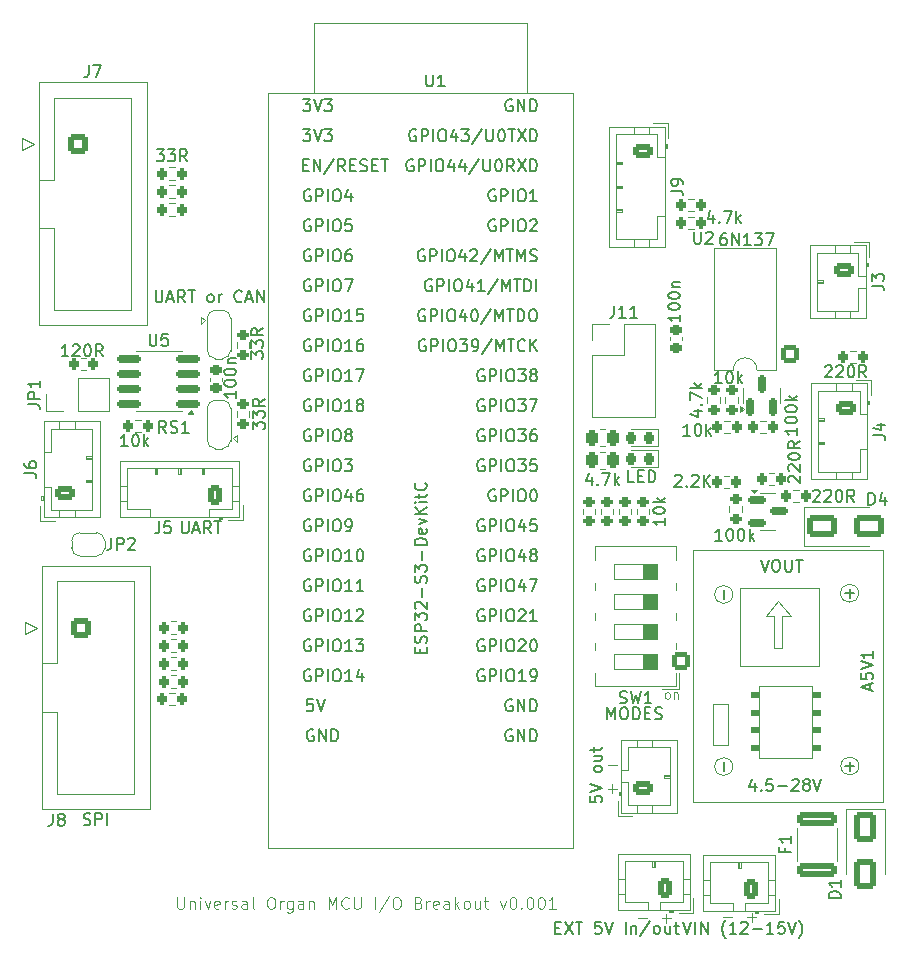
<source format=gto>
%TF.GenerationSoftware,KiCad,Pcbnew,9.0.6*%
%TF.CreationDate,2026-01-05T15:15:04-05:00*%
%TF.ProjectId,OrganUniversalMCUboard,4f726761-6e55-46e6-9976-657273616c4d,rev?*%
%TF.SameCoordinates,Original*%
%TF.FileFunction,Legend,Top*%
%TF.FilePolarity,Positive*%
%FSLAX46Y46*%
G04 Gerber Fmt 4.6, Leading zero omitted, Abs format (unit mm)*
G04 Created by KiCad (PCBNEW 9.0.6) date 2026-01-05 15:15:04*
%MOMM*%
%LPD*%
G01*
G04 APERTURE LIST*
G04 Aperture macros list*
%AMRoundRect*
0 Rectangle with rounded corners*
0 $1 Rounding radius*
0 $2 $3 $4 $5 $6 $7 $8 $9 X,Y pos of 4 corners*
0 Add a 4 corners polygon primitive as box body*
4,1,4,$2,$3,$4,$5,$6,$7,$8,$9,$2,$3,0*
0 Add four circle primitives for the rounded corners*
1,1,$1+$1,$2,$3*
1,1,$1+$1,$4,$5*
1,1,$1+$1,$6,$7*
1,1,$1+$1,$8,$9*
0 Add four rect primitives between the rounded corners*
20,1,$1+$1,$2,$3,$4,$5,0*
20,1,$1+$1,$4,$5,$6,$7,0*
20,1,$1+$1,$6,$7,$8,$9,0*
20,1,$1+$1,$8,$9,$2,$3,0*%
%AMFreePoly0*
4,1,23,0.500000,-0.750000,0.000000,-0.750000,0.000000,-0.745722,-0.065263,-0.745722,-0.191342,-0.711940,-0.304381,-0.646677,-0.396677,-0.554381,-0.461940,-0.441342,-0.495722,-0.315263,-0.495722,-0.250000,-0.500000,-0.250000,-0.500000,0.250000,-0.495722,0.250000,-0.495722,0.315263,-0.461940,0.441342,-0.396677,0.554381,-0.304381,0.646677,-0.191342,0.711940,-0.065263,0.745722,0.000000,0.745722,
0.000000,0.750000,0.500000,0.750000,0.500000,-0.750000,0.500000,-0.750000,$1*%
%AMFreePoly1*
4,1,23,0.000000,0.745722,0.065263,0.745722,0.191342,0.711940,0.304381,0.646677,0.396677,0.554381,0.461940,0.441342,0.495722,0.315263,0.495722,0.250000,0.500000,0.250000,0.500000,-0.250000,0.495722,-0.250000,0.495722,-0.315263,0.461940,-0.441342,0.396677,-0.554381,0.304381,-0.646677,0.191342,-0.711940,0.065263,-0.745722,0.000000,-0.745722,0.000000,-0.750000,-0.500000,-0.750000,
-0.500000,0.750000,0.000000,0.750000,0.000000,0.745722,0.000000,0.745722,$1*%
%AMFreePoly2*
4,1,23,0.550000,-0.750000,0.000000,-0.750000,0.000000,-0.745722,-0.065263,-0.745722,-0.191342,-0.711940,-0.304381,-0.646677,-0.396677,-0.554381,-0.461940,-0.441342,-0.495722,-0.315263,-0.495722,-0.250000,-0.500000,-0.250000,-0.500000,0.250000,-0.495722,0.250000,-0.495722,0.315263,-0.461940,0.441342,-0.396677,0.554381,-0.304381,0.646677,-0.191342,0.711940,-0.065263,0.745722,0.000000,0.745722,
0.000000,0.750000,0.550000,0.750000,0.550000,-0.750000,0.550000,-0.750000,$1*%
%AMFreePoly3*
4,1,23,0.000000,0.745722,0.065263,0.745722,0.191342,0.711940,0.304381,0.646677,0.396677,0.554381,0.461940,0.441342,0.495722,0.315263,0.495722,0.250000,0.500000,0.250000,0.500000,-0.250000,0.495722,-0.250000,0.495722,-0.315263,0.461940,-0.441342,0.396677,-0.554381,0.304381,-0.646677,0.191342,-0.711940,0.065263,-0.745722,0.000000,-0.745722,0.000000,-0.750000,-0.550000,-0.750000,
-0.550000,0.750000,0.000000,0.750000,0.000000,0.745722,0.000000,0.745722,$1*%
G04 Aperture macros list end*
%ADD10C,0.100000*%
%ADD11C,0.150000*%
%ADD12C,0.120000*%
%ADD13C,0.000000*%
%ADD14O,1.600000X1.600000*%
%ADD15R,1.600000X1.600000*%
%ADD16RoundRect,0.200000X-0.200000X-0.275000X0.200000X-0.275000X0.200000X0.275000X-0.200000X0.275000X0*%
%ADD17FreePoly0,180.000000*%
%ADD18FreePoly1,180.000000*%
%ADD19R,1.700000X1.700000*%
%ADD20C,1.700000*%
%ADD21RoundRect,0.250000X-0.625000X0.350000X-0.625000X-0.350000X0.625000X-0.350000X0.625000X0.350000X0*%
%ADD22O,1.750000X1.200000*%
%ADD23RoundRect,0.250000X-0.600000X-0.600000X0.600000X-0.600000X0.600000X0.600000X-0.600000X0.600000X0*%
%ADD24RoundRect,0.250000X0.625000X-0.350000X0.625000X0.350000X-0.625000X0.350000X-0.625000X-0.350000X0*%
%ADD25RoundRect,0.250000X1.450000X-0.312500X1.450000X0.312500X-1.450000X0.312500X-1.450000X-0.312500X0*%
%ADD26O,1.200000X1.750000*%
%ADD27RoundRect,0.250000X0.350000X0.625000X-0.350000X0.625000X-0.350000X-0.625000X0.350000X-0.625000X0*%
%ADD28RoundRect,0.150000X-0.587500X-0.150000X0.587500X-0.150000X0.587500X0.150000X-0.587500X0.150000X0*%
%ADD29RoundRect,0.200000X0.200000X0.275000X-0.200000X0.275000X-0.200000X-0.275000X0.200000X-0.275000X0*%
%ADD30RoundRect,0.200000X0.275000X-0.200000X0.275000X0.200000X-0.275000X0.200000X-0.275000X-0.200000X0*%
%ADD31RoundRect,0.218750X0.218750X0.256250X-0.218750X0.256250X-0.218750X-0.256250X0.218750X-0.256250X0*%
%ADD32RoundRect,0.250000X0.550000X0.550000X-0.550000X0.550000X-0.550000X-0.550000X0.550000X-0.550000X0*%
%ADD33C,1.600000*%
%ADD34RoundRect,0.200000X-0.275000X0.200000X-0.275000X-0.200000X0.275000X-0.200000X0.275000X0.200000X0*%
%ADD35RoundRect,0.250000X-0.262500X-0.450000X0.262500X-0.450000X0.262500X0.450000X-0.262500X0.450000X0*%
%ADD36RoundRect,0.150000X0.150000X-0.587500X0.150000X0.587500X-0.150000X0.587500X-0.150000X-0.587500X0*%
%ADD37FreePoly2,270.000000*%
%ADD38R,1.500000X1.000000*%
%ADD39FreePoly3,270.000000*%
%ADD40RoundRect,0.225000X-0.250000X0.225000X-0.250000X-0.225000X0.250000X-0.225000X0.250000X0.225000X0*%
%ADD41RoundRect,0.250000X-0.650000X1.000000X-0.650000X-1.000000X0.650000X-1.000000X0.650000X1.000000X0*%
%ADD42FreePoly2,90.000000*%
%ADD43FreePoly3,90.000000*%
%ADD44R,2.000000X1.200000*%
%ADD45O,2.000000X1.200000*%
%ADD46RoundRect,0.150000X0.825000X0.150000X-0.825000X0.150000X-0.825000X-0.150000X0.825000X-0.150000X0*%
%ADD47RoundRect,0.225000X0.250000X-0.225000X0.250000X0.225000X-0.250000X0.225000X-0.250000X-0.225000X0*%
%ADD48RoundRect,0.250000X-1.000000X-0.650000X1.000000X-0.650000X1.000000X0.650000X-1.000000X0.650000X0*%
%ADD49C,2.700000*%
G04 APERTURE END LIST*
D10*
X79424884Y-124094419D02*
X79424884Y-124903942D01*
X79424884Y-124903942D02*
X79472503Y-124999180D01*
X79472503Y-124999180D02*
X79520122Y-125046800D01*
X79520122Y-125046800D02*
X79615360Y-125094419D01*
X79615360Y-125094419D02*
X79805836Y-125094419D01*
X79805836Y-125094419D02*
X79901074Y-125046800D01*
X79901074Y-125046800D02*
X79948693Y-124999180D01*
X79948693Y-124999180D02*
X79996312Y-124903942D01*
X79996312Y-124903942D02*
X79996312Y-124094419D01*
X80472503Y-124427752D02*
X80472503Y-125094419D01*
X80472503Y-124522990D02*
X80520122Y-124475371D01*
X80520122Y-124475371D02*
X80615360Y-124427752D01*
X80615360Y-124427752D02*
X80758217Y-124427752D01*
X80758217Y-124427752D02*
X80853455Y-124475371D01*
X80853455Y-124475371D02*
X80901074Y-124570609D01*
X80901074Y-124570609D02*
X80901074Y-125094419D01*
X81377265Y-125094419D02*
X81377265Y-124427752D01*
X81377265Y-124094419D02*
X81329646Y-124142038D01*
X81329646Y-124142038D02*
X81377265Y-124189657D01*
X81377265Y-124189657D02*
X81424884Y-124142038D01*
X81424884Y-124142038D02*
X81377265Y-124094419D01*
X81377265Y-124094419D02*
X81377265Y-124189657D01*
X81758217Y-124427752D02*
X81996312Y-125094419D01*
X81996312Y-125094419D02*
X82234407Y-124427752D01*
X82996312Y-125046800D02*
X82901074Y-125094419D01*
X82901074Y-125094419D02*
X82710598Y-125094419D01*
X82710598Y-125094419D02*
X82615360Y-125046800D01*
X82615360Y-125046800D02*
X82567741Y-124951561D01*
X82567741Y-124951561D02*
X82567741Y-124570609D01*
X82567741Y-124570609D02*
X82615360Y-124475371D01*
X82615360Y-124475371D02*
X82710598Y-124427752D01*
X82710598Y-124427752D02*
X82901074Y-124427752D01*
X82901074Y-124427752D02*
X82996312Y-124475371D01*
X82996312Y-124475371D02*
X83043931Y-124570609D01*
X83043931Y-124570609D02*
X83043931Y-124665847D01*
X83043931Y-124665847D02*
X82567741Y-124761085D01*
X83472503Y-125094419D02*
X83472503Y-124427752D01*
X83472503Y-124618228D02*
X83520122Y-124522990D01*
X83520122Y-124522990D02*
X83567741Y-124475371D01*
X83567741Y-124475371D02*
X83662979Y-124427752D01*
X83662979Y-124427752D02*
X83758217Y-124427752D01*
X84043932Y-125046800D02*
X84139170Y-125094419D01*
X84139170Y-125094419D02*
X84329646Y-125094419D01*
X84329646Y-125094419D02*
X84424884Y-125046800D01*
X84424884Y-125046800D02*
X84472503Y-124951561D01*
X84472503Y-124951561D02*
X84472503Y-124903942D01*
X84472503Y-124903942D02*
X84424884Y-124808704D01*
X84424884Y-124808704D02*
X84329646Y-124761085D01*
X84329646Y-124761085D02*
X84186789Y-124761085D01*
X84186789Y-124761085D02*
X84091551Y-124713466D01*
X84091551Y-124713466D02*
X84043932Y-124618228D01*
X84043932Y-124618228D02*
X84043932Y-124570609D01*
X84043932Y-124570609D02*
X84091551Y-124475371D01*
X84091551Y-124475371D02*
X84186789Y-124427752D01*
X84186789Y-124427752D02*
X84329646Y-124427752D01*
X84329646Y-124427752D02*
X84424884Y-124475371D01*
X85329646Y-125094419D02*
X85329646Y-124570609D01*
X85329646Y-124570609D02*
X85282027Y-124475371D01*
X85282027Y-124475371D02*
X85186789Y-124427752D01*
X85186789Y-124427752D02*
X84996313Y-124427752D01*
X84996313Y-124427752D02*
X84901075Y-124475371D01*
X85329646Y-125046800D02*
X85234408Y-125094419D01*
X85234408Y-125094419D02*
X84996313Y-125094419D01*
X84996313Y-125094419D02*
X84901075Y-125046800D01*
X84901075Y-125046800D02*
X84853456Y-124951561D01*
X84853456Y-124951561D02*
X84853456Y-124856323D01*
X84853456Y-124856323D02*
X84901075Y-124761085D01*
X84901075Y-124761085D02*
X84996313Y-124713466D01*
X84996313Y-124713466D02*
X85234408Y-124713466D01*
X85234408Y-124713466D02*
X85329646Y-124665847D01*
X85948694Y-125094419D02*
X85853456Y-125046800D01*
X85853456Y-125046800D02*
X85805837Y-124951561D01*
X85805837Y-124951561D02*
X85805837Y-124094419D01*
X87282028Y-124094419D02*
X87472504Y-124094419D01*
X87472504Y-124094419D02*
X87567742Y-124142038D01*
X87567742Y-124142038D02*
X87662980Y-124237276D01*
X87662980Y-124237276D02*
X87710599Y-124427752D01*
X87710599Y-124427752D02*
X87710599Y-124761085D01*
X87710599Y-124761085D02*
X87662980Y-124951561D01*
X87662980Y-124951561D02*
X87567742Y-125046800D01*
X87567742Y-125046800D02*
X87472504Y-125094419D01*
X87472504Y-125094419D02*
X87282028Y-125094419D01*
X87282028Y-125094419D02*
X87186790Y-125046800D01*
X87186790Y-125046800D02*
X87091552Y-124951561D01*
X87091552Y-124951561D02*
X87043933Y-124761085D01*
X87043933Y-124761085D02*
X87043933Y-124427752D01*
X87043933Y-124427752D02*
X87091552Y-124237276D01*
X87091552Y-124237276D02*
X87186790Y-124142038D01*
X87186790Y-124142038D02*
X87282028Y-124094419D01*
X88139171Y-125094419D02*
X88139171Y-124427752D01*
X88139171Y-124618228D02*
X88186790Y-124522990D01*
X88186790Y-124522990D02*
X88234409Y-124475371D01*
X88234409Y-124475371D02*
X88329647Y-124427752D01*
X88329647Y-124427752D02*
X88424885Y-124427752D01*
X89186790Y-124427752D02*
X89186790Y-125237276D01*
X89186790Y-125237276D02*
X89139171Y-125332514D01*
X89139171Y-125332514D02*
X89091552Y-125380133D01*
X89091552Y-125380133D02*
X88996314Y-125427752D01*
X88996314Y-125427752D02*
X88853457Y-125427752D01*
X88853457Y-125427752D02*
X88758219Y-125380133D01*
X89186790Y-125046800D02*
X89091552Y-125094419D01*
X89091552Y-125094419D02*
X88901076Y-125094419D01*
X88901076Y-125094419D02*
X88805838Y-125046800D01*
X88805838Y-125046800D02*
X88758219Y-124999180D01*
X88758219Y-124999180D02*
X88710600Y-124903942D01*
X88710600Y-124903942D02*
X88710600Y-124618228D01*
X88710600Y-124618228D02*
X88758219Y-124522990D01*
X88758219Y-124522990D02*
X88805838Y-124475371D01*
X88805838Y-124475371D02*
X88901076Y-124427752D01*
X88901076Y-124427752D02*
X89091552Y-124427752D01*
X89091552Y-124427752D02*
X89186790Y-124475371D01*
X90091552Y-125094419D02*
X90091552Y-124570609D01*
X90091552Y-124570609D02*
X90043933Y-124475371D01*
X90043933Y-124475371D02*
X89948695Y-124427752D01*
X89948695Y-124427752D02*
X89758219Y-124427752D01*
X89758219Y-124427752D02*
X89662981Y-124475371D01*
X90091552Y-125046800D02*
X89996314Y-125094419D01*
X89996314Y-125094419D02*
X89758219Y-125094419D01*
X89758219Y-125094419D02*
X89662981Y-125046800D01*
X89662981Y-125046800D02*
X89615362Y-124951561D01*
X89615362Y-124951561D02*
X89615362Y-124856323D01*
X89615362Y-124856323D02*
X89662981Y-124761085D01*
X89662981Y-124761085D02*
X89758219Y-124713466D01*
X89758219Y-124713466D02*
X89996314Y-124713466D01*
X89996314Y-124713466D02*
X90091552Y-124665847D01*
X90567743Y-124427752D02*
X90567743Y-125094419D01*
X90567743Y-124522990D02*
X90615362Y-124475371D01*
X90615362Y-124475371D02*
X90710600Y-124427752D01*
X90710600Y-124427752D02*
X90853457Y-124427752D01*
X90853457Y-124427752D02*
X90948695Y-124475371D01*
X90948695Y-124475371D02*
X90996314Y-124570609D01*
X90996314Y-124570609D02*
X90996314Y-125094419D01*
X92234410Y-125094419D02*
X92234410Y-124094419D01*
X92234410Y-124094419D02*
X92567743Y-124808704D01*
X92567743Y-124808704D02*
X92901076Y-124094419D01*
X92901076Y-124094419D02*
X92901076Y-125094419D01*
X93948695Y-124999180D02*
X93901076Y-125046800D01*
X93901076Y-125046800D02*
X93758219Y-125094419D01*
X93758219Y-125094419D02*
X93662981Y-125094419D01*
X93662981Y-125094419D02*
X93520124Y-125046800D01*
X93520124Y-125046800D02*
X93424886Y-124951561D01*
X93424886Y-124951561D02*
X93377267Y-124856323D01*
X93377267Y-124856323D02*
X93329648Y-124665847D01*
X93329648Y-124665847D02*
X93329648Y-124522990D01*
X93329648Y-124522990D02*
X93377267Y-124332514D01*
X93377267Y-124332514D02*
X93424886Y-124237276D01*
X93424886Y-124237276D02*
X93520124Y-124142038D01*
X93520124Y-124142038D02*
X93662981Y-124094419D01*
X93662981Y-124094419D02*
X93758219Y-124094419D01*
X93758219Y-124094419D02*
X93901076Y-124142038D01*
X93901076Y-124142038D02*
X93948695Y-124189657D01*
X94377267Y-124094419D02*
X94377267Y-124903942D01*
X94377267Y-124903942D02*
X94424886Y-124999180D01*
X94424886Y-124999180D02*
X94472505Y-125046800D01*
X94472505Y-125046800D02*
X94567743Y-125094419D01*
X94567743Y-125094419D02*
X94758219Y-125094419D01*
X94758219Y-125094419D02*
X94853457Y-125046800D01*
X94853457Y-125046800D02*
X94901076Y-124999180D01*
X94901076Y-124999180D02*
X94948695Y-124903942D01*
X94948695Y-124903942D02*
X94948695Y-124094419D01*
X96186791Y-125094419D02*
X96186791Y-124094419D01*
X97377266Y-124046800D02*
X96520124Y-125332514D01*
X97901076Y-124094419D02*
X98091552Y-124094419D01*
X98091552Y-124094419D02*
X98186790Y-124142038D01*
X98186790Y-124142038D02*
X98282028Y-124237276D01*
X98282028Y-124237276D02*
X98329647Y-124427752D01*
X98329647Y-124427752D02*
X98329647Y-124761085D01*
X98329647Y-124761085D02*
X98282028Y-124951561D01*
X98282028Y-124951561D02*
X98186790Y-125046800D01*
X98186790Y-125046800D02*
X98091552Y-125094419D01*
X98091552Y-125094419D02*
X97901076Y-125094419D01*
X97901076Y-125094419D02*
X97805838Y-125046800D01*
X97805838Y-125046800D02*
X97710600Y-124951561D01*
X97710600Y-124951561D02*
X97662981Y-124761085D01*
X97662981Y-124761085D02*
X97662981Y-124427752D01*
X97662981Y-124427752D02*
X97710600Y-124237276D01*
X97710600Y-124237276D02*
X97805838Y-124142038D01*
X97805838Y-124142038D02*
X97901076Y-124094419D01*
X99853457Y-124570609D02*
X99996314Y-124618228D01*
X99996314Y-124618228D02*
X100043933Y-124665847D01*
X100043933Y-124665847D02*
X100091552Y-124761085D01*
X100091552Y-124761085D02*
X100091552Y-124903942D01*
X100091552Y-124903942D02*
X100043933Y-124999180D01*
X100043933Y-124999180D02*
X99996314Y-125046800D01*
X99996314Y-125046800D02*
X99901076Y-125094419D01*
X99901076Y-125094419D02*
X99520124Y-125094419D01*
X99520124Y-125094419D02*
X99520124Y-124094419D01*
X99520124Y-124094419D02*
X99853457Y-124094419D01*
X99853457Y-124094419D02*
X99948695Y-124142038D01*
X99948695Y-124142038D02*
X99996314Y-124189657D01*
X99996314Y-124189657D02*
X100043933Y-124284895D01*
X100043933Y-124284895D02*
X100043933Y-124380133D01*
X100043933Y-124380133D02*
X99996314Y-124475371D01*
X99996314Y-124475371D02*
X99948695Y-124522990D01*
X99948695Y-124522990D02*
X99853457Y-124570609D01*
X99853457Y-124570609D02*
X99520124Y-124570609D01*
X100520124Y-125094419D02*
X100520124Y-124427752D01*
X100520124Y-124618228D02*
X100567743Y-124522990D01*
X100567743Y-124522990D02*
X100615362Y-124475371D01*
X100615362Y-124475371D02*
X100710600Y-124427752D01*
X100710600Y-124427752D02*
X100805838Y-124427752D01*
X101520124Y-125046800D02*
X101424886Y-125094419D01*
X101424886Y-125094419D02*
X101234410Y-125094419D01*
X101234410Y-125094419D02*
X101139172Y-125046800D01*
X101139172Y-125046800D02*
X101091553Y-124951561D01*
X101091553Y-124951561D02*
X101091553Y-124570609D01*
X101091553Y-124570609D02*
X101139172Y-124475371D01*
X101139172Y-124475371D02*
X101234410Y-124427752D01*
X101234410Y-124427752D02*
X101424886Y-124427752D01*
X101424886Y-124427752D02*
X101520124Y-124475371D01*
X101520124Y-124475371D02*
X101567743Y-124570609D01*
X101567743Y-124570609D02*
X101567743Y-124665847D01*
X101567743Y-124665847D02*
X101091553Y-124761085D01*
X102424886Y-125094419D02*
X102424886Y-124570609D01*
X102424886Y-124570609D02*
X102377267Y-124475371D01*
X102377267Y-124475371D02*
X102282029Y-124427752D01*
X102282029Y-124427752D02*
X102091553Y-124427752D01*
X102091553Y-124427752D02*
X101996315Y-124475371D01*
X102424886Y-125046800D02*
X102329648Y-125094419D01*
X102329648Y-125094419D02*
X102091553Y-125094419D01*
X102091553Y-125094419D02*
X101996315Y-125046800D01*
X101996315Y-125046800D02*
X101948696Y-124951561D01*
X101948696Y-124951561D02*
X101948696Y-124856323D01*
X101948696Y-124856323D02*
X101996315Y-124761085D01*
X101996315Y-124761085D02*
X102091553Y-124713466D01*
X102091553Y-124713466D02*
X102329648Y-124713466D01*
X102329648Y-124713466D02*
X102424886Y-124665847D01*
X102901077Y-125094419D02*
X102901077Y-124094419D01*
X102996315Y-124713466D02*
X103282029Y-125094419D01*
X103282029Y-124427752D02*
X102901077Y-124808704D01*
X103853458Y-125094419D02*
X103758220Y-125046800D01*
X103758220Y-125046800D02*
X103710601Y-124999180D01*
X103710601Y-124999180D02*
X103662982Y-124903942D01*
X103662982Y-124903942D02*
X103662982Y-124618228D01*
X103662982Y-124618228D02*
X103710601Y-124522990D01*
X103710601Y-124522990D02*
X103758220Y-124475371D01*
X103758220Y-124475371D02*
X103853458Y-124427752D01*
X103853458Y-124427752D02*
X103996315Y-124427752D01*
X103996315Y-124427752D02*
X104091553Y-124475371D01*
X104091553Y-124475371D02*
X104139172Y-124522990D01*
X104139172Y-124522990D02*
X104186791Y-124618228D01*
X104186791Y-124618228D02*
X104186791Y-124903942D01*
X104186791Y-124903942D02*
X104139172Y-124999180D01*
X104139172Y-124999180D02*
X104091553Y-125046800D01*
X104091553Y-125046800D02*
X103996315Y-125094419D01*
X103996315Y-125094419D02*
X103853458Y-125094419D01*
X105043934Y-124427752D02*
X105043934Y-125094419D01*
X104615363Y-124427752D02*
X104615363Y-124951561D01*
X104615363Y-124951561D02*
X104662982Y-125046800D01*
X104662982Y-125046800D02*
X104758220Y-125094419D01*
X104758220Y-125094419D02*
X104901077Y-125094419D01*
X104901077Y-125094419D02*
X104996315Y-125046800D01*
X104996315Y-125046800D02*
X105043934Y-124999180D01*
X105377268Y-124427752D02*
X105758220Y-124427752D01*
X105520125Y-124094419D02*
X105520125Y-124951561D01*
X105520125Y-124951561D02*
X105567744Y-125046800D01*
X105567744Y-125046800D02*
X105662982Y-125094419D01*
X105662982Y-125094419D02*
X105758220Y-125094419D01*
X106758221Y-124427752D02*
X106996316Y-125094419D01*
X106996316Y-125094419D02*
X107234411Y-124427752D01*
X107805840Y-124094419D02*
X107901078Y-124094419D01*
X107901078Y-124094419D02*
X107996316Y-124142038D01*
X107996316Y-124142038D02*
X108043935Y-124189657D01*
X108043935Y-124189657D02*
X108091554Y-124284895D01*
X108091554Y-124284895D02*
X108139173Y-124475371D01*
X108139173Y-124475371D02*
X108139173Y-124713466D01*
X108139173Y-124713466D02*
X108091554Y-124903942D01*
X108091554Y-124903942D02*
X108043935Y-124999180D01*
X108043935Y-124999180D02*
X107996316Y-125046800D01*
X107996316Y-125046800D02*
X107901078Y-125094419D01*
X107901078Y-125094419D02*
X107805840Y-125094419D01*
X107805840Y-125094419D02*
X107710602Y-125046800D01*
X107710602Y-125046800D02*
X107662983Y-124999180D01*
X107662983Y-124999180D02*
X107615364Y-124903942D01*
X107615364Y-124903942D02*
X107567745Y-124713466D01*
X107567745Y-124713466D02*
X107567745Y-124475371D01*
X107567745Y-124475371D02*
X107615364Y-124284895D01*
X107615364Y-124284895D02*
X107662983Y-124189657D01*
X107662983Y-124189657D02*
X107710602Y-124142038D01*
X107710602Y-124142038D02*
X107805840Y-124094419D01*
X108567745Y-124999180D02*
X108615364Y-125046800D01*
X108615364Y-125046800D02*
X108567745Y-125094419D01*
X108567745Y-125094419D02*
X108520126Y-125046800D01*
X108520126Y-125046800D02*
X108567745Y-124999180D01*
X108567745Y-124999180D02*
X108567745Y-125094419D01*
X109234411Y-124094419D02*
X109329649Y-124094419D01*
X109329649Y-124094419D02*
X109424887Y-124142038D01*
X109424887Y-124142038D02*
X109472506Y-124189657D01*
X109472506Y-124189657D02*
X109520125Y-124284895D01*
X109520125Y-124284895D02*
X109567744Y-124475371D01*
X109567744Y-124475371D02*
X109567744Y-124713466D01*
X109567744Y-124713466D02*
X109520125Y-124903942D01*
X109520125Y-124903942D02*
X109472506Y-124999180D01*
X109472506Y-124999180D02*
X109424887Y-125046800D01*
X109424887Y-125046800D02*
X109329649Y-125094419D01*
X109329649Y-125094419D02*
X109234411Y-125094419D01*
X109234411Y-125094419D02*
X109139173Y-125046800D01*
X109139173Y-125046800D02*
X109091554Y-124999180D01*
X109091554Y-124999180D02*
X109043935Y-124903942D01*
X109043935Y-124903942D02*
X108996316Y-124713466D01*
X108996316Y-124713466D02*
X108996316Y-124475371D01*
X108996316Y-124475371D02*
X109043935Y-124284895D01*
X109043935Y-124284895D02*
X109091554Y-124189657D01*
X109091554Y-124189657D02*
X109139173Y-124142038D01*
X109139173Y-124142038D02*
X109234411Y-124094419D01*
X110186792Y-124094419D02*
X110282030Y-124094419D01*
X110282030Y-124094419D02*
X110377268Y-124142038D01*
X110377268Y-124142038D02*
X110424887Y-124189657D01*
X110424887Y-124189657D02*
X110472506Y-124284895D01*
X110472506Y-124284895D02*
X110520125Y-124475371D01*
X110520125Y-124475371D02*
X110520125Y-124713466D01*
X110520125Y-124713466D02*
X110472506Y-124903942D01*
X110472506Y-124903942D02*
X110424887Y-124999180D01*
X110424887Y-124999180D02*
X110377268Y-125046800D01*
X110377268Y-125046800D02*
X110282030Y-125094419D01*
X110282030Y-125094419D02*
X110186792Y-125094419D01*
X110186792Y-125094419D02*
X110091554Y-125046800D01*
X110091554Y-125046800D02*
X110043935Y-124999180D01*
X110043935Y-124999180D02*
X109996316Y-124903942D01*
X109996316Y-124903942D02*
X109948697Y-124713466D01*
X109948697Y-124713466D02*
X109948697Y-124475371D01*
X109948697Y-124475371D02*
X109996316Y-124284895D01*
X109996316Y-124284895D02*
X110043935Y-124189657D01*
X110043935Y-124189657D02*
X110091554Y-124142038D01*
X110091554Y-124142038D02*
X110186792Y-124094419D01*
X111472506Y-125094419D02*
X110901078Y-125094419D01*
X111186792Y-125094419D02*
X111186792Y-124094419D01*
X111186792Y-124094419D02*
X111091554Y-124237276D01*
X111091554Y-124237276D02*
X110996316Y-124332514D01*
X110996316Y-124332514D02*
X110901078Y-124380133D01*
X115873884Y-114934466D02*
X116635789Y-114934466D01*
X116254836Y-115315419D02*
X116254836Y-114553514D01*
X120445885Y-125894566D02*
X121207790Y-125894566D01*
X120826837Y-126275519D02*
X120826837Y-125513614D01*
X115873884Y-112902466D02*
X116635789Y-112902466D01*
X125668882Y-125814466D02*
X126430787Y-125814466D01*
X127700882Y-125814466D02*
X128462787Y-125814466D01*
X128081834Y-126195419D02*
X128081834Y-125433514D01*
X118413885Y-125894566D02*
X119175790Y-125894566D01*
D11*
X138040302Y-106521047D02*
X138040302Y-106044857D01*
X138326017Y-106616285D02*
X137326017Y-106282952D01*
X137326017Y-106282952D02*
X138326017Y-105949619D01*
X137326017Y-105140095D02*
X137326017Y-105616285D01*
X137326017Y-105616285D02*
X137802207Y-105663904D01*
X137802207Y-105663904D02*
X137754588Y-105616285D01*
X137754588Y-105616285D02*
X137706969Y-105521047D01*
X137706969Y-105521047D02*
X137706969Y-105282952D01*
X137706969Y-105282952D02*
X137754588Y-105187714D01*
X137754588Y-105187714D02*
X137802207Y-105140095D01*
X137802207Y-105140095D02*
X137897445Y-105092476D01*
X137897445Y-105092476D02*
X138135540Y-105092476D01*
X138135540Y-105092476D02*
X138230778Y-105140095D01*
X138230778Y-105140095D02*
X138278398Y-105187714D01*
X138278398Y-105187714D02*
X138326017Y-105282952D01*
X138326017Y-105282952D02*
X138326017Y-105521047D01*
X138326017Y-105521047D02*
X138278398Y-105616285D01*
X138278398Y-105616285D02*
X138230778Y-105663904D01*
X137326017Y-104806761D02*
X138326017Y-104473428D01*
X138326017Y-104473428D02*
X137326017Y-104140095D01*
X138326017Y-103282952D02*
X138326017Y-103854380D01*
X138326017Y-103568666D02*
X137326017Y-103568666D01*
X137326017Y-103568666D02*
X137468874Y-103663904D01*
X137468874Y-103663904D02*
X137564112Y-103759142D01*
X137564112Y-103759142D02*
X137611731Y-103854380D01*
X125702265Y-98856751D02*
X125702265Y-98094847D01*
X128336989Y-114443753D02*
X128336989Y-115110420D01*
X128098894Y-114062801D02*
X127860799Y-114777086D01*
X127860799Y-114777086D02*
X128479846Y-114777086D01*
X128860799Y-115015181D02*
X128908418Y-115062801D01*
X128908418Y-115062801D02*
X128860799Y-115110420D01*
X128860799Y-115110420D02*
X128813180Y-115062801D01*
X128813180Y-115062801D02*
X128860799Y-115015181D01*
X128860799Y-115015181D02*
X128860799Y-115110420D01*
X129813179Y-114110420D02*
X129336989Y-114110420D01*
X129336989Y-114110420D02*
X129289370Y-114586610D01*
X129289370Y-114586610D02*
X129336989Y-114538991D01*
X129336989Y-114538991D02*
X129432227Y-114491372D01*
X129432227Y-114491372D02*
X129670322Y-114491372D01*
X129670322Y-114491372D02*
X129765560Y-114538991D01*
X129765560Y-114538991D02*
X129813179Y-114586610D01*
X129813179Y-114586610D02*
X129860798Y-114681848D01*
X129860798Y-114681848D02*
X129860798Y-114919943D01*
X129860798Y-114919943D02*
X129813179Y-115015181D01*
X129813179Y-115015181D02*
X129765560Y-115062801D01*
X129765560Y-115062801D02*
X129670322Y-115110420D01*
X129670322Y-115110420D02*
X129432227Y-115110420D01*
X129432227Y-115110420D02*
X129336989Y-115062801D01*
X129336989Y-115062801D02*
X129289370Y-115015181D01*
X130289370Y-114729467D02*
X131051275Y-114729467D01*
X131479846Y-114205658D02*
X131527465Y-114158039D01*
X131527465Y-114158039D02*
X131622703Y-114110420D01*
X131622703Y-114110420D02*
X131860798Y-114110420D01*
X131860798Y-114110420D02*
X131956036Y-114158039D01*
X131956036Y-114158039D02*
X132003655Y-114205658D01*
X132003655Y-114205658D02*
X132051274Y-114300896D01*
X132051274Y-114300896D02*
X132051274Y-114396134D01*
X132051274Y-114396134D02*
X132003655Y-114538991D01*
X132003655Y-114538991D02*
X131432227Y-115110420D01*
X131432227Y-115110420D02*
X132051274Y-115110420D01*
X132622703Y-114538991D02*
X132527465Y-114491372D01*
X132527465Y-114491372D02*
X132479846Y-114443753D01*
X132479846Y-114443753D02*
X132432227Y-114348515D01*
X132432227Y-114348515D02*
X132432227Y-114300896D01*
X132432227Y-114300896D02*
X132479846Y-114205658D01*
X132479846Y-114205658D02*
X132527465Y-114158039D01*
X132527465Y-114158039D02*
X132622703Y-114110420D01*
X132622703Y-114110420D02*
X132813179Y-114110420D01*
X132813179Y-114110420D02*
X132908417Y-114158039D01*
X132908417Y-114158039D02*
X132956036Y-114205658D01*
X132956036Y-114205658D02*
X133003655Y-114300896D01*
X133003655Y-114300896D02*
X133003655Y-114348515D01*
X133003655Y-114348515D02*
X132956036Y-114443753D01*
X132956036Y-114443753D02*
X132908417Y-114491372D01*
X132908417Y-114491372D02*
X132813179Y-114538991D01*
X132813179Y-114538991D02*
X132622703Y-114538991D01*
X132622703Y-114538991D02*
X132527465Y-114586610D01*
X132527465Y-114586610D02*
X132479846Y-114634229D01*
X132479846Y-114634229D02*
X132432227Y-114729467D01*
X132432227Y-114729467D02*
X132432227Y-114919943D01*
X132432227Y-114919943D02*
X132479846Y-115015181D01*
X132479846Y-115015181D02*
X132527465Y-115062801D01*
X132527465Y-115062801D02*
X132622703Y-115110420D01*
X132622703Y-115110420D02*
X132813179Y-115110420D01*
X132813179Y-115110420D02*
X132908417Y-115062801D01*
X132908417Y-115062801D02*
X132956036Y-115015181D01*
X132956036Y-115015181D02*
X133003655Y-114919943D01*
X133003655Y-114919943D02*
X133003655Y-114729467D01*
X133003655Y-114729467D02*
X132956036Y-114634229D01*
X132956036Y-114634229D02*
X132908417Y-114586610D01*
X132908417Y-114586610D02*
X132813179Y-114538991D01*
X133289370Y-114110420D02*
X133622703Y-115110420D01*
X133622703Y-115110420D02*
X133956036Y-114110420D01*
X136382964Y-113385553D02*
X136382964Y-112623649D01*
X136763917Y-113004601D02*
X136002012Y-113004601D01*
X125702265Y-113436351D02*
X125702265Y-112674447D01*
X128844894Y-95543020D02*
X129178227Y-96543020D01*
X129178227Y-96543020D02*
X129511560Y-95543020D01*
X130035370Y-95543020D02*
X130225846Y-95543020D01*
X130225846Y-95543020D02*
X130321084Y-95590639D01*
X130321084Y-95590639D02*
X130416322Y-95685877D01*
X130416322Y-95685877D02*
X130463941Y-95876353D01*
X130463941Y-95876353D02*
X130463941Y-96209686D01*
X130463941Y-96209686D02*
X130416322Y-96400162D01*
X130416322Y-96400162D02*
X130321084Y-96495401D01*
X130321084Y-96495401D02*
X130225846Y-96543020D01*
X130225846Y-96543020D02*
X130035370Y-96543020D01*
X130035370Y-96543020D02*
X129940132Y-96495401D01*
X129940132Y-96495401D02*
X129844894Y-96400162D01*
X129844894Y-96400162D02*
X129797275Y-96209686D01*
X129797275Y-96209686D02*
X129797275Y-95876353D01*
X129797275Y-95876353D02*
X129844894Y-95685877D01*
X129844894Y-95685877D02*
X129940132Y-95590639D01*
X129940132Y-95590639D02*
X130035370Y-95543020D01*
X130892513Y-95543020D02*
X130892513Y-96352543D01*
X130892513Y-96352543D02*
X130940132Y-96447781D01*
X130940132Y-96447781D02*
X130987751Y-96495401D01*
X130987751Y-96495401D02*
X131082989Y-96543020D01*
X131082989Y-96543020D02*
X131273465Y-96543020D01*
X131273465Y-96543020D02*
X131368703Y-96495401D01*
X131368703Y-96495401D02*
X131416322Y-96447781D01*
X131416322Y-96447781D02*
X131463941Y-96352543D01*
X131463941Y-96352543D02*
X131463941Y-95543020D01*
X131797275Y-95543020D02*
X132368703Y-95543020D01*
X132082989Y-96543020D02*
X132082989Y-95543020D01*
X136357564Y-98755152D02*
X136357564Y-97993248D01*
X136738517Y-98374200D02*
X135976612Y-98374200D01*
X73842666Y-93688819D02*
X73842666Y-94403104D01*
X73842666Y-94403104D02*
X73795047Y-94545961D01*
X73795047Y-94545961D02*
X73699809Y-94641200D01*
X73699809Y-94641200D02*
X73556952Y-94688819D01*
X73556952Y-94688819D02*
X73461714Y-94688819D01*
X74318857Y-94688819D02*
X74318857Y-93688819D01*
X74318857Y-93688819D02*
X74699809Y-93688819D01*
X74699809Y-93688819D02*
X74795047Y-93736438D01*
X74795047Y-93736438D02*
X74842666Y-93784057D01*
X74842666Y-93784057D02*
X74890285Y-93879295D01*
X74890285Y-93879295D02*
X74890285Y-94022152D01*
X74890285Y-94022152D02*
X74842666Y-94117390D01*
X74842666Y-94117390D02*
X74795047Y-94165009D01*
X74795047Y-94165009D02*
X74699809Y-94212628D01*
X74699809Y-94212628D02*
X74318857Y-94212628D01*
X75271238Y-93784057D02*
X75318857Y-93736438D01*
X75318857Y-93736438D02*
X75414095Y-93688819D01*
X75414095Y-93688819D02*
X75652190Y-93688819D01*
X75652190Y-93688819D02*
X75747428Y-93736438D01*
X75747428Y-93736438D02*
X75795047Y-93784057D01*
X75795047Y-93784057D02*
X75842666Y-93879295D01*
X75842666Y-93879295D02*
X75842666Y-93974533D01*
X75842666Y-93974533D02*
X75795047Y-94117390D01*
X75795047Y-94117390D02*
X75223619Y-94688819D01*
X75223619Y-94688819D02*
X75842666Y-94688819D01*
X66792820Y-82367333D02*
X67507105Y-82367333D01*
X67507105Y-82367333D02*
X67649962Y-82414952D01*
X67649962Y-82414952D02*
X67745201Y-82510190D01*
X67745201Y-82510190D02*
X67792820Y-82653047D01*
X67792820Y-82653047D02*
X67792820Y-82748285D01*
X67792820Y-81891142D02*
X66792820Y-81891142D01*
X66792820Y-81891142D02*
X66792820Y-81510190D01*
X66792820Y-81510190D02*
X66840439Y-81414952D01*
X66840439Y-81414952D02*
X66888058Y-81367333D01*
X66888058Y-81367333D02*
X66983296Y-81319714D01*
X66983296Y-81319714D02*
X67126153Y-81319714D01*
X67126153Y-81319714D02*
X67221391Y-81367333D01*
X67221391Y-81367333D02*
X67269010Y-81414952D01*
X67269010Y-81414952D02*
X67316629Y-81510190D01*
X67316629Y-81510190D02*
X67316629Y-81891142D01*
X67792820Y-80367333D02*
X67792820Y-80938761D01*
X67792820Y-80653047D02*
X66792820Y-80653047D01*
X66792820Y-80653047D02*
X66935677Y-80748285D01*
X66935677Y-80748285D02*
X67030915Y-80843523D01*
X67030915Y-80843523D02*
X67078534Y-80938761D01*
X121226820Y-64293331D02*
X121941105Y-64293331D01*
X121941105Y-64293331D02*
X122083962Y-64340950D01*
X122083962Y-64340950D02*
X122179201Y-64436188D01*
X122179201Y-64436188D02*
X122226820Y-64579045D01*
X122226820Y-64579045D02*
X122226820Y-64674283D01*
X122226820Y-63769521D02*
X122226820Y-63579045D01*
X122226820Y-63579045D02*
X122179201Y-63483807D01*
X122179201Y-63483807D02*
X122131581Y-63436188D01*
X122131581Y-63436188D02*
X121988724Y-63340950D01*
X121988724Y-63340950D02*
X121798248Y-63293331D01*
X121798248Y-63293331D02*
X121417296Y-63293331D01*
X121417296Y-63293331D02*
X121322058Y-63340950D01*
X121322058Y-63340950D02*
X121274439Y-63388569D01*
X121274439Y-63388569D02*
X121226820Y-63483807D01*
X121226820Y-63483807D02*
X121226820Y-63674283D01*
X121226820Y-63674283D02*
X121274439Y-63769521D01*
X121274439Y-63769521D02*
X121322058Y-63817140D01*
X121322058Y-63817140D02*
X121417296Y-63864759D01*
X121417296Y-63864759D02*
X121655391Y-63864759D01*
X121655391Y-63864759D02*
X121750629Y-63817140D01*
X121750629Y-63817140D02*
X121798248Y-63769521D01*
X121798248Y-63769521D02*
X121845867Y-63674283D01*
X121845867Y-63674283D02*
X121845867Y-63483807D01*
X121845867Y-63483807D02*
X121798248Y-63388569D01*
X121798248Y-63388569D02*
X121750629Y-63340950D01*
X121750629Y-63340950D02*
X121655391Y-63293331D01*
X71929666Y-53679819D02*
X71929666Y-54394104D01*
X71929666Y-54394104D02*
X71882047Y-54536961D01*
X71882047Y-54536961D02*
X71786809Y-54632200D01*
X71786809Y-54632200D02*
X71643952Y-54679819D01*
X71643952Y-54679819D02*
X71548714Y-54679819D01*
X72310619Y-53679819D02*
X72977285Y-53679819D01*
X72977285Y-53679819D02*
X72548714Y-54679819D01*
X66489819Y-88217334D02*
X67204104Y-88217334D01*
X67204104Y-88217334D02*
X67346961Y-88264953D01*
X67346961Y-88264953D02*
X67442200Y-88360191D01*
X67442200Y-88360191D02*
X67489819Y-88503048D01*
X67489819Y-88503048D02*
X67489819Y-88598286D01*
X66489819Y-87312572D02*
X66489819Y-87503048D01*
X66489819Y-87503048D02*
X66537438Y-87598286D01*
X66537438Y-87598286D02*
X66585057Y-87645905D01*
X66585057Y-87645905D02*
X66727914Y-87741143D01*
X66727914Y-87741143D02*
X66918390Y-87788762D01*
X66918390Y-87788762D02*
X67299342Y-87788762D01*
X67299342Y-87788762D02*
X67394580Y-87741143D01*
X67394580Y-87741143D02*
X67442200Y-87693524D01*
X67442200Y-87693524D02*
X67489819Y-87598286D01*
X67489819Y-87598286D02*
X67489819Y-87407810D01*
X67489819Y-87407810D02*
X67442200Y-87312572D01*
X67442200Y-87312572D02*
X67394580Y-87264953D01*
X67394580Y-87264953D02*
X67299342Y-87217334D01*
X67299342Y-87217334D02*
X67061247Y-87217334D01*
X67061247Y-87217334D02*
X66966009Y-87264953D01*
X66966009Y-87264953D02*
X66918390Y-87312572D01*
X66918390Y-87312572D02*
X66870771Y-87407810D01*
X66870771Y-87407810D02*
X66870771Y-87598286D01*
X66870771Y-87598286D02*
X66918390Y-87693524D01*
X66918390Y-87693524D02*
X66966009Y-87741143D01*
X66966009Y-87741143D02*
X67061247Y-87788762D01*
X138371821Y-85010331D02*
X139086106Y-85010331D01*
X139086106Y-85010331D02*
X139228963Y-85057950D01*
X139228963Y-85057950D02*
X139324202Y-85153188D01*
X139324202Y-85153188D02*
X139371821Y-85296045D01*
X139371821Y-85296045D02*
X139371821Y-85391283D01*
X138705154Y-84105569D02*
X139371821Y-84105569D01*
X138324202Y-84343664D02*
X139038487Y-84581759D01*
X139038487Y-84581759D02*
X139038487Y-83962712D01*
X138244817Y-72326332D02*
X138959102Y-72326332D01*
X138959102Y-72326332D02*
X139101959Y-72373951D01*
X139101959Y-72373951D02*
X139197198Y-72469189D01*
X139197198Y-72469189D02*
X139244817Y-72612046D01*
X139244817Y-72612046D02*
X139244817Y-72707284D01*
X138244817Y-71945379D02*
X138244817Y-71326332D01*
X138244817Y-71326332D02*
X138625769Y-71659665D01*
X138625769Y-71659665D02*
X138625769Y-71516808D01*
X138625769Y-71516808D02*
X138673388Y-71421570D01*
X138673388Y-71421570D02*
X138721007Y-71373951D01*
X138721007Y-71373951D02*
X138816245Y-71326332D01*
X138816245Y-71326332D02*
X139054340Y-71326332D01*
X139054340Y-71326332D02*
X139149578Y-71373951D01*
X139149578Y-71373951D02*
X139197198Y-71421570D01*
X139197198Y-71421570D02*
X139244817Y-71516808D01*
X139244817Y-71516808D02*
X139244817Y-71802522D01*
X139244817Y-71802522D02*
X139197198Y-71897760D01*
X139197198Y-71897760D02*
X139149578Y-71945379D01*
X130885010Y-119967332D02*
X130885010Y-120300665D01*
X131408820Y-120300665D02*
X130408820Y-120300665D01*
X130408820Y-120300665D02*
X130408820Y-119824475D01*
X131408820Y-118919713D02*
X131408820Y-119491141D01*
X131408820Y-119205427D02*
X130408820Y-119205427D01*
X130408820Y-119205427D02*
X130551677Y-119300665D01*
X130551677Y-119300665D02*
X130646915Y-119395903D01*
X130646915Y-119395903D02*
X130694534Y-119491141D01*
X122285762Y-126200819D02*
X122619095Y-127200819D01*
X122619095Y-127200819D02*
X122952428Y-126200819D01*
X123285762Y-127200819D02*
X123285762Y-126200819D01*
X123761952Y-127200819D02*
X123761952Y-126200819D01*
X123761952Y-126200819D02*
X124333380Y-127200819D01*
X124333380Y-127200819D02*
X124333380Y-126200819D01*
X125857190Y-127581771D02*
X125809571Y-127534152D01*
X125809571Y-127534152D02*
X125714333Y-127391295D01*
X125714333Y-127391295D02*
X125666714Y-127296057D01*
X125666714Y-127296057D02*
X125619095Y-127153200D01*
X125619095Y-127153200D02*
X125571476Y-126915104D01*
X125571476Y-126915104D02*
X125571476Y-126724628D01*
X125571476Y-126724628D02*
X125619095Y-126486533D01*
X125619095Y-126486533D02*
X125666714Y-126343676D01*
X125666714Y-126343676D02*
X125714333Y-126248438D01*
X125714333Y-126248438D02*
X125809571Y-126105580D01*
X125809571Y-126105580D02*
X125857190Y-126057961D01*
X126761952Y-127200819D02*
X126190524Y-127200819D01*
X126476238Y-127200819D02*
X126476238Y-126200819D01*
X126476238Y-126200819D02*
X126381000Y-126343676D01*
X126381000Y-126343676D02*
X126285762Y-126438914D01*
X126285762Y-126438914D02*
X126190524Y-126486533D01*
X127142905Y-126296057D02*
X127190524Y-126248438D01*
X127190524Y-126248438D02*
X127285762Y-126200819D01*
X127285762Y-126200819D02*
X127523857Y-126200819D01*
X127523857Y-126200819D02*
X127619095Y-126248438D01*
X127619095Y-126248438D02*
X127666714Y-126296057D01*
X127666714Y-126296057D02*
X127714333Y-126391295D01*
X127714333Y-126391295D02*
X127714333Y-126486533D01*
X127714333Y-126486533D02*
X127666714Y-126629390D01*
X127666714Y-126629390D02*
X127095286Y-127200819D01*
X127095286Y-127200819D02*
X127714333Y-127200819D01*
X128142905Y-126819866D02*
X128904810Y-126819866D01*
X129904809Y-127200819D02*
X129333381Y-127200819D01*
X129619095Y-127200819D02*
X129619095Y-126200819D01*
X129619095Y-126200819D02*
X129523857Y-126343676D01*
X129523857Y-126343676D02*
X129428619Y-126438914D01*
X129428619Y-126438914D02*
X129333381Y-126486533D01*
X130809571Y-126200819D02*
X130333381Y-126200819D01*
X130333381Y-126200819D02*
X130285762Y-126677009D01*
X130285762Y-126677009D02*
X130333381Y-126629390D01*
X130333381Y-126629390D02*
X130428619Y-126581771D01*
X130428619Y-126581771D02*
X130666714Y-126581771D01*
X130666714Y-126581771D02*
X130761952Y-126629390D01*
X130761952Y-126629390D02*
X130809571Y-126677009D01*
X130809571Y-126677009D02*
X130857190Y-126772247D01*
X130857190Y-126772247D02*
X130857190Y-127010342D01*
X130857190Y-127010342D02*
X130809571Y-127105580D01*
X130809571Y-127105580D02*
X130761952Y-127153200D01*
X130761952Y-127153200D02*
X130666714Y-127200819D01*
X130666714Y-127200819D02*
X130428619Y-127200819D01*
X130428619Y-127200819D02*
X130333381Y-127153200D01*
X130333381Y-127153200D02*
X130285762Y-127105580D01*
X131142905Y-126200819D02*
X131476238Y-127200819D01*
X131476238Y-127200819D02*
X131809571Y-126200819D01*
X132047667Y-127581771D02*
X132095286Y-127534152D01*
X132095286Y-127534152D02*
X132190524Y-127391295D01*
X132190524Y-127391295D02*
X132238143Y-127296057D01*
X132238143Y-127296057D02*
X132285762Y-127153200D01*
X132285762Y-127153200D02*
X132333381Y-126915104D01*
X132333381Y-126915104D02*
X132333381Y-126724628D01*
X132333381Y-126724628D02*
X132285762Y-126486533D01*
X132285762Y-126486533D02*
X132238143Y-126343676D01*
X132238143Y-126343676D02*
X132190524Y-126248438D01*
X132190524Y-126248438D02*
X132095286Y-126105580D01*
X132095286Y-126105580D02*
X132047667Y-126057961D01*
X133262905Y-89720057D02*
X133310524Y-89672438D01*
X133310524Y-89672438D02*
X133405762Y-89624819D01*
X133405762Y-89624819D02*
X133643857Y-89624819D01*
X133643857Y-89624819D02*
X133739095Y-89672438D01*
X133739095Y-89672438D02*
X133786714Y-89720057D01*
X133786714Y-89720057D02*
X133834333Y-89815295D01*
X133834333Y-89815295D02*
X133834333Y-89910533D01*
X133834333Y-89910533D02*
X133786714Y-90053390D01*
X133786714Y-90053390D02*
X133215286Y-90624819D01*
X133215286Y-90624819D02*
X133834333Y-90624819D01*
X134215286Y-89720057D02*
X134262905Y-89672438D01*
X134262905Y-89672438D02*
X134358143Y-89624819D01*
X134358143Y-89624819D02*
X134596238Y-89624819D01*
X134596238Y-89624819D02*
X134691476Y-89672438D01*
X134691476Y-89672438D02*
X134739095Y-89720057D01*
X134739095Y-89720057D02*
X134786714Y-89815295D01*
X134786714Y-89815295D02*
X134786714Y-89910533D01*
X134786714Y-89910533D02*
X134739095Y-90053390D01*
X134739095Y-90053390D02*
X134167667Y-90624819D01*
X134167667Y-90624819D02*
X134786714Y-90624819D01*
X135405762Y-89624819D02*
X135501000Y-89624819D01*
X135501000Y-89624819D02*
X135596238Y-89672438D01*
X135596238Y-89672438D02*
X135643857Y-89720057D01*
X135643857Y-89720057D02*
X135691476Y-89815295D01*
X135691476Y-89815295D02*
X135739095Y-90005771D01*
X135739095Y-90005771D02*
X135739095Y-90243866D01*
X135739095Y-90243866D02*
X135691476Y-90434342D01*
X135691476Y-90434342D02*
X135643857Y-90529580D01*
X135643857Y-90529580D02*
X135596238Y-90577200D01*
X135596238Y-90577200D02*
X135501000Y-90624819D01*
X135501000Y-90624819D02*
X135405762Y-90624819D01*
X135405762Y-90624819D02*
X135310524Y-90577200D01*
X135310524Y-90577200D02*
X135262905Y-90529580D01*
X135262905Y-90529580D02*
X135215286Y-90434342D01*
X135215286Y-90434342D02*
X135167667Y-90243866D01*
X135167667Y-90243866D02*
X135167667Y-90005771D01*
X135167667Y-90005771D02*
X135215286Y-89815295D01*
X135215286Y-89815295D02*
X135262905Y-89720057D01*
X135262905Y-89720057D02*
X135310524Y-89672438D01*
X135310524Y-89672438D02*
X135405762Y-89624819D01*
X136739095Y-90624819D02*
X136405762Y-90148628D01*
X136167667Y-90624819D02*
X136167667Y-89624819D01*
X136167667Y-89624819D02*
X136548619Y-89624819D01*
X136548619Y-89624819D02*
X136643857Y-89672438D01*
X136643857Y-89672438D02*
X136691476Y-89720057D01*
X136691476Y-89720057D02*
X136739095Y-89815295D01*
X136739095Y-89815295D02*
X136739095Y-89958152D01*
X136739095Y-89958152D02*
X136691476Y-90053390D01*
X136691476Y-90053390D02*
X136643857Y-90101009D01*
X136643857Y-90101009D02*
X136548619Y-90148628D01*
X136548619Y-90148628D02*
X136167667Y-90148628D01*
X121563000Y-88450057D02*
X121610619Y-88402438D01*
X121610619Y-88402438D02*
X121705857Y-88354819D01*
X121705857Y-88354819D02*
X121943952Y-88354819D01*
X121943952Y-88354819D02*
X122039190Y-88402438D01*
X122039190Y-88402438D02*
X122086809Y-88450057D01*
X122086809Y-88450057D02*
X122134428Y-88545295D01*
X122134428Y-88545295D02*
X122134428Y-88640533D01*
X122134428Y-88640533D02*
X122086809Y-88783390D01*
X122086809Y-88783390D02*
X121515381Y-89354819D01*
X121515381Y-89354819D02*
X122134428Y-89354819D01*
X122563000Y-89259580D02*
X122610619Y-89307200D01*
X122610619Y-89307200D02*
X122563000Y-89354819D01*
X122563000Y-89354819D02*
X122515381Y-89307200D01*
X122515381Y-89307200D02*
X122563000Y-89259580D01*
X122563000Y-89259580D02*
X122563000Y-89354819D01*
X122991571Y-88450057D02*
X123039190Y-88402438D01*
X123039190Y-88402438D02*
X123134428Y-88354819D01*
X123134428Y-88354819D02*
X123372523Y-88354819D01*
X123372523Y-88354819D02*
X123467761Y-88402438D01*
X123467761Y-88402438D02*
X123515380Y-88450057D01*
X123515380Y-88450057D02*
X123562999Y-88545295D01*
X123562999Y-88545295D02*
X123562999Y-88640533D01*
X123562999Y-88640533D02*
X123515380Y-88783390D01*
X123515380Y-88783390D02*
X122943952Y-89354819D01*
X122943952Y-89354819D02*
X123562999Y-89354819D01*
X123991571Y-89354819D02*
X123991571Y-88354819D01*
X124562999Y-89354819D02*
X124134428Y-88783390D01*
X124562999Y-88354819D02*
X123991571Y-88926247D01*
X131249057Y-88987094D02*
X131201438Y-88939475D01*
X131201438Y-88939475D02*
X131153819Y-88844237D01*
X131153819Y-88844237D02*
X131153819Y-88606142D01*
X131153819Y-88606142D02*
X131201438Y-88510904D01*
X131201438Y-88510904D02*
X131249057Y-88463285D01*
X131249057Y-88463285D02*
X131344295Y-88415666D01*
X131344295Y-88415666D02*
X131439533Y-88415666D01*
X131439533Y-88415666D02*
X131582390Y-88463285D01*
X131582390Y-88463285D02*
X132153819Y-89034713D01*
X132153819Y-89034713D02*
X132153819Y-88415666D01*
X131249057Y-88034713D02*
X131201438Y-87987094D01*
X131201438Y-87987094D02*
X131153819Y-87891856D01*
X131153819Y-87891856D02*
X131153819Y-87653761D01*
X131153819Y-87653761D02*
X131201438Y-87558523D01*
X131201438Y-87558523D02*
X131249057Y-87510904D01*
X131249057Y-87510904D02*
X131344295Y-87463285D01*
X131344295Y-87463285D02*
X131439533Y-87463285D01*
X131439533Y-87463285D02*
X131582390Y-87510904D01*
X131582390Y-87510904D02*
X132153819Y-88082332D01*
X132153819Y-88082332D02*
X132153819Y-87463285D01*
X131153819Y-86844237D02*
X131153819Y-86748999D01*
X131153819Y-86748999D02*
X131201438Y-86653761D01*
X131201438Y-86653761D02*
X131249057Y-86606142D01*
X131249057Y-86606142D02*
X131344295Y-86558523D01*
X131344295Y-86558523D02*
X131534771Y-86510904D01*
X131534771Y-86510904D02*
X131772866Y-86510904D01*
X131772866Y-86510904D02*
X131963342Y-86558523D01*
X131963342Y-86558523D02*
X132058580Y-86606142D01*
X132058580Y-86606142D02*
X132106200Y-86653761D01*
X132106200Y-86653761D02*
X132153819Y-86748999D01*
X132153819Y-86748999D02*
X132153819Y-86844237D01*
X132153819Y-86844237D02*
X132106200Y-86939475D01*
X132106200Y-86939475D02*
X132058580Y-86987094D01*
X132058580Y-86987094D02*
X131963342Y-87034713D01*
X131963342Y-87034713D02*
X131772866Y-87082332D01*
X131772866Y-87082332D02*
X131534771Y-87082332D01*
X131534771Y-87082332D02*
X131344295Y-87034713D01*
X131344295Y-87034713D02*
X131249057Y-86987094D01*
X131249057Y-86987094D02*
X131201438Y-86939475D01*
X131201438Y-86939475D02*
X131153819Y-86844237D01*
X132153819Y-85510904D02*
X131677628Y-85844237D01*
X132153819Y-86082332D02*
X131153819Y-86082332D01*
X131153819Y-86082332D02*
X131153819Y-85701380D01*
X131153819Y-85701380D02*
X131201438Y-85606142D01*
X131201438Y-85606142D02*
X131249057Y-85558523D01*
X131249057Y-85558523D02*
X131344295Y-85510904D01*
X131344295Y-85510904D02*
X131487152Y-85510904D01*
X131487152Y-85510904D02*
X131582390Y-85558523D01*
X131582390Y-85558523D02*
X131630009Y-85606142D01*
X131630009Y-85606142D02*
X131677628Y-85701380D01*
X131677628Y-85701380D02*
X131677628Y-86082332D01*
X125547571Y-93926819D02*
X124976143Y-93926819D01*
X125261857Y-93926819D02*
X125261857Y-92926819D01*
X125261857Y-92926819D02*
X125166619Y-93069676D01*
X125166619Y-93069676D02*
X125071381Y-93164914D01*
X125071381Y-93164914D02*
X124976143Y-93212533D01*
X126166619Y-92926819D02*
X126261857Y-92926819D01*
X126261857Y-92926819D02*
X126357095Y-92974438D01*
X126357095Y-92974438D02*
X126404714Y-93022057D01*
X126404714Y-93022057D02*
X126452333Y-93117295D01*
X126452333Y-93117295D02*
X126499952Y-93307771D01*
X126499952Y-93307771D02*
X126499952Y-93545866D01*
X126499952Y-93545866D02*
X126452333Y-93736342D01*
X126452333Y-93736342D02*
X126404714Y-93831580D01*
X126404714Y-93831580D02*
X126357095Y-93879200D01*
X126357095Y-93879200D02*
X126261857Y-93926819D01*
X126261857Y-93926819D02*
X126166619Y-93926819D01*
X126166619Y-93926819D02*
X126071381Y-93879200D01*
X126071381Y-93879200D02*
X126023762Y-93831580D01*
X126023762Y-93831580D02*
X125976143Y-93736342D01*
X125976143Y-93736342D02*
X125928524Y-93545866D01*
X125928524Y-93545866D02*
X125928524Y-93307771D01*
X125928524Y-93307771D02*
X125976143Y-93117295D01*
X125976143Y-93117295D02*
X126023762Y-93022057D01*
X126023762Y-93022057D02*
X126071381Y-92974438D01*
X126071381Y-92974438D02*
X126166619Y-92926819D01*
X127119000Y-92926819D02*
X127214238Y-92926819D01*
X127214238Y-92926819D02*
X127309476Y-92974438D01*
X127309476Y-92974438D02*
X127357095Y-93022057D01*
X127357095Y-93022057D02*
X127404714Y-93117295D01*
X127404714Y-93117295D02*
X127452333Y-93307771D01*
X127452333Y-93307771D02*
X127452333Y-93545866D01*
X127452333Y-93545866D02*
X127404714Y-93736342D01*
X127404714Y-93736342D02*
X127357095Y-93831580D01*
X127357095Y-93831580D02*
X127309476Y-93879200D01*
X127309476Y-93879200D02*
X127214238Y-93926819D01*
X127214238Y-93926819D02*
X127119000Y-93926819D01*
X127119000Y-93926819D02*
X127023762Y-93879200D01*
X127023762Y-93879200D02*
X126976143Y-93831580D01*
X126976143Y-93831580D02*
X126928524Y-93736342D01*
X126928524Y-93736342D02*
X126880905Y-93545866D01*
X126880905Y-93545866D02*
X126880905Y-93307771D01*
X126880905Y-93307771D02*
X126928524Y-93117295D01*
X126928524Y-93117295D02*
X126976143Y-93022057D01*
X126976143Y-93022057D02*
X127023762Y-92974438D01*
X127023762Y-92974438D02*
X127119000Y-92926819D01*
X127880905Y-93926819D02*
X127880905Y-92926819D01*
X127976143Y-93545866D02*
X128261857Y-93926819D01*
X128261857Y-93260152D02*
X127880905Y-93641104D01*
X118102142Y-88973819D02*
X117625952Y-88973819D01*
X117625952Y-88973819D02*
X117625952Y-87973819D01*
X118435476Y-88450009D02*
X118768809Y-88450009D01*
X118911666Y-88973819D02*
X118435476Y-88973819D01*
X118435476Y-88973819D02*
X118435476Y-87973819D01*
X118435476Y-87973819D02*
X118911666Y-87973819D01*
X119340238Y-88973819D02*
X119340238Y-87973819D01*
X119340238Y-87973819D02*
X119578333Y-87973819D01*
X119578333Y-87973819D02*
X119721190Y-88021438D01*
X119721190Y-88021438D02*
X119816428Y-88116676D01*
X119816428Y-88116676D02*
X119864047Y-88211914D01*
X119864047Y-88211914D02*
X119911666Y-88402390D01*
X119911666Y-88402390D02*
X119911666Y-88545247D01*
X119911666Y-88545247D02*
X119864047Y-88735723D01*
X119864047Y-88735723D02*
X119816428Y-88830961D01*
X119816428Y-88830961D02*
X119721190Y-88926200D01*
X119721190Y-88926200D02*
X119578333Y-88973819D01*
X119578333Y-88973819D02*
X119340238Y-88973819D01*
X123190095Y-67780819D02*
X123190095Y-68590342D01*
X123190095Y-68590342D02*
X123237714Y-68685580D01*
X123237714Y-68685580D02*
X123285333Y-68733200D01*
X123285333Y-68733200D02*
X123380571Y-68780819D01*
X123380571Y-68780819D02*
X123571047Y-68780819D01*
X123571047Y-68780819D02*
X123666285Y-68733200D01*
X123666285Y-68733200D02*
X123713904Y-68685580D01*
X123713904Y-68685580D02*
X123761523Y-68590342D01*
X123761523Y-68590342D02*
X123761523Y-67780819D01*
X124190095Y-67876057D02*
X124237714Y-67828438D01*
X124237714Y-67828438D02*
X124332952Y-67780819D01*
X124332952Y-67780819D02*
X124571047Y-67780819D01*
X124571047Y-67780819D02*
X124666285Y-67828438D01*
X124666285Y-67828438D02*
X124713904Y-67876057D01*
X124713904Y-67876057D02*
X124761523Y-67971295D01*
X124761523Y-67971295D02*
X124761523Y-68066533D01*
X124761523Y-68066533D02*
X124713904Y-68209390D01*
X124713904Y-68209390D02*
X124142476Y-68780819D01*
X124142476Y-68780819D02*
X124761523Y-68780819D01*
X125873095Y-67907819D02*
X125682619Y-67907819D01*
X125682619Y-67907819D02*
X125587381Y-67955438D01*
X125587381Y-67955438D02*
X125539762Y-68003057D01*
X125539762Y-68003057D02*
X125444524Y-68145914D01*
X125444524Y-68145914D02*
X125396905Y-68336390D01*
X125396905Y-68336390D02*
X125396905Y-68717342D01*
X125396905Y-68717342D02*
X125444524Y-68812580D01*
X125444524Y-68812580D02*
X125492143Y-68860200D01*
X125492143Y-68860200D02*
X125587381Y-68907819D01*
X125587381Y-68907819D02*
X125777857Y-68907819D01*
X125777857Y-68907819D02*
X125873095Y-68860200D01*
X125873095Y-68860200D02*
X125920714Y-68812580D01*
X125920714Y-68812580D02*
X125968333Y-68717342D01*
X125968333Y-68717342D02*
X125968333Y-68479247D01*
X125968333Y-68479247D02*
X125920714Y-68384009D01*
X125920714Y-68384009D02*
X125873095Y-68336390D01*
X125873095Y-68336390D02*
X125777857Y-68288771D01*
X125777857Y-68288771D02*
X125587381Y-68288771D01*
X125587381Y-68288771D02*
X125492143Y-68336390D01*
X125492143Y-68336390D02*
X125444524Y-68384009D01*
X125444524Y-68384009D02*
X125396905Y-68479247D01*
X126396905Y-68907819D02*
X126396905Y-67907819D01*
X126396905Y-67907819D02*
X126968333Y-68907819D01*
X126968333Y-68907819D02*
X126968333Y-67907819D01*
X127968333Y-68907819D02*
X127396905Y-68907819D01*
X127682619Y-68907819D02*
X127682619Y-67907819D01*
X127682619Y-67907819D02*
X127587381Y-68050676D01*
X127587381Y-68050676D02*
X127492143Y-68145914D01*
X127492143Y-68145914D02*
X127396905Y-68193533D01*
X128301667Y-67907819D02*
X128920714Y-67907819D01*
X128920714Y-67907819D02*
X128587381Y-68288771D01*
X128587381Y-68288771D02*
X128730238Y-68288771D01*
X128730238Y-68288771D02*
X128825476Y-68336390D01*
X128825476Y-68336390D02*
X128873095Y-68384009D01*
X128873095Y-68384009D02*
X128920714Y-68479247D01*
X128920714Y-68479247D02*
X128920714Y-68717342D01*
X128920714Y-68717342D02*
X128873095Y-68812580D01*
X128873095Y-68812580D02*
X128825476Y-68860200D01*
X128825476Y-68860200D02*
X128730238Y-68907819D01*
X128730238Y-68907819D02*
X128444524Y-68907819D01*
X128444524Y-68907819D02*
X128349286Y-68860200D01*
X128349286Y-68860200D02*
X128301667Y-68812580D01*
X129254048Y-67907819D02*
X129920714Y-67907819D01*
X129920714Y-67907819D02*
X129492143Y-68907819D01*
X131899819Y-84383428D02*
X131899819Y-84954856D01*
X131899819Y-84669142D02*
X130899819Y-84669142D01*
X130899819Y-84669142D02*
X131042676Y-84764380D01*
X131042676Y-84764380D02*
X131137914Y-84859618D01*
X131137914Y-84859618D02*
X131185533Y-84954856D01*
X130899819Y-83764380D02*
X130899819Y-83669142D01*
X130899819Y-83669142D02*
X130947438Y-83573904D01*
X130947438Y-83573904D02*
X130995057Y-83526285D01*
X130995057Y-83526285D02*
X131090295Y-83478666D01*
X131090295Y-83478666D02*
X131280771Y-83431047D01*
X131280771Y-83431047D02*
X131518866Y-83431047D01*
X131518866Y-83431047D02*
X131709342Y-83478666D01*
X131709342Y-83478666D02*
X131804580Y-83526285D01*
X131804580Y-83526285D02*
X131852200Y-83573904D01*
X131852200Y-83573904D02*
X131899819Y-83669142D01*
X131899819Y-83669142D02*
X131899819Y-83764380D01*
X131899819Y-83764380D02*
X131852200Y-83859618D01*
X131852200Y-83859618D02*
X131804580Y-83907237D01*
X131804580Y-83907237D02*
X131709342Y-83954856D01*
X131709342Y-83954856D02*
X131518866Y-84002475D01*
X131518866Y-84002475D02*
X131280771Y-84002475D01*
X131280771Y-84002475D02*
X131090295Y-83954856D01*
X131090295Y-83954856D02*
X130995057Y-83907237D01*
X130995057Y-83907237D02*
X130947438Y-83859618D01*
X130947438Y-83859618D02*
X130899819Y-83764380D01*
X130899819Y-82811999D02*
X130899819Y-82716761D01*
X130899819Y-82716761D02*
X130947438Y-82621523D01*
X130947438Y-82621523D02*
X130995057Y-82573904D01*
X130995057Y-82573904D02*
X131090295Y-82526285D01*
X131090295Y-82526285D02*
X131280771Y-82478666D01*
X131280771Y-82478666D02*
X131518866Y-82478666D01*
X131518866Y-82478666D02*
X131709342Y-82526285D01*
X131709342Y-82526285D02*
X131804580Y-82573904D01*
X131804580Y-82573904D02*
X131852200Y-82621523D01*
X131852200Y-82621523D02*
X131899819Y-82716761D01*
X131899819Y-82716761D02*
X131899819Y-82811999D01*
X131899819Y-82811999D02*
X131852200Y-82907237D01*
X131852200Y-82907237D02*
X131804580Y-82954856D01*
X131804580Y-82954856D02*
X131709342Y-83002475D01*
X131709342Y-83002475D02*
X131518866Y-83050094D01*
X131518866Y-83050094D02*
X131280771Y-83050094D01*
X131280771Y-83050094D02*
X131090295Y-83002475D01*
X131090295Y-83002475D02*
X130995057Y-82954856D01*
X130995057Y-82954856D02*
X130947438Y-82907237D01*
X130947438Y-82907237D02*
X130899819Y-82811999D01*
X131899819Y-82050094D02*
X130899819Y-82050094D01*
X131518866Y-81954856D02*
X131899819Y-81669142D01*
X131233152Y-81669142D02*
X131614104Y-82050094D01*
X111443142Y-126677009D02*
X111776475Y-126677009D01*
X111919332Y-127200819D02*
X111443142Y-127200819D01*
X111443142Y-127200819D02*
X111443142Y-126200819D01*
X111443142Y-126200819D02*
X111919332Y-126200819D01*
X112252666Y-126200819D02*
X112919332Y-127200819D01*
X112919332Y-126200819D02*
X112252666Y-127200819D01*
X113157428Y-126200819D02*
X113728856Y-126200819D01*
X113443142Y-127200819D02*
X113443142Y-126200819D01*
X115300285Y-126200819D02*
X114824095Y-126200819D01*
X114824095Y-126200819D02*
X114776476Y-126677009D01*
X114776476Y-126677009D02*
X114824095Y-126629390D01*
X114824095Y-126629390D02*
X114919333Y-126581771D01*
X114919333Y-126581771D02*
X115157428Y-126581771D01*
X115157428Y-126581771D02*
X115252666Y-126629390D01*
X115252666Y-126629390D02*
X115300285Y-126677009D01*
X115300285Y-126677009D02*
X115347904Y-126772247D01*
X115347904Y-126772247D02*
X115347904Y-127010342D01*
X115347904Y-127010342D02*
X115300285Y-127105580D01*
X115300285Y-127105580D02*
X115252666Y-127153200D01*
X115252666Y-127153200D02*
X115157428Y-127200819D01*
X115157428Y-127200819D02*
X114919333Y-127200819D01*
X114919333Y-127200819D02*
X114824095Y-127153200D01*
X114824095Y-127153200D02*
X114776476Y-127105580D01*
X115633619Y-126200819D02*
X115966952Y-127200819D01*
X115966952Y-127200819D02*
X116300285Y-126200819D01*
X117395524Y-127200819D02*
X117395524Y-126200819D01*
X117871714Y-126534152D02*
X117871714Y-127200819D01*
X117871714Y-126629390D02*
X117919333Y-126581771D01*
X117919333Y-126581771D02*
X118014571Y-126534152D01*
X118014571Y-126534152D02*
X118157428Y-126534152D01*
X118157428Y-126534152D02*
X118252666Y-126581771D01*
X118252666Y-126581771D02*
X118300285Y-126677009D01*
X118300285Y-126677009D02*
X118300285Y-127200819D01*
X119490761Y-126153200D02*
X118633619Y-127438914D01*
X119966952Y-127200819D02*
X119871714Y-127153200D01*
X119871714Y-127153200D02*
X119824095Y-127105580D01*
X119824095Y-127105580D02*
X119776476Y-127010342D01*
X119776476Y-127010342D02*
X119776476Y-126724628D01*
X119776476Y-126724628D02*
X119824095Y-126629390D01*
X119824095Y-126629390D02*
X119871714Y-126581771D01*
X119871714Y-126581771D02*
X119966952Y-126534152D01*
X119966952Y-126534152D02*
X120109809Y-126534152D01*
X120109809Y-126534152D02*
X120205047Y-126581771D01*
X120205047Y-126581771D02*
X120252666Y-126629390D01*
X120252666Y-126629390D02*
X120300285Y-126724628D01*
X120300285Y-126724628D02*
X120300285Y-127010342D01*
X120300285Y-127010342D02*
X120252666Y-127105580D01*
X120252666Y-127105580D02*
X120205047Y-127153200D01*
X120205047Y-127153200D02*
X120109809Y-127200819D01*
X120109809Y-127200819D02*
X119966952Y-127200819D01*
X121157428Y-126534152D02*
X121157428Y-127200819D01*
X120728857Y-126534152D02*
X120728857Y-127057961D01*
X120728857Y-127057961D02*
X120776476Y-127153200D01*
X120776476Y-127153200D02*
X120871714Y-127200819D01*
X120871714Y-127200819D02*
X121014571Y-127200819D01*
X121014571Y-127200819D02*
X121109809Y-127153200D01*
X121109809Y-127153200D02*
X121157428Y-127105580D01*
X121490762Y-126534152D02*
X121871714Y-126534152D01*
X121633619Y-126200819D02*
X121633619Y-127057961D01*
X121633619Y-127057961D02*
X121681238Y-127153200D01*
X121681238Y-127153200D02*
X121776476Y-127200819D01*
X121776476Y-127200819D02*
X121871714Y-127200819D01*
X77898666Y-92291819D02*
X77898666Y-93006104D01*
X77898666Y-93006104D02*
X77851047Y-93148961D01*
X77851047Y-93148961D02*
X77755809Y-93244200D01*
X77755809Y-93244200D02*
X77612952Y-93291819D01*
X77612952Y-93291819D02*
X77517714Y-93291819D01*
X78851047Y-92291819D02*
X78374857Y-92291819D01*
X78374857Y-92291819D02*
X78327238Y-92768009D01*
X78327238Y-92768009D02*
X78374857Y-92720390D01*
X78374857Y-92720390D02*
X78470095Y-92672771D01*
X78470095Y-92672771D02*
X78708190Y-92672771D01*
X78708190Y-92672771D02*
X78803428Y-92720390D01*
X78803428Y-92720390D02*
X78851047Y-92768009D01*
X78851047Y-92768009D02*
X78898666Y-92863247D01*
X78898666Y-92863247D02*
X78898666Y-93101342D01*
X78898666Y-93101342D02*
X78851047Y-93196580D01*
X78851047Y-93196580D02*
X78803428Y-93244200D01*
X78803428Y-93244200D02*
X78708190Y-93291819D01*
X78708190Y-93291819D02*
X78470095Y-93291819D01*
X78470095Y-93291819D02*
X78374857Y-93244200D01*
X78374857Y-93244200D02*
X78327238Y-93196580D01*
X79811762Y-92291819D02*
X79811762Y-93101342D01*
X79811762Y-93101342D02*
X79859381Y-93196580D01*
X79859381Y-93196580D02*
X79907000Y-93244200D01*
X79907000Y-93244200D02*
X80002238Y-93291819D01*
X80002238Y-93291819D02*
X80192714Y-93291819D01*
X80192714Y-93291819D02*
X80287952Y-93244200D01*
X80287952Y-93244200D02*
X80335571Y-93196580D01*
X80335571Y-93196580D02*
X80383190Y-93101342D01*
X80383190Y-93101342D02*
X80383190Y-92291819D01*
X80811762Y-93006104D02*
X81287952Y-93006104D01*
X80716524Y-93291819D02*
X81049857Y-92291819D01*
X81049857Y-92291819D02*
X81383190Y-93291819D01*
X82287952Y-93291819D02*
X81954619Y-92815628D01*
X81716524Y-93291819D02*
X81716524Y-92291819D01*
X81716524Y-92291819D02*
X82097476Y-92291819D01*
X82097476Y-92291819D02*
X82192714Y-92339438D01*
X82192714Y-92339438D02*
X82240333Y-92387057D01*
X82240333Y-92387057D02*
X82287952Y-92482295D01*
X82287952Y-92482295D02*
X82287952Y-92625152D01*
X82287952Y-92625152D02*
X82240333Y-92720390D01*
X82240333Y-92720390D02*
X82192714Y-92768009D01*
X82192714Y-92768009D02*
X82097476Y-92815628D01*
X82097476Y-92815628D02*
X81716524Y-92815628D01*
X82573667Y-92291819D02*
X83145095Y-92291819D01*
X82859381Y-93291819D02*
X82859381Y-92291819D01*
X124801428Y-66336152D02*
X124801428Y-67002819D01*
X124563333Y-65955200D02*
X124325238Y-66669485D01*
X124325238Y-66669485D02*
X124944285Y-66669485D01*
X125325238Y-66907580D02*
X125372857Y-66955200D01*
X125372857Y-66955200D02*
X125325238Y-67002819D01*
X125325238Y-67002819D02*
X125277619Y-66955200D01*
X125277619Y-66955200D02*
X125325238Y-66907580D01*
X125325238Y-66907580D02*
X125325238Y-67002819D01*
X125706190Y-66002819D02*
X126372856Y-66002819D01*
X126372856Y-66002819D02*
X125944285Y-67002819D01*
X126753809Y-67002819D02*
X126753809Y-66002819D01*
X126849047Y-66621866D02*
X127134761Y-67002819D01*
X127134761Y-66336152D02*
X126753809Y-66717104D01*
X84401819Y-81256047D02*
X84401819Y-81827475D01*
X84401819Y-81541761D02*
X83401819Y-81541761D01*
X83401819Y-81541761D02*
X83544676Y-81636999D01*
X83544676Y-81636999D02*
X83639914Y-81732237D01*
X83639914Y-81732237D02*
X83687533Y-81827475D01*
X83401819Y-80636999D02*
X83401819Y-80541761D01*
X83401819Y-80541761D02*
X83449438Y-80446523D01*
X83449438Y-80446523D02*
X83497057Y-80398904D01*
X83497057Y-80398904D02*
X83592295Y-80351285D01*
X83592295Y-80351285D02*
X83782771Y-80303666D01*
X83782771Y-80303666D02*
X84020866Y-80303666D01*
X84020866Y-80303666D02*
X84211342Y-80351285D01*
X84211342Y-80351285D02*
X84306580Y-80398904D01*
X84306580Y-80398904D02*
X84354200Y-80446523D01*
X84354200Y-80446523D02*
X84401819Y-80541761D01*
X84401819Y-80541761D02*
X84401819Y-80636999D01*
X84401819Y-80636999D02*
X84354200Y-80732237D01*
X84354200Y-80732237D02*
X84306580Y-80779856D01*
X84306580Y-80779856D02*
X84211342Y-80827475D01*
X84211342Y-80827475D02*
X84020866Y-80875094D01*
X84020866Y-80875094D02*
X83782771Y-80875094D01*
X83782771Y-80875094D02*
X83592295Y-80827475D01*
X83592295Y-80827475D02*
X83497057Y-80779856D01*
X83497057Y-80779856D02*
X83449438Y-80732237D01*
X83449438Y-80732237D02*
X83401819Y-80636999D01*
X83401819Y-79684618D02*
X83401819Y-79589380D01*
X83401819Y-79589380D02*
X83449438Y-79494142D01*
X83449438Y-79494142D02*
X83497057Y-79446523D01*
X83497057Y-79446523D02*
X83592295Y-79398904D01*
X83592295Y-79398904D02*
X83782771Y-79351285D01*
X83782771Y-79351285D02*
X84020866Y-79351285D01*
X84020866Y-79351285D02*
X84211342Y-79398904D01*
X84211342Y-79398904D02*
X84306580Y-79446523D01*
X84306580Y-79446523D02*
X84354200Y-79494142D01*
X84354200Y-79494142D02*
X84401819Y-79589380D01*
X84401819Y-79589380D02*
X84401819Y-79684618D01*
X84401819Y-79684618D02*
X84354200Y-79779856D01*
X84354200Y-79779856D02*
X84306580Y-79827475D01*
X84306580Y-79827475D02*
X84211342Y-79875094D01*
X84211342Y-79875094D02*
X84020866Y-79922713D01*
X84020866Y-79922713D02*
X83782771Y-79922713D01*
X83782771Y-79922713D02*
X83592295Y-79875094D01*
X83592295Y-79875094D02*
X83497057Y-79827475D01*
X83497057Y-79827475D02*
X83449438Y-79779856D01*
X83449438Y-79779856D02*
X83401819Y-79684618D01*
X83735152Y-78922713D02*
X84401819Y-78922713D01*
X83830390Y-78922713D02*
X83782771Y-78875094D01*
X83782771Y-78875094D02*
X83735152Y-78779856D01*
X83735152Y-78779856D02*
X83735152Y-78636999D01*
X83735152Y-78636999D02*
X83782771Y-78541761D01*
X83782771Y-78541761D02*
X83878009Y-78494142D01*
X83878009Y-78494142D02*
X84401819Y-78494142D01*
X135582819Y-124182094D02*
X134582819Y-124182094D01*
X134582819Y-124182094D02*
X134582819Y-123943999D01*
X134582819Y-123943999D02*
X134630438Y-123801142D01*
X134630438Y-123801142D02*
X134725676Y-123705904D01*
X134725676Y-123705904D02*
X134820914Y-123658285D01*
X134820914Y-123658285D02*
X135011390Y-123610666D01*
X135011390Y-123610666D02*
X135154247Y-123610666D01*
X135154247Y-123610666D02*
X135344723Y-123658285D01*
X135344723Y-123658285D02*
X135439961Y-123705904D01*
X135439961Y-123705904D02*
X135535200Y-123801142D01*
X135535200Y-123801142D02*
X135582819Y-123943999D01*
X135582819Y-123943999D02*
X135582819Y-124182094D01*
X135582819Y-122658285D02*
X135582819Y-123229713D01*
X135582819Y-122943999D02*
X134582819Y-122943999D01*
X134582819Y-122943999D02*
X134725676Y-123039237D01*
X134725676Y-123039237D02*
X134820914Y-123134475D01*
X134820914Y-123134475D02*
X134868533Y-123229713D01*
X114389819Y-115553905D02*
X114389819Y-116030095D01*
X114389819Y-116030095D02*
X114866009Y-116077714D01*
X114866009Y-116077714D02*
X114818390Y-116030095D01*
X114818390Y-116030095D02*
X114770771Y-115934857D01*
X114770771Y-115934857D02*
X114770771Y-115696762D01*
X114770771Y-115696762D02*
X114818390Y-115601524D01*
X114818390Y-115601524D02*
X114866009Y-115553905D01*
X114866009Y-115553905D02*
X114961247Y-115506286D01*
X114961247Y-115506286D02*
X115199342Y-115506286D01*
X115199342Y-115506286D02*
X115294580Y-115553905D01*
X115294580Y-115553905D02*
X115342200Y-115601524D01*
X115342200Y-115601524D02*
X115389819Y-115696762D01*
X115389819Y-115696762D02*
X115389819Y-115934857D01*
X115389819Y-115934857D02*
X115342200Y-116030095D01*
X115342200Y-116030095D02*
X115294580Y-116077714D01*
X114389819Y-115220571D02*
X115389819Y-114887238D01*
X115389819Y-114887238D02*
X114389819Y-114553905D01*
X115389819Y-113315809D02*
X115342200Y-113411047D01*
X115342200Y-113411047D02*
X115294580Y-113458666D01*
X115294580Y-113458666D02*
X115199342Y-113506285D01*
X115199342Y-113506285D02*
X114913628Y-113506285D01*
X114913628Y-113506285D02*
X114818390Y-113458666D01*
X114818390Y-113458666D02*
X114770771Y-113411047D01*
X114770771Y-113411047D02*
X114723152Y-113315809D01*
X114723152Y-113315809D02*
X114723152Y-113172952D01*
X114723152Y-113172952D02*
X114770771Y-113077714D01*
X114770771Y-113077714D02*
X114818390Y-113030095D01*
X114818390Y-113030095D02*
X114913628Y-112982476D01*
X114913628Y-112982476D02*
X115199342Y-112982476D01*
X115199342Y-112982476D02*
X115294580Y-113030095D01*
X115294580Y-113030095D02*
X115342200Y-113077714D01*
X115342200Y-113077714D02*
X115389819Y-113172952D01*
X115389819Y-113172952D02*
X115389819Y-113315809D01*
X114723152Y-112125333D02*
X115389819Y-112125333D01*
X114723152Y-112553904D02*
X115246961Y-112553904D01*
X115246961Y-112553904D02*
X115342200Y-112506285D01*
X115342200Y-112506285D02*
X115389819Y-112411047D01*
X115389819Y-112411047D02*
X115389819Y-112268190D01*
X115389819Y-112268190D02*
X115342200Y-112172952D01*
X115342200Y-112172952D02*
X115294580Y-112125333D01*
X114723152Y-111791999D02*
X114723152Y-111411047D01*
X114389819Y-111649142D02*
X115246961Y-111649142D01*
X115246961Y-111649142D02*
X115342200Y-111601523D01*
X115342200Y-111601523D02*
X115389819Y-111506285D01*
X115389819Y-111506285D02*
X115389819Y-111411047D01*
X125515761Y-80591819D02*
X124944333Y-80591819D01*
X125230047Y-80591819D02*
X125230047Y-79591819D01*
X125230047Y-79591819D02*
X125134809Y-79734676D01*
X125134809Y-79734676D02*
X125039571Y-79829914D01*
X125039571Y-79829914D02*
X124944333Y-79877533D01*
X126134809Y-79591819D02*
X126230047Y-79591819D01*
X126230047Y-79591819D02*
X126325285Y-79639438D01*
X126325285Y-79639438D02*
X126372904Y-79687057D01*
X126372904Y-79687057D02*
X126420523Y-79782295D01*
X126420523Y-79782295D02*
X126468142Y-79972771D01*
X126468142Y-79972771D02*
X126468142Y-80210866D01*
X126468142Y-80210866D02*
X126420523Y-80401342D01*
X126420523Y-80401342D02*
X126372904Y-80496580D01*
X126372904Y-80496580D02*
X126325285Y-80544200D01*
X126325285Y-80544200D02*
X126230047Y-80591819D01*
X126230047Y-80591819D02*
X126134809Y-80591819D01*
X126134809Y-80591819D02*
X126039571Y-80544200D01*
X126039571Y-80544200D02*
X125991952Y-80496580D01*
X125991952Y-80496580D02*
X125944333Y-80401342D01*
X125944333Y-80401342D02*
X125896714Y-80210866D01*
X125896714Y-80210866D02*
X125896714Y-79972771D01*
X125896714Y-79972771D02*
X125944333Y-79782295D01*
X125944333Y-79782295D02*
X125991952Y-79687057D01*
X125991952Y-79687057D02*
X126039571Y-79639438D01*
X126039571Y-79639438D02*
X126134809Y-79591819D01*
X126896714Y-80591819D02*
X126896714Y-79591819D01*
X126991952Y-80210866D02*
X127277666Y-80591819D01*
X127277666Y-79925152D02*
X126896714Y-80306104D01*
X77597571Y-72733819D02*
X77597571Y-73543342D01*
X77597571Y-73543342D02*
X77645190Y-73638580D01*
X77645190Y-73638580D02*
X77692809Y-73686200D01*
X77692809Y-73686200D02*
X77788047Y-73733819D01*
X77788047Y-73733819D02*
X77978523Y-73733819D01*
X77978523Y-73733819D02*
X78073761Y-73686200D01*
X78073761Y-73686200D02*
X78121380Y-73638580D01*
X78121380Y-73638580D02*
X78168999Y-73543342D01*
X78168999Y-73543342D02*
X78168999Y-72733819D01*
X78597571Y-73448104D02*
X79073761Y-73448104D01*
X78502333Y-73733819D02*
X78835666Y-72733819D01*
X78835666Y-72733819D02*
X79168999Y-73733819D01*
X80073761Y-73733819D02*
X79740428Y-73257628D01*
X79502333Y-73733819D02*
X79502333Y-72733819D01*
X79502333Y-72733819D02*
X79883285Y-72733819D01*
X79883285Y-72733819D02*
X79978523Y-72781438D01*
X79978523Y-72781438D02*
X80026142Y-72829057D01*
X80026142Y-72829057D02*
X80073761Y-72924295D01*
X80073761Y-72924295D02*
X80073761Y-73067152D01*
X80073761Y-73067152D02*
X80026142Y-73162390D01*
X80026142Y-73162390D02*
X79978523Y-73210009D01*
X79978523Y-73210009D02*
X79883285Y-73257628D01*
X79883285Y-73257628D02*
X79502333Y-73257628D01*
X80359476Y-72733819D02*
X80930904Y-72733819D01*
X80645190Y-73733819D02*
X80645190Y-72733819D01*
X82169000Y-73733819D02*
X82073762Y-73686200D01*
X82073762Y-73686200D02*
X82026143Y-73638580D01*
X82026143Y-73638580D02*
X81978524Y-73543342D01*
X81978524Y-73543342D02*
X81978524Y-73257628D01*
X81978524Y-73257628D02*
X82026143Y-73162390D01*
X82026143Y-73162390D02*
X82073762Y-73114771D01*
X82073762Y-73114771D02*
X82169000Y-73067152D01*
X82169000Y-73067152D02*
X82311857Y-73067152D01*
X82311857Y-73067152D02*
X82407095Y-73114771D01*
X82407095Y-73114771D02*
X82454714Y-73162390D01*
X82454714Y-73162390D02*
X82502333Y-73257628D01*
X82502333Y-73257628D02*
X82502333Y-73543342D01*
X82502333Y-73543342D02*
X82454714Y-73638580D01*
X82454714Y-73638580D02*
X82407095Y-73686200D01*
X82407095Y-73686200D02*
X82311857Y-73733819D01*
X82311857Y-73733819D02*
X82169000Y-73733819D01*
X82930905Y-73733819D02*
X82930905Y-73067152D01*
X82930905Y-73257628D02*
X82978524Y-73162390D01*
X82978524Y-73162390D02*
X83026143Y-73114771D01*
X83026143Y-73114771D02*
X83121381Y-73067152D01*
X83121381Y-73067152D02*
X83216619Y-73067152D01*
X84883286Y-73638580D02*
X84835667Y-73686200D01*
X84835667Y-73686200D02*
X84692810Y-73733819D01*
X84692810Y-73733819D02*
X84597572Y-73733819D01*
X84597572Y-73733819D02*
X84454715Y-73686200D01*
X84454715Y-73686200D02*
X84359477Y-73590961D01*
X84359477Y-73590961D02*
X84311858Y-73495723D01*
X84311858Y-73495723D02*
X84264239Y-73305247D01*
X84264239Y-73305247D02*
X84264239Y-73162390D01*
X84264239Y-73162390D02*
X84311858Y-72971914D01*
X84311858Y-72971914D02*
X84359477Y-72876676D01*
X84359477Y-72876676D02*
X84454715Y-72781438D01*
X84454715Y-72781438D02*
X84597572Y-72733819D01*
X84597572Y-72733819D02*
X84692810Y-72733819D01*
X84692810Y-72733819D02*
X84835667Y-72781438D01*
X84835667Y-72781438D02*
X84883286Y-72829057D01*
X85264239Y-73448104D02*
X85740429Y-73448104D01*
X85169001Y-73733819D02*
X85502334Y-72733819D01*
X85502334Y-72733819D02*
X85835667Y-73733819D01*
X86169001Y-73733819D02*
X86169001Y-72733819D01*
X86169001Y-72733819D02*
X86740429Y-73733819D01*
X86740429Y-73733819D02*
X86740429Y-72733819D01*
X70207333Y-78305819D02*
X69635905Y-78305819D01*
X69921619Y-78305819D02*
X69921619Y-77305819D01*
X69921619Y-77305819D02*
X69826381Y-77448676D01*
X69826381Y-77448676D02*
X69731143Y-77543914D01*
X69731143Y-77543914D02*
X69635905Y-77591533D01*
X70588286Y-77401057D02*
X70635905Y-77353438D01*
X70635905Y-77353438D02*
X70731143Y-77305819D01*
X70731143Y-77305819D02*
X70969238Y-77305819D01*
X70969238Y-77305819D02*
X71064476Y-77353438D01*
X71064476Y-77353438D02*
X71112095Y-77401057D01*
X71112095Y-77401057D02*
X71159714Y-77496295D01*
X71159714Y-77496295D02*
X71159714Y-77591533D01*
X71159714Y-77591533D02*
X71112095Y-77734390D01*
X71112095Y-77734390D02*
X70540667Y-78305819D01*
X70540667Y-78305819D02*
X71159714Y-78305819D01*
X71778762Y-77305819D02*
X71874000Y-77305819D01*
X71874000Y-77305819D02*
X71969238Y-77353438D01*
X71969238Y-77353438D02*
X72016857Y-77401057D01*
X72016857Y-77401057D02*
X72064476Y-77496295D01*
X72064476Y-77496295D02*
X72112095Y-77686771D01*
X72112095Y-77686771D02*
X72112095Y-77924866D01*
X72112095Y-77924866D02*
X72064476Y-78115342D01*
X72064476Y-78115342D02*
X72016857Y-78210580D01*
X72016857Y-78210580D02*
X71969238Y-78258200D01*
X71969238Y-78258200D02*
X71874000Y-78305819D01*
X71874000Y-78305819D02*
X71778762Y-78305819D01*
X71778762Y-78305819D02*
X71683524Y-78258200D01*
X71683524Y-78258200D02*
X71635905Y-78210580D01*
X71635905Y-78210580D02*
X71588286Y-78115342D01*
X71588286Y-78115342D02*
X71540667Y-77924866D01*
X71540667Y-77924866D02*
X71540667Y-77686771D01*
X71540667Y-77686771D02*
X71588286Y-77496295D01*
X71588286Y-77496295D02*
X71635905Y-77401057D01*
X71635905Y-77401057D02*
X71683524Y-77353438D01*
X71683524Y-77353438D02*
X71778762Y-77305819D01*
X73112095Y-78305819D02*
X72778762Y-77829628D01*
X72540667Y-78305819D02*
X72540667Y-77305819D01*
X72540667Y-77305819D02*
X72921619Y-77305819D01*
X72921619Y-77305819D02*
X73016857Y-77353438D01*
X73016857Y-77353438D02*
X73064476Y-77401057D01*
X73064476Y-77401057D02*
X73112095Y-77496295D01*
X73112095Y-77496295D02*
X73112095Y-77639152D01*
X73112095Y-77639152D02*
X73064476Y-77734390D01*
X73064476Y-77734390D02*
X73016857Y-77782009D01*
X73016857Y-77782009D02*
X72921619Y-77829628D01*
X72921619Y-77829628D02*
X72540667Y-77829628D01*
X78478142Y-84782819D02*
X78144809Y-84306628D01*
X77906714Y-84782819D02*
X77906714Y-83782819D01*
X77906714Y-83782819D02*
X78287666Y-83782819D01*
X78287666Y-83782819D02*
X78382904Y-83830438D01*
X78382904Y-83830438D02*
X78430523Y-83878057D01*
X78430523Y-83878057D02*
X78478142Y-83973295D01*
X78478142Y-83973295D02*
X78478142Y-84116152D01*
X78478142Y-84116152D02*
X78430523Y-84211390D01*
X78430523Y-84211390D02*
X78382904Y-84259009D01*
X78382904Y-84259009D02*
X78287666Y-84306628D01*
X78287666Y-84306628D02*
X77906714Y-84306628D01*
X78859095Y-84735200D02*
X79001952Y-84782819D01*
X79001952Y-84782819D02*
X79240047Y-84782819D01*
X79240047Y-84782819D02*
X79335285Y-84735200D01*
X79335285Y-84735200D02*
X79382904Y-84687580D01*
X79382904Y-84687580D02*
X79430523Y-84592342D01*
X79430523Y-84592342D02*
X79430523Y-84497104D01*
X79430523Y-84497104D02*
X79382904Y-84401866D01*
X79382904Y-84401866D02*
X79335285Y-84354247D01*
X79335285Y-84354247D02*
X79240047Y-84306628D01*
X79240047Y-84306628D02*
X79049571Y-84259009D01*
X79049571Y-84259009D02*
X78954333Y-84211390D01*
X78954333Y-84211390D02*
X78906714Y-84163771D01*
X78906714Y-84163771D02*
X78859095Y-84068533D01*
X78859095Y-84068533D02*
X78859095Y-83973295D01*
X78859095Y-83973295D02*
X78906714Y-83878057D01*
X78906714Y-83878057D02*
X78954333Y-83830438D01*
X78954333Y-83830438D02*
X79049571Y-83782819D01*
X79049571Y-83782819D02*
X79287666Y-83782819D01*
X79287666Y-83782819D02*
X79430523Y-83830438D01*
X80382904Y-84782819D02*
X79811476Y-84782819D01*
X80097190Y-84782819D02*
X80097190Y-83782819D01*
X80097190Y-83782819D02*
X80001952Y-83925676D01*
X80001952Y-83925676D02*
X79906714Y-84020914D01*
X79906714Y-84020914D02*
X79811476Y-84068533D01*
X75223761Y-85925819D02*
X74652333Y-85925819D01*
X74938047Y-85925819D02*
X74938047Y-84925819D01*
X74938047Y-84925819D02*
X74842809Y-85068676D01*
X74842809Y-85068676D02*
X74747571Y-85163914D01*
X74747571Y-85163914D02*
X74652333Y-85211533D01*
X75842809Y-84925819D02*
X75938047Y-84925819D01*
X75938047Y-84925819D02*
X76033285Y-84973438D01*
X76033285Y-84973438D02*
X76080904Y-85021057D01*
X76080904Y-85021057D02*
X76128523Y-85116295D01*
X76128523Y-85116295D02*
X76176142Y-85306771D01*
X76176142Y-85306771D02*
X76176142Y-85544866D01*
X76176142Y-85544866D02*
X76128523Y-85735342D01*
X76128523Y-85735342D02*
X76080904Y-85830580D01*
X76080904Y-85830580D02*
X76033285Y-85878200D01*
X76033285Y-85878200D02*
X75938047Y-85925819D01*
X75938047Y-85925819D02*
X75842809Y-85925819D01*
X75842809Y-85925819D02*
X75747571Y-85878200D01*
X75747571Y-85878200D02*
X75699952Y-85830580D01*
X75699952Y-85830580D02*
X75652333Y-85735342D01*
X75652333Y-85735342D02*
X75604714Y-85544866D01*
X75604714Y-85544866D02*
X75604714Y-85306771D01*
X75604714Y-85306771D02*
X75652333Y-85116295D01*
X75652333Y-85116295D02*
X75699952Y-85021057D01*
X75699952Y-85021057D02*
X75747571Y-84973438D01*
X75747571Y-84973438D02*
X75842809Y-84925819D01*
X76604714Y-85925819D02*
X76604714Y-84925819D01*
X76699952Y-85544866D02*
X76985666Y-85925819D01*
X76985666Y-85259152D02*
X76604714Y-85640104D01*
X100508095Y-54462739D02*
X100508095Y-55272262D01*
X100508095Y-55272262D02*
X100555714Y-55367500D01*
X100555714Y-55367500D02*
X100603333Y-55415120D01*
X100603333Y-55415120D02*
X100698571Y-55462739D01*
X100698571Y-55462739D02*
X100889047Y-55462739D01*
X100889047Y-55462739D02*
X100984285Y-55415120D01*
X100984285Y-55415120D02*
X101031904Y-55367500D01*
X101031904Y-55367500D02*
X101079523Y-55272262D01*
X101079523Y-55272262D02*
X101079523Y-54462739D01*
X102079523Y-55462739D02*
X101508095Y-55462739D01*
X101793809Y-55462739D02*
X101793809Y-54462739D01*
X101793809Y-54462739D02*
X101698571Y-54605596D01*
X101698571Y-54605596D02*
X101603333Y-54700834D01*
X101603333Y-54700834D02*
X101508095Y-54748453D01*
X100007009Y-103432666D02*
X100007009Y-103099333D01*
X100530819Y-102956476D02*
X100530819Y-103432666D01*
X100530819Y-103432666D02*
X99530819Y-103432666D01*
X99530819Y-103432666D02*
X99530819Y-102956476D01*
X100483200Y-102575523D02*
X100530819Y-102432666D01*
X100530819Y-102432666D02*
X100530819Y-102194571D01*
X100530819Y-102194571D02*
X100483200Y-102099333D01*
X100483200Y-102099333D02*
X100435580Y-102051714D01*
X100435580Y-102051714D02*
X100340342Y-102004095D01*
X100340342Y-102004095D02*
X100245104Y-102004095D01*
X100245104Y-102004095D02*
X100149866Y-102051714D01*
X100149866Y-102051714D02*
X100102247Y-102099333D01*
X100102247Y-102099333D02*
X100054628Y-102194571D01*
X100054628Y-102194571D02*
X100007009Y-102385047D01*
X100007009Y-102385047D02*
X99959390Y-102480285D01*
X99959390Y-102480285D02*
X99911771Y-102527904D01*
X99911771Y-102527904D02*
X99816533Y-102575523D01*
X99816533Y-102575523D02*
X99721295Y-102575523D01*
X99721295Y-102575523D02*
X99626057Y-102527904D01*
X99626057Y-102527904D02*
X99578438Y-102480285D01*
X99578438Y-102480285D02*
X99530819Y-102385047D01*
X99530819Y-102385047D02*
X99530819Y-102146952D01*
X99530819Y-102146952D02*
X99578438Y-102004095D01*
X100530819Y-101575523D02*
X99530819Y-101575523D01*
X99530819Y-101575523D02*
X99530819Y-101194571D01*
X99530819Y-101194571D02*
X99578438Y-101099333D01*
X99578438Y-101099333D02*
X99626057Y-101051714D01*
X99626057Y-101051714D02*
X99721295Y-101004095D01*
X99721295Y-101004095D02*
X99864152Y-101004095D01*
X99864152Y-101004095D02*
X99959390Y-101051714D01*
X99959390Y-101051714D02*
X100007009Y-101099333D01*
X100007009Y-101099333D02*
X100054628Y-101194571D01*
X100054628Y-101194571D02*
X100054628Y-101575523D01*
X99530819Y-100670761D02*
X99530819Y-100051714D01*
X99530819Y-100051714D02*
X99911771Y-100385047D01*
X99911771Y-100385047D02*
X99911771Y-100242190D01*
X99911771Y-100242190D02*
X99959390Y-100146952D01*
X99959390Y-100146952D02*
X100007009Y-100099333D01*
X100007009Y-100099333D02*
X100102247Y-100051714D01*
X100102247Y-100051714D02*
X100340342Y-100051714D01*
X100340342Y-100051714D02*
X100435580Y-100099333D01*
X100435580Y-100099333D02*
X100483200Y-100146952D01*
X100483200Y-100146952D02*
X100530819Y-100242190D01*
X100530819Y-100242190D02*
X100530819Y-100527904D01*
X100530819Y-100527904D02*
X100483200Y-100623142D01*
X100483200Y-100623142D02*
X100435580Y-100670761D01*
X99626057Y-99670761D02*
X99578438Y-99623142D01*
X99578438Y-99623142D02*
X99530819Y-99527904D01*
X99530819Y-99527904D02*
X99530819Y-99289809D01*
X99530819Y-99289809D02*
X99578438Y-99194571D01*
X99578438Y-99194571D02*
X99626057Y-99146952D01*
X99626057Y-99146952D02*
X99721295Y-99099333D01*
X99721295Y-99099333D02*
X99816533Y-99099333D01*
X99816533Y-99099333D02*
X99959390Y-99146952D01*
X99959390Y-99146952D02*
X100530819Y-99718380D01*
X100530819Y-99718380D02*
X100530819Y-99099333D01*
X100149866Y-98670761D02*
X100149866Y-97908857D01*
X100483200Y-97480285D02*
X100530819Y-97337428D01*
X100530819Y-97337428D02*
X100530819Y-97099333D01*
X100530819Y-97099333D02*
X100483200Y-97004095D01*
X100483200Y-97004095D02*
X100435580Y-96956476D01*
X100435580Y-96956476D02*
X100340342Y-96908857D01*
X100340342Y-96908857D02*
X100245104Y-96908857D01*
X100245104Y-96908857D02*
X100149866Y-96956476D01*
X100149866Y-96956476D02*
X100102247Y-97004095D01*
X100102247Y-97004095D02*
X100054628Y-97099333D01*
X100054628Y-97099333D02*
X100007009Y-97289809D01*
X100007009Y-97289809D02*
X99959390Y-97385047D01*
X99959390Y-97385047D02*
X99911771Y-97432666D01*
X99911771Y-97432666D02*
X99816533Y-97480285D01*
X99816533Y-97480285D02*
X99721295Y-97480285D01*
X99721295Y-97480285D02*
X99626057Y-97432666D01*
X99626057Y-97432666D02*
X99578438Y-97385047D01*
X99578438Y-97385047D02*
X99530819Y-97289809D01*
X99530819Y-97289809D02*
X99530819Y-97051714D01*
X99530819Y-97051714D02*
X99578438Y-96908857D01*
X99530819Y-96575523D02*
X99530819Y-95956476D01*
X99530819Y-95956476D02*
X99911771Y-96289809D01*
X99911771Y-96289809D02*
X99911771Y-96146952D01*
X99911771Y-96146952D02*
X99959390Y-96051714D01*
X99959390Y-96051714D02*
X100007009Y-96004095D01*
X100007009Y-96004095D02*
X100102247Y-95956476D01*
X100102247Y-95956476D02*
X100340342Y-95956476D01*
X100340342Y-95956476D02*
X100435580Y-96004095D01*
X100435580Y-96004095D02*
X100483200Y-96051714D01*
X100483200Y-96051714D02*
X100530819Y-96146952D01*
X100530819Y-96146952D02*
X100530819Y-96432666D01*
X100530819Y-96432666D02*
X100483200Y-96527904D01*
X100483200Y-96527904D02*
X100435580Y-96575523D01*
X100149866Y-95527904D02*
X100149866Y-94766000D01*
X100530819Y-94289809D02*
X99530819Y-94289809D01*
X99530819Y-94289809D02*
X99530819Y-94051714D01*
X99530819Y-94051714D02*
X99578438Y-93908857D01*
X99578438Y-93908857D02*
X99673676Y-93813619D01*
X99673676Y-93813619D02*
X99768914Y-93766000D01*
X99768914Y-93766000D02*
X99959390Y-93718381D01*
X99959390Y-93718381D02*
X100102247Y-93718381D01*
X100102247Y-93718381D02*
X100292723Y-93766000D01*
X100292723Y-93766000D02*
X100387961Y-93813619D01*
X100387961Y-93813619D02*
X100483200Y-93908857D01*
X100483200Y-93908857D02*
X100530819Y-94051714D01*
X100530819Y-94051714D02*
X100530819Y-94289809D01*
X100483200Y-92908857D02*
X100530819Y-93004095D01*
X100530819Y-93004095D02*
X100530819Y-93194571D01*
X100530819Y-93194571D02*
X100483200Y-93289809D01*
X100483200Y-93289809D02*
X100387961Y-93337428D01*
X100387961Y-93337428D02*
X100007009Y-93337428D01*
X100007009Y-93337428D02*
X99911771Y-93289809D01*
X99911771Y-93289809D02*
X99864152Y-93194571D01*
X99864152Y-93194571D02*
X99864152Y-93004095D01*
X99864152Y-93004095D02*
X99911771Y-92908857D01*
X99911771Y-92908857D02*
X100007009Y-92861238D01*
X100007009Y-92861238D02*
X100102247Y-92861238D01*
X100102247Y-92861238D02*
X100197485Y-93337428D01*
X99864152Y-92527904D02*
X100530819Y-92289809D01*
X100530819Y-92289809D02*
X99864152Y-92051714D01*
X100530819Y-91670761D02*
X99530819Y-91670761D01*
X100530819Y-91099333D02*
X99959390Y-91527904D01*
X99530819Y-91099333D02*
X100102247Y-91670761D01*
X100530819Y-90670761D02*
X99864152Y-90670761D01*
X99530819Y-90670761D02*
X99578438Y-90718380D01*
X99578438Y-90718380D02*
X99626057Y-90670761D01*
X99626057Y-90670761D02*
X99578438Y-90623142D01*
X99578438Y-90623142D02*
X99530819Y-90670761D01*
X99530819Y-90670761D02*
X99626057Y-90670761D01*
X99864152Y-90337428D02*
X99864152Y-89956476D01*
X99530819Y-90194571D02*
X100387961Y-90194571D01*
X100387961Y-90194571D02*
X100483200Y-90146952D01*
X100483200Y-90146952D02*
X100530819Y-90051714D01*
X100530819Y-90051714D02*
X100530819Y-89956476D01*
X100435580Y-89051714D02*
X100483200Y-89099333D01*
X100483200Y-89099333D02*
X100530819Y-89242190D01*
X100530819Y-89242190D02*
X100530819Y-89337428D01*
X100530819Y-89337428D02*
X100483200Y-89480285D01*
X100483200Y-89480285D02*
X100387961Y-89575523D01*
X100387961Y-89575523D02*
X100292723Y-89623142D01*
X100292723Y-89623142D02*
X100102247Y-89670761D01*
X100102247Y-89670761D02*
X99959390Y-89670761D01*
X99959390Y-89670761D02*
X99768914Y-89623142D01*
X99768914Y-89623142D02*
X99673676Y-89575523D01*
X99673676Y-89575523D02*
X99578438Y-89480285D01*
X99578438Y-89480285D02*
X99530819Y-89337428D01*
X99530819Y-89337428D02*
X99530819Y-89242190D01*
X99530819Y-89242190D02*
X99578438Y-89099333D01*
X99578438Y-89099333D02*
X99626057Y-89051714D01*
X90700588Y-84550358D02*
X90605350Y-84502739D01*
X90605350Y-84502739D02*
X90462493Y-84502739D01*
X90462493Y-84502739D02*
X90319636Y-84550358D01*
X90319636Y-84550358D02*
X90224398Y-84645596D01*
X90224398Y-84645596D02*
X90176779Y-84740834D01*
X90176779Y-84740834D02*
X90129160Y-84931310D01*
X90129160Y-84931310D02*
X90129160Y-85074167D01*
X90129160Y-85074167D02*
X90176779Y-85264643D01*
X90176779Y-85264643D02*
X90224398Y-85359881D01*
X90224398Y-85359881D02*
X90319636Y-85455120D01*
X90319636Y-85455120D02*
X90462493Y-85502739D01*
X90462493Y-85502739D02*
X90557731Y-85502739D01*
X90557731Y-85502739D02*
X90700588Y-85455120D01*
X90700588Y-85455120D02*
X90748207Y-85407500D01*
X90748207Y-85407500D02*
X90748207Y-85074167D01*
X90748207Y-85074167D02*
X90557731Y-85074167D01*
X91176779Y-85502739D02*
X91176779Y-84502739D01*
X91176779Y-84502739D02*
X91557731Y-84502739D01*
X91557731Y-84502739D02*
X91652969Y-84550358D01*
X91652969Y-84550358D02*
X91700588Y-84597977D01*
X91700588Y-84597977D02*
X91748207Y-84693215D01*
X91748207Y-84693215D02*
X91748207Y-84836072D01*
X91748207Y-84836072D02*
X91700588Y-84931310D01*
X91700588Y-84931310D02*
X91652969Y-84978929D01*
X91652969Y-84978929D02*
X91557731Y-85026548D01*
X91557731Y-85026548D02*
X91176779Y-85026548D01*
X92176779Y-85502739D02*
X92176779Y-84502739D01*
X92843445Y-84502739D02*
X93033921Y-84502739D01*
X93033921Y-84502739D02*
X93129159Y-84550358D01*
X93129159Y-84550358D02*
X93224397Y-84645596D01*
X93224397Y-84645596D02*
X93272016Y-84836072D01*
X93272016Y-84836072D02*
X93272016Y-85169405D01*
X93272016Y-85169405D02*
X93224397Y-85359881D01*
X93224397Y-85359881D02*
X93129159Y-85455120D01*
X93129159Y-85455120D02*
X93033921Y-85502739D01*
X93033921Y-85502739D02*
X92843445Y-85502739D01*
X92843445Y-85502739D02*
X92748207Y-85455120D01*
X92748207Y-85455120D02*
X92652969Y-85359881D01*
X92652969Y-85359881D02*
X92605350Y-85169405D01*
X92605350Y-85169405D02*
X92605350Y-84836072D01*
X92605350Y-84836072D02*
X92652969Y-84645596D01*
X92652969Y-84645596D02*
X92748207Y-84550358D01*
X92748207Y-84550358D02*
X92843445Y-84502739D01*
X93843445Y-84931310D02*
X93748207Y-84883691D01*
X93748207Y-84883691D02*
X93700588Y-84836072D01*
X93700588Y-84836072D02*
X93652969Y-84740834D01*
X93652969Y-84740834D02*
X93652969Y-84693215D01*
X93652969Y-84693215D02*
X93700588Y-84597977D01*
X93700588Y-84597977D02*
X93748207Y-84550358D01*
X93748207Y-84550358D02*
X93843445Y-84502739D01*
X93843445Y-84502739D02*
X94033921Y-84502739D01*
X94033921Y-84502739D02*
X94129159Y-84550358D01*
X94129159Y-84550358D02*
X94176778Y-84597977D01*
X94176778Y-84597977D02*
X94224397Y-84693215D01*
X94224397Y-84693215D02*
X94224397Y-84740834D01*
X94224397Y-84740834D02*
X94176778Y-84836072D01*
X94176778Y-84836072D02*
X94129159Y-84883691D01*
X94129159Y-84883691D02*
X94033921Y-84931310D01*
X94033921Y-84931310D02*
X93843445Y-84931310D01*
X93843445Y-84931310D02*
X93748207Y-84978929D01*
X93748207Y-84978929D02*
X93700588Y-85026548D01*
X93700588Y-85026548D02*
X93652969Y-85121786D01*
X93652969Y-85121786D02*
X93652969Y-85312262D01*
X93652969Y-85312262D02*
X93700588Y-85407500D01*
X93700588Y-85407500D02*
X93748207Y-85455120D01*
X93748207Y-85455120D02*
X93843445Y-85502739D01*
X93843445Y-85502739D02*
X94033921Y-85502739D01*
X94033921Y-85502739D02*
X94129159Y-85455120D01*
X94129159Y-85455120D02*
X94176778Y-85407500D01*
X94176778Y-85407500D02*
X94224397Y-85312262D01*
X94224397Y-85312262D02*
X94224397Y-85121786D01*
X94224397Y-85121786D02*
X94176778Y-85026548D01*
X94176778Y-85026548D02*
X94129159Y-84978929D01*
X94129159Y-84978929D02*
X94033921Y-84931310D01*
X99394649Y-61690358D02*
X99299411Y-61642739D01*
X99299411Y-61642739D02*
X99156554Y-61642739D01*
X99156554Y-61642739D02*
X99013697Y-61690358D01*
X99013697Y-61690358D02*
X98918459Y-61785596D01*
X98918459Y-61785596D02*
X98870840Y-61880834D01*
X98870840Y-61880834D02*
X98823221Y-62071310D01*
X98823221Y-62071310D02*
X98823221Y-62214167D01*
X98823221Y-62214167D02*
X98870840Y-62404643D01*
X98870840Y-62404643D02*
X98918459Y-62499881D01*
X98918459Y-62499881D02*
X99013697Y-62595120D01*
X99013697Y-62595120D02*
X99156554Y-62642739D01*
X99156554Y-62642739D02*
X99251792Y-62642739D01*
X99251792Y-62642739D02*
X99394649Y-62595120D01*
X99394649Y-62595120D02*
X99442268Y-62547500D01*
X99442268Y-62547500D02*
X99442268Y-62214167D01*
X99442268Y-62214167D02*
X99251792Y-62214167D01*
X99870840Y-62642739D02*
X99870840Y-61642739D01*
X99870840Y-61642739D02*
X100251792Y-61642739D01*
X100251792Y-61642739D02*
X100347030Y-61690358D01*
X100347030Y-61690358D02*
X100394649Y-61737977D01*
X100394649Y-61737977D02*
X100442268Y-61833215D01*
X100442268Y-61833215D02*
X100442268Y-61976072D01*
X100442268Y-61976072D02*
X100394649Y-62071310D01*
X100394649Y-62071310D02*
X100347030Y-62118929D01*
X100347030Y-62118929D02*
X100251792Y-62166548D01*
X100251792Y-62166548D02*
X99870840Y-62166548D01*
X100870840Y-62642739D02*
X100870840Y-61642739D01*
X101537506Y-61642739D02*
X101727982Y-61642739D01*
X101727982Y-61642739D02*
X101823220Y-61690358D01*
X101823220Y-61690358D02*
X101918458Y-61785596D01*
X101918458Y-61785596D02*
X101966077Y-61976072D01*
X101966077Y-61976072D02*
X101966077Y-62309405D01*
X101966077Y-62309405D02*
X101918458Y-62499881D01*
X101918458Y-62499881D02*
X101823220Y-62595120D01*
X101823220Y-62595120D02*
X101727982Y-62642739D01*
X101727982Y-62642739D02*
X101537506Y-62642739D01*
X101537506Y-62642739D02*
X101442268Y-62595120D01*
X101442268Y-62595120D02*
X101347030Y-62499881D01*
X101347030Y-62499881D02*
X101299411Y-62309405D01*
X101299411Y-62309405D02*
X101299411Y-61976072D01*
X101299411Y-61976072D02*
X101347030Y-61785596D01*
X101347030Y-61785596D02*
X101442268Y-61690358D01*
X101442268Y-61690358D02*
X101537506Y-61642739D01*
X102823220Y-61976072D02*
X102823220Y-62642739D01*
X102585125Y-61595120D02*
X102347030Y-62309405D01*
X102347030Y-62309405D02*
X102966077Y-62309405D01*
X103775601Y-61976072D02*
X103775601Y-62642739D01*
X103537506Y-61595120D02*
X103299411Y-62309405D01*
X103299411Y-62309405D02*
X103918458Y-62309405D01*
X105013696Y-61595120D02*
X104156554Y-62880834D01*
X105347030Y-61642739D02*
X105347030Y-62452262D01*
X105347030Y-62452262D02*
X105394649Y-62547500D01*
X105394649Y-62547500D02*
X105442268Y-62595120D01*
X105442268Y-62595120D02*
X105537506Y-62642739D01*
X105537506Y-62642739D02*
X105727982Y-62642739D01*
X105727982Y-62642739D02*
X105823220Y-62595120D01*
X105823220Y-62595120D02*
X105870839Y-62547500D01*
X105870839Y-62547500D02*
X105918458Y-62452262D01*
X105918458Y-62452262D02*
X105918458Y-61642739D01*
X106585125Y-61642739D02*
X106680363Y-61642739D01*
X106680363Y-61642739D02*
X106775601Y-61690358D01*
X106775601Y-61690358D02*
X106823220Y-61737977D01*
X106823220Y-61737977D02*
X106870839Y-61833215D01*
X106870839Y-61833215D02*
X106918458Y-62023691D01*
X106918458Y-62023691D02*
X106918458Y-62261786D01*
X106918458Y-62261786D02*
X106870839Y-62452262D01*
X106870839Y-62452262D02*
X106823220Y-62547500D01*
X106823220Y-62547500D02*
X106775601Y-62595120D01*
X106775601Y-62595120D02*
X106680363Y-62642739D01*
X106680363Y-62642739D02*
X106585125Y-62642739D01*
X106585125Y-62642739D02*
X106489887Y-62595120D01*
X106489887Y-62595120D02*
X106442268Y-62547500D01*
X106442268Y-62547500D02*
X106394649Y-62452262D01*
X106394649Y-62452262D02*
X106347030Y-62261786D01*
X106347030Y-62261786D02*
X106347030Y-62023691D01*
X106347030Y-62023691D02*
X106394649Y-61833215D01*
X106394649Y-61833215D02*
X106442268Y-61737977D01*
X106442268Y-61737977D02*
X106489887Y-61690358D01*
X106489887Y-61690358D02*
X106585125Y-61642739D01*
X107918458Y-62642739D02*
X107585125Y-62166548D01*
X107347030Y-62642739D02*
X107347030Y-61642739D01*
X107347030Y-61642739D02*
X107727982Y-61642739D01*
X107727982Y-61642739D02*
X107823220Y-61690358D01*
X107823220Y-61690358D02*
X107870839Y-61737977D01*
X107870839Y-61737977D02*
X107918458Y-61833215D01*
X107918458Y-61833215D02*
X107918458Y-61976072D01*
X107918458Y-61976072D02*
X107870839Y-62071310D01*
X107870839Y-62071310D02*
X107823220Y-62118929D01*
X107823220Y-62118929D02*
X107727982Y-62166548D01*
X107727982Y-62166548D02*
X107347030Y-62166548D01*
X108251792Y-61642739D02*
X108918458Y-62642739D01*
X108918458Y-61642739D02*
X108251792Y-62642739D01*
X109299411Y-62642739D02*
X109299411Y-61642739D01*
X109299411Y-61642739D02*
X109537506Y-61642739D01*
X109537506Y-61642739D02*
X109680363Y-61690358D01*
X109680363Y-61690358D02*
X109775601Y-61785596D01*
X109775601Y-61785596D02*
X109823220Y-61880834D01*
X109823220Y-61880834D02*
X109870839Y-62071310D01*
X109870839Y-62071310D02*
X109870839Y-62214167D01*
X109870839Y-62214167D02*
X109823220Y-62404643D01*
X109823220Y-62404643D02*
X109775601Y-62499881D01*
X109775601Y-62499881D02*
X109680363Y-62595120D01*
X109680363Y-62595120D02*
X109537506Y-62642739D01*
X109537506Y-62642739D02*
X109299411Y-62642739D01*
X90700588Y-76930358D02*
X90605350Y-76882739D01*
X90605350Y-76882739D02*
X90462493Y-76882739D01*
X90462493Y-76882739D02*
X90319636Y-76930358D01*
X90319636Y-76930358D02*
X90224398Y-77025596D01*
X90224398Y-77025596D02*
X90176779Y-77120834D01*
X90176779Y-77120834D02*
X90129160Y-77311310D01*
X90129160Y-77311310D02*
X90129160Y-77454167D01*
X90129160Y-77454167D02*
X90176779Y-77644643D01*
X90176779Y-77644643D02*
X90224398Y-77739881D01*
X90224398Y-77739881D02*
X90319636Y-77835120D01*
X90319636Y-77835120D02*
X90462493Y-77882739D01*
X90462493Y-77882739D02*
X90557731Y-77882739D01*
X90557731Y-77882739D02*
X90700588Y-77835120D01*
X90700588Y-77835120D02*
X90748207Y-77787500D01*
X90748207Y-77787500D02*
X90748207Y-77454167D01*
X90748207Y-77454167D02*
X90557731Y-77454167D01*
X91176779Y-77882739D02*
X91176779Y-76882739D01*
X91176779Y-76882739D02*
X91557731Y-76882739D01*
X91557731Y-76882739D02*
X91652969Y-76930358D01*
X91652969Y-76930358D02*
X91700588Y-76977977D01*
X91700588Y-76977977D02*
X91748207Y-77073215D01*
X91748207Y-77073215D02*
X91748207Y-77216072D01*
X91748207Y-77216072D02*
X91700588Y-77311310D01*
X91700588Y-77311310D02*
X91652969Y-77358929D01*
X91652969Y-77358929D02*
X91557731Y-77406548D01*
X91557731Y-77406548D02*
X91176779Y-77406548D01*
X92176779Y-77882739D02*
X92176779Y-76882739D01*
X92843445Y-76882739D02*
X93033921Y-76882739D01*
X93033921Y-76882739D02*
X93129159Y-76930358D01*
X93129159Y-76930358D02*
X93224397Y-77025596D01*
X93224397Y-77025596D02*
X93272016Y-77216072D01*
X93272016Y-77216072D02*
X93272016Y-77549405D01*
X93272016Y-77549405D02*
X93224397Y-77739881D01*
X93224397Y-77739881D02*
X93129159Y-77835120D01*
X93129159Y-77835120D02*
X93033921Y-77882739D01*
X93033921Y-77882739D02*
X92843445Y-77882739D01*
X92843445Y-77882739D02*
X92748207Y-77835120D01*
X92748207Y-77835120D02*
X92652969Y-77739881D01*
X92652969Y-77739881D02*
X92605350Y-77549405D01*
X92605350Y-77549405D02*
X92605350Y-77216072D01*
X92605350Y-77216072D02*
X92652969Y-77025596D01*
X92652969Y-77025596D02*
X92748207Y-76930358D01*
X92748207Y-76930358D02*
X92843445Y-76882739D01*
X94224397Y-77882739D02*
X93652969Y-77882739D01*
X93938683Y-77882739D02*
X93938683Y-76882739D01*
X93938683Y-76882739D02*
X93843445Y-77025596D01*
X93843445Y-77025596D02*
X93748207Y-77120834D01*
X93748207Y-77120834D02*
X93652969Y-77168453D01*
X95081540Y-76882739D02*
X94891064Y-76882739D01*
X94891064Y-76882739D02*
X94795826Y-76930358D01*
X94795826Y-76930358D02*
X94748207Y-76977977D01*
X94748207Y-76977977D02*
X94652969Y-77120834D01*
X94652969Y-77120834D02*
X94605350Y-77311310D01*
X94605350Y-77311310D02*
X94605350Y-77692262D01*
X94605350Y-77692262D02*
X94652969Y-77787500D01*
X94652969Y-77787500D02*
X94700588Y-77835120D01*
X94700588Y-77835120D02*
X94795826Y-77882739D01*
X94795826Y-77882739D02*
X94986302Y-77882739D01*
X94986302Y-77882739D02*
X95081540Y-77835120D01*
X95081540Y-77835120D02*
X95129159Y-77787500D01*
X95129159Y-77787500D02*
X95176778Y-77692262D01*
X95176778Y-77692262D02*
X95176778Y-77454167D01*
X95176778Y-77454167D02*
X95129159Y-77358929D01*
X95129159Y-77358929D02*
X95081540Y-77311310D01*
X95081540Y-77311310D02*
X94986302Y-77263691D01*
X94986302Y-77263691D02*
X94795826Y-77263691D01*
X94795826Y-77263691D02*
X94700588Y-77311310D01*
X94700588Y-77311310D02*
X94652969Y-77358929D01*
X94652969Y-77358929D02*
X94605350Y-77454167D01*
X90700588Y-92170358D02*
X90605350Y-92122739D01*
X90605350Y-92122739D02*
X90462493Y-92122739D01*
X90462493Y-92122739D02*
X90319636Y-92170358D01*
X90319636Y-92170358D02*
X90224398Y-92265596D01*
X90224398Y-92265596D02*
X90176779Y-92360834D01*
X90176779Y-92360834D02*
X90129160Y-92551310D01*
X90129160Y-92551310D02*
X90129160Y-92694167D01*
X90129160Y-92694167D02*
X90176779Y-92884643D01*
X90176779Y-92884643D02*
X90224398Y-92979881D01*
X90224398Y-92979881D02*
X90319636Y-93075120D01*
X90319636Y-93075120D02*
X90462493Y-93122739D01*
X90462493Y-93122739D02*
X90557731Y-93122739D01*
X90557731Y-93122739D02*
X90700588Y-93075120D01*
X90700588Y-93075120D02*
X90748207Y-93027500D01*
X90748207Y-93027500D02*
X90748207Y-92694167D01*
X90748207Y-92694167D02*
X90557731Y-92694167D01*
X91176779Y-93122739D02*
X91176779Y-92122739D01*
X91176779Y-92122739D02*
X91557731Y-92122739D01*
X91557731Y-92122739D02*
X91652969Y-92170358D01*
X91652969Y-92170358D02*
X91700588Y-92217977D01*
X91700588Y-92217977D02*
X91748207Y-92313215D01*
X91748207Y-92313215D02*
X91748207Y-92456072D01*
X91748207Y-92456072D02*
X91700588Y-92551310D01*
X91700588Y-92551310D02*
X91652969Y-92598929D01*
X91652969Y-92598929D02*
X91557731Y-92646548D01*
X91557731Y-92646548D02*
X91176779Y-92646548D01*
X92176779Y-93122739D02*
X92176779Y-92122739D01*
X92843445Y-92122739D02*
X93033921Y-92122739D01*
X93033921Y-92122739D02*
X93129159Y-92170358D01*
X93129159Y-92170358D02*
X93224397Y-92265596D01*
X93224397Y-92265596D02*
X93272016Y-92456072D01*
X93272016Y-92456072D02*
X93272016Y-92789405D01*
X93272016Y-92789405D02*
X93224397Y-92979881D01*
X93224397Y-92979881D02*
X93129159Y-93075120D01*
X93129159Y-93075120D02*
X93033921Y-93122739D01*
X93033921Y-93122739D02*
X92843445Y-93122739D01*
X92843445Y-93122739D02*
X92748207Y-93075120D01*
X92748207Y-93075120D02*
X92652969Y-92979881D01*
X92652969Y-92979881D02*
X92605350Y-92789405D01*
X92605350Y-92789405D02*
X92605350Y-92456072D01*
X92605350Y-92456072D02*
X92652969Y-92265596D01*
X92652969Y-92265596D02*
X92748207Y-92170358D01*
X92748207Y-92170358D02*
X92843445Y-92122739D01*
X93748207Y-93122739D02*
X93938683Y-93122739D01*
X93938683Y-93122739D02*
X94033921Y-93075120D01*
X94033921Y-93075120D02*
X94081540Y-93027500D01*
X94081540Y-93027500D02*
X94176778Y-92884643D01*
X94176778Y-92884643D02*
X94224397Y-92694167D01*
X94224397Y-92694167D02*
X94224397Y-92313215D01*
X94224397Y-92313215D02*
X94176778Y-92217977D01*
X94176778Y-92217977D02*
X94129159Y-92170358D01*
X94129159Y-92170358D02*
X94033921Y-92122739D01*
X94033921Y-92122739D02*
X93843445Y-92122739D01*
X93843445Y-92122739D02*
X93748207Y-92170358D01*
X93748207Y-92170358D02*
X93700588Y-92217977D01*
X93700588Y-92217977D02*
X93652969Y-92313215D01*
X93652969Y-92313215D02*
X93652969Y-92551310D01*
X93652969Y-92551310D02*
X93700588Y-92646548D01*
X93700588Y-92646548D02*
X93748207Y-92694167D01*
X93748207Y-92694167D02*
X93843445Y-92741786D01*
X93843445Y-92741786D02*
X94033921Y-92741786D01*
X94033921Y-92741786D02*
X94129159Y-92694167D01*
X94129159Y-92694167D02*
X94176778Y-92646548D01*
X94176778Y-92646548D02*
X94224397Y-92551310D01*
X90700588Y-104870358D02*
X90605350Y-104822739D01*
X90605350Y-104822739D02*
X90462493Y-104822739D01*
X90462493Y-104822739D02*
X90319636Y-104870358D01*
X90319636Y-104870358D02*
X90224398Y-104965596D01*
X90224398Y-104965596D02*
X90176779Y-105060834D01*
X90176779Y-105060834D02*
X90129160Y-105251310D01*
X90129160Y-105251310D02*
X90129160Y-105394167D01*
X90129160Y-105394167D02*
X90176779Y-105584643D01*
X90176779Y-105584643D02*
X90224398Y-105679881D01*
X90224398Y-105679881D02*
X90319636Y-105775120D01*
X90319636Y-105775120D02*
X90462493Y-105822739D01*
X90462493Y-105822739D02*
X90557731Y-105822739D01*
X90557731Y-105822739D02*
X90700588Y-105775120D01*
X90700588Y-105775120D02*
X90748207Y-105727500D01*
X90748207Y-105727500D02*
X90748207Y-105394167D01*
X90748207Y-105394167D02*
X90557731Y-105394167D01*
X91176779Y-105822739D02*
X91176779Y-104822739D01*
X91176779Y-104822739D02*
X91557731Y-104822739D01*
X91557731Y-104822739D02*
X91652969Y-104870358D01*
X91652969Y-104870358D02*
X91700588Y-104917977D01*
X91700588Y-104917977D02*
X91748207Y-105013215D01*
X91748207Y-105013215D02*
X91748207Y-105156072D01*
X91748207Y-105156072D02*
X91700588Y-105251310D01*
X91700588Y-105251310D02*
X91652969Y-105298929D01*
X91652969Y-105298929D02*
X91557731Y-105346548D01*
X91557731Y-105346548D02*
X91176779Y-105346548D01*
X92176779Y-105822739D02*
X92176779Y-104822739D01*
X92843445Y-104822739D02*
X93033921Y-104822739D01*
X93033921Y-104822739D02*
X93129159Y-104870358D01*
X93129159Y-104870358D02*
X93224397Y-104965596D01*
X93224397Y-104965596D02*
X93272016Y-105156072D01*
X93272016Y-105156072D02*
X93272016Y-105489405D01*
X93272016Y-105489405D02*
X93224397Y-105679881D01*
X93224397Y-105679881D02*
X93129159Y-105775120D01*
X93129159Y-105775120D02*
X93033921Y-105822739D01*
X93033921Y-105822739D02*
X92843445Y-105822739D01*
X92843445Y-105822739D02*
X92748207Y-105775120D01*
X92748207Y-105775120D02*
X92652969Y-105679881D01*
X92652969Y-105679881D02*
X92605350Y-105489405D01*
X92605350Y-105489405D02*
X92605350Y-105156072D01*
X92605350Y-105156072D02*
X92652969Y-104965596D01*
X92652969Y-104965596D02*
X92748207Y-104870358D01*
X92748207Y-104870358D02*
X92843445Y-104822739D01*
X94224397Y-105822739D02*
X93652969Y-105822739D01*
X93938683Y-105822739D02*
X93938683Y-104822739D01*
X93938683Y-104822739D02*
X93843445Y-104965596D01*
X93843445Y-104965596D02*
X93748207Y-105060834D01*
X93748207Y-105060834D02*
X93652969Y-105108453D01*
X95081540Y-105156072D02*
X95081540Y-105822739D01*
X94843445Y-104775120D02*
X94605350Y-105489405D01*
X94605350Y-105489405D02*
X95224397Y-105489405D01*
X105394649Y-97250358D02*
X105299411Y-97202739D01*
X105299411Y-97202739D02*
X105156554Y-97202739D01*
X105156554Y-97202739D02*
X105013697Y-97250358D01*
X105013697Y-97250358D02*
X104918459Y-97345596D01*
X104918459Y-97345596D02*
X104870840Y-97440834D01*
X104870840Y-97440834D02*
X104823221Y-97631310D01*
X104823221Y-97631310D02*
X104823221Y-97774167D01*
X104823221Y-97774167D02*
X104870840Y-97964643D01*
X104870840Y-97964643D02*
X104918459Y-98059881D01*
X104918459Y-98059881D02*
X105013697Y-98155120D01*
X105013697Y-98155120D02*
X105156554Y-98202739D01*
X105156554Y-98202739D02*
X105251792Y-98202739D01*
X105251792Y-98202739D02*
X105394649Y-98155120D01*
X105394649Y-98155120D02*
X105442268Y-98107500D01*
X105442268Y-98107500D02*
X105442268Y-97774167D01*
X105442268Y-97774167D02*
X105251792Y-97774167D01*
X105870840Y-98202739D02*
X105870840Y-97202739D01*
X105870840Y-97202739D02*
X106251792Y-97202739D01*
X106251792Y-97202739D02*
X106347030Y-97250358D01*
X106347030Y-97250358D02*
X106394649Y-97297977D01*
X106394649Y-97297977D02*
X106442268Y-97393215D01*
X106442268Y-97393215D02*
X106442268Y-97536072D01*
X106442268Y-97536072D02*
X106394649Y-97631310D01*
X106394649Y-97631310D02*
X106347030Y-97678929D01*
X106347030Y-97678929D02*
X106251792Y-97726548D01*
X106251792Y-97726548D02*
X105870840Y-97726548D01*
X106870840Y-98202739D02*
X106870840Y-97202739D01*
X107537506Y-97202739D02*
X107727982Y-97202739D01*
X107727982Y-97202739D02*
X107823220Y-97250358D01*
X107823220Y-97250358D02*
X107918458Y-97345596D01*
X107918458Y-97345596D02*
X107966077Y-97536072D01*
X107966077Y-97536072D02*
X107966077Y-97869405D01*
X107966077Y-97869405D02*
X107918458Y-98059881D01*
X107918458Y-98059881D02*
X107823220Y-98155120D01*
X107823220Y-98155120D02*
X107727982Y-98202739D01*
X107727982Y-98202739D02*
X107537506Y-98202739D01*
X107537506Y-98202739D02*
X107442268Y-98155120D01*
X107442268Y-98155120D02*
X107347030Y-98059881D01*
X107347030Y-98059881D02*
X107299411Y-97869405D01*
X107299411Y-97869405D02*
X107299411Y-97536072D01*
X107299411Y-97536072D02*
X107347030Y-97345596D01*
X107347030Y-97345596D02*
X107442268Y-97250358D01*
X107442268Y-97250358D02*
X107537506Y-97202739D01*
X108823220Y-97536072D02*
X108823220Y-98202739D01*
X108585125Y-97155120D02*
X108347030Y-97869405D01*
X108347030Y-97869405D02*
X108966077Y-97869405D01*
X109251792Y-97202739D02*
X109918458Y-97202739D01*
X109918458Y-97202739D02*
X109489887Y-98202739D01*
X100966078Y-71850358D02*
X100870840Y-71802739D01*
X100870840Y-71802739D02*
X100727983Y-71802739D01*
X100727983Y-71802739D02*
X100585126Y-71850358D01*
X100585126Y-71850358D02*
X100489888Y-71945596D01*
X100489888Y-71945596D02*
X100442269Y-72040834D01*
X100442269Y-72040834D02*
X100394650Y-72231310D01*
X100394650Y-72231310D02*
X100394650Y-72374167D01*
X100394650Y-72374167D02*
X100442269Y-72564643D01*
X100442269Y-72564643D02*
X100489888Y-72659881D01*
X100489888Y-72659881D02*
X100585126Y-72755120D01*
X100585126Y-72755120D02*
X100727983Y-72802739D01*
X100727983Y-72802739D02*
X100823221Y-72802739D01*
X100823221Y-72802739D02*
X100966078Y-72755120D01*
X100966078Y-72755120D02*
X101013697Y-72707500D01*
X101013697Y-72707500D02*
X101013697Y-72374167D01*
X101013697Y-72374167D02*
X100823221Y-72374167D01*
X101442269Y-72802739D02*
X101442269Y-71802739D01*
X101442269Y-71802739D02*
X101823221Y-71802739D01*
X101823221Y-71802739D02*
X101918459Y-71850358D01*
X101918459Y-71850358D02*
X101966078Y-71897977D01*
X101966078Y-71897977D02*
X102013697Y-71993215D01*
X102013697Y-71993215D02*
X102013697Y-72136072D01*
X102013697Y-72136072D02*
X101966078Y-72231310D01*
X101966078Y-72231310D02*
X101918459Y-72278929D01*
X101918459Y-72278929D02*
X101823221Y-72326548D01*
X101823221Y-72326548D02*
X101442269Y-72326548D01*
X102442269Y-72802739D02*
X102442269Y-71802739D01*
X103108935Y-71802739D02*
X103299411Y-71802739D01*
X103299411Y-71802739D02*
X103394649Y-71850358D01*
X103394649Y-71850358D02*
X103489887Y-71945596D01*
X103489887Y-71945596D02*
X103537506Y-72136072D01*
X103537506Y-72136072D02*
X103537506Y-72469405D01*
X103537506Y-72469405D02*
X103489887Y-72659881D01*
X103489887Y-72659881D02*
X103394649Y-72755120D01*
X103394649Y-72755120D02*
X103299411Y-72802739D01*
X103299411Y-72802739D02*
X103108935Y-72802739D01*
X103108935Y-72802739D02*
X103013697Y-72755120D01*
X103013697Y-72755120D02*
X102918459Y-72659881D01*
X102918459Y-72659881D02*
X102870840Y-72469405D01*
X102870840Y-72469405D02*
X102870840Y-72136072D01*
X102870840Y-72136072D02*
X102918459Y-71945596D01*
X102918459Y-71945596D02*
X103013697Y-71850358D01*
X103013697Y-71850358D02*
X103108935Y-71802739D01*
X104394649Y-72136072D02*
X104394649Y-72802739D01*
X104156554Y-71755120D02*
X103918459Y-72469405D01*
X103918459Y-72469405D02*
X104537506Y-72469405D01*
X105442268Y-72802739D02*
X104870840Y-72802739D01*
X105156554Y-72802739D02*
X105156554Y-71802739D01*
X105156554Y-71802739D02*
X105061316Y-71945596D01*
X105061316Y-71945596D02*
X104966078Y-72040834D01*
X104966078Y-72040834D02*
X104870840Y-72088453D01*
X106585125Y-71755120D02*
X105727983Y-73040834D01*
X106918459Y-72802739D02*
X106918459Y-71802739D01*
X106918459Y-71802739D02*
X107251792Y-72517024D01*
X107251792Y-72517024D02*
X107585125Y-71802739D01*
X107585125Y-71802739D02*
X107585125Y-72802739D01*
X107918459Y-71802739D02*
X108489887Y-71802739D01*
X108204173Y-72802739D02*
X108204173Y-71802739D01*
X108823221Y-72802739D02*
X108823221Y-71802739D01*
X108823221Y-71802739D02*
X109061316Y-71802739D01*
X109061316Y-71802739D02*
X109204173Y-71850358D01*
X109204173Y-71850358D02*
X109299411Y-71945596D01*
X109299411Y-71945596D02*
X109347030Y-72040834D01*
X109347030Y-72040834D02*
X109394649Y-72231310D01*
X109394649Y-72231310D02*
X109394649Y-72374167D01*
X109394649Y-72374167D02*
X109347030Y-72564643D01*
X109347030Y-72564643D02*
X109299411Y-72659881D01*
X109299411Y-72659881D02*
X109204173Y-72755120D01*
X109204173Y-72755120D02*
X109061316Y-72802739D01*
X109061316Y-72802739D02*
X108823221Y-72802739D01*
X109823221Y-72802739D02*
X109823221Y-71802739D01*
X90903289Y-107360019D02*
X90427099Y-107360019D01*
X90427099Y-107360019D02*
X90379480Y-107836209D01*
X90379480Y-107836209D02*
X90427099Y-107788590D01*
X90427099Y-107788590D02*
X90522337Y-107740971D01*
X90522337Y-107740971D02*
X90760432Y-107740971D01*
X90760432Y-107740971D02*
X90855670Y-107788590D01*
X90855670Y-107788590D02*
X90903289Y-107836209D01*
X90903289Y-107836209D02*
X90950908Y-107931447D01*
X90950908Y-107931447D02*
X90950908Y-108169542D01*
X90950908Y-108169542D02*
X90903289Y-108264780D01*
X90903289Y-108264780D02*
X90855670Y-108312400D01*
X90855670Y-108312400D02*
X90760432Y-108360019D01*
X90760432Y-108360019D02*
X90522337Y-108360019D01*
X90522337Y-108360019D02*
X90427099Y-108312400D01*
X90427099Y-108312400D02*
X90379480Y-108264780D01*
X91236623Y-107360019D02*
X91569956Y-108360019D01*
X91569956Y-108360019D02*
X91903289Y-107360019D01*
X90700588Y-69310358D02*
X90605350Y-69262739D01*
X90605350Y-69262739D02*
X90462493Y-69262739D01*
X90462493Y-69262739D02*
X90319636Y-69310358D01*
X90319636Y-69310358D02*
X90224398Y-69405596D01*
X90224398Y-69405596D02*
X90176779Y-69500834D01*
X90176779Y-69500834D02*
X90129160Y-69691310D01*
X90129160Y-69691310D02*
X90129160Y-69834167D01*
X90129160Y-69834167D02*
X90176779Y-70024643D01*
X90176779Y-70024643D02*
X90224398Y-70119881D01*
X90224398Y-70119881D02*
X90319636Y-70215120D01*
X90319636Y-70215120D02*
X90462493Y-70262739D01*
X90462493Y-70262739D02*
X90557731Y-70262739D01*
X90557731Y-70262739D02*
X90700588Y-70215120D01*
X90700588Y-70215120D02*
X90748207Y-70167500D01*
X90748207Y-70167500D02*
X90748207Y-69834167D01*
X90748207Y-69834167D02*
X90557731Y-69834167D01*
X91176779Y-70262739D02*
X91176779Y-69262739D01*
X91176779Y-69262739D02*
X91557731Y-69262739D01*
X91557731Y-69262739D02*
X91652969Y-69310358D01*
X91652969Y-69310358D02*
X91700588Y-69357977D01*
X91700588Y-69357977D02*
X91748207Y-69453215D01*
X91748207Y-69453215D02*
X91748207Y-69596072D01*
X91748207Y-69596072D02*
X91700588Y-69691310D01*
X91700588Y-69691310D02*
X91652969Y-69738929D01*
X91652969Y-69738929D02*
X91557731Y-69786548D01*
X91557731Y-69786548D02*
X91176779Y-69786548D01*
X92176779Y-70262739D02*
X92176779Y-69262739D01*
X92843445Y-69262739D02*
X93033921Y-69262739D01*
X93033921Y-69262739D02*
X93129159Y-69310358D01*
X93129159Y-69310358D02*
X93224397Y-69405596D01*
X93224397Y-69405596D02*
X93272016Y-69596072D01*
X93272016Y-69596072D02*
X93272016Y-69929405D01*
X93272016Y-69929405D02*
X93224397Y-70119881D01*
X93224397Y-70119881D02*
X93129159Y-70215120D01*
X93129159Y-70215120D02*
X93033921Y-70262739D01*
X93033921Y-70262739D02*
X92843445Y-70262739D01*
X92843445Y-70262739D02*
X92748207Y-70215120D01*
X92748207Y-70215120D02*
X92652969Y-70119881D01*
X92652969Y-70119881D02*
X92605350Y-69929405D01*
X92605350Y-69929405D02*
X92605350Y-69596072D01*
X92605350Y-69596072D02*
X92652969Y-69405596D01*
X92652969Y-69405596D02*
X92748207Y-69310358D01*
X92748207Y-69310358D02*
X92843445Y-69262739D01*
X94129159Y-69262739D02*
X93938683Y-69262739D01*
X93938683Y-69262739D02*
X93843445Y-69310358D01*
X93843445Y-69310358D02*
X93795826Y-69357977D01*
X93795826Y-69357977D02*
X93700588Y-69500834D01*
X93700588Y-69500834D02*
X93652969Y-69691310D01*
X93652969Y-69691310D02*
X93652969Y-70072262D01*
X93652969Y-70072262D02*
X93700588Y-70167500D01*
X93700588Y-70167500D02*
X93748207Y-70215120D01*
X93748207Y-70215120D02*
X93843445Y-70262739D01*
X93843445Y-70262739D02*
X94033921Y-70262739D01*
X94033921Y-70262739D02*
X94129159Y-70215120D01*
X94129159Y-70215120D02*
X94176778Y-70167500D01*
X94176778Y-70167500D02*
X94224397Y-70072262D01*
X94224397Y-70072262D02*
X94224397Y-69834167D01*
X94224397Y-69834167D02*
X94176778Y-69738929D01*
X94176778Y-69738929D02*
X94129159Y-69691310D01*
X94129159Y-69691310D02*
X94033921Y-69643691D01*
X94033921Y-69643691D02*
X93843445Y-69643691D01*
X93843445Y-69643691D02*
X93748207Y-69691310D01*
X93748207Y-69691310D02*
X93700588Y-69738929D01*
X93700588Y-69738929D02*
X93652969Y-69834167D01*
X90081541Y-59102739D02*
X90700588Y-59102739D01*
X90700588Y-59102739D02*
X90367255Y-59483691D01*
X90367255Y-59483691D02*
X90510112Y-59483691D01*
X90510112Y-59483691D02*
X90605350Y-59531310D01*
X90605350Y-59531310D02*
X90652969Y-59578929D01*
X90652969Y-59578929D02*
X90700588Y-59674167D01*
X90700588Y-59674167D02*
X90700588Y-59912262D01*
X90700588Y-59912262D02*
X90652969Y-60007500D01*
X90652969Y-60007500D02*
X90605350Y-60055120D01*
X90605350Y-60055120D02*
X90510112Y-60102739D01*
X90510112Y-60102739D02*
X90224398Y-60102739D01*
X90224398Y-60102739D02*
X90129160Y-60055120D01*
X90129160Y-60055120D02*
X90081541Y-60007500D01*
X90986303Y-59102739D02*
X91319636Y-60102739D01*
X91319636Y-60102739D02*
X91652969Y-59102739D01*
X91891065Y-59102739D02*
X92510112Y-59102739D01*
X92510112Y-59102739D02*
X92176779Y-59483691D01*
X92176779Y-59483691D02*
X92319636Y-59483691D01*
X92319636Y-59483691D02*
X92414874Y-59531310D01*
X92414874Y-59531310D02*
X92462493Y-59578929D01*
X92462493Y-59578929D02*
X92510112Y-59674167D01*
X92510112Y-59674167D02*
X92510112Y-59912262D01*
X92510112Y-59912262D02*
X92462493Y-60007500D01*
X92462493Y-60007500D02*
X92414874Y-60055120D01*
X92414874Y-60055120D02*
X92319636Y-60102739D01*
X92319636Y-60102739D02*
X92033922Y-60102739D01*
X92033922Y-60102739D02*
X91938684Y-60055120D01*
X91938684Y-60055120D02*
X91891065Y-60007500D01*
X100347030Y-69310358D02*
X100251792Y-69262739D01*
X100251792Y-69262739D02*
X100108935Y-69262739D01*
X100108935Y-69262739D02*
X99966078Y-69310358D01*
X99966078Y-69310358D02*
X99870840Y-69405596D01*
X99870840Y-69405596D02*
X99823221Y-69500834D01*
X99823221Y-69500834D02*
X99775602Y-69691310D01*
X99775602Y-69691310D02*
X99775602Y-69834167D01*
X99775602Y-69834167D02*
X99823221Y-70024643D01*
X99823221Y-70024643D02*
X99870840Y-70119881D01*
X99870840Y-70119881D02*
X99966078Y-70215120D01*
X99966078Y-70215120D02*
X100108935Y-70262739D01*
X100108935Y-70262739D02*
X100204173Y-70262739D01*
X100204173Y-70262739D02*
X100347030Y-70215120D01*
X100347030Y-70215120D02*
X100394649Y-70167500D01*
X100394649Y-70167500D02*
X100394649Y-69834167D01*
X100394649Y-69834167D02*
X100204173Y-69834167D01*
X100823221Y-70262739D02*
X100823221Y-69262739D01*
X100823221Y-69262739D02*
X101204173Y-69262739D01*
X101204173Y-69262739D02*
X101299411Y-69310358D01*
X101299411Y-69310358D02*
X101347030Y-69357977D01*
X101347030Y-69357977D02*
X101394649Y-69453215D01*
X101394649Y-69453215D02*
X101394649Y-69596072D01*
X101394649Y-69596072D02*
X101347030Y-69691310D01*
X101347030Y-69691310D02*
X101299411Y-69738929D01*
X101299411Y-69738929D02*
X101204173Y-69786548D01*
X101204173Y-69786548D02*
X100823221Y-69786548D01*
X101823221Y-70262739D02*
X101823221Y-69262739D01*
X102489887Y-69262739D02*
X102680363Y-69262739D01*
X102680363Y-69262739D02*
X102775601Y-69310358D01*
X102775601Y-69310358D02*
X102870839Y-69405596D01*
X102870839Y-69405596D02*
X102918458Y-69596072D01*
X102918458Y-69596072D02*
X102918458Y-69929405D01*
X102918458Y-69929405D02*
X102870839Y-70119881D01*
X102870839Y-70119881D02*
X102775601Y-70215120D01*
X102775601Y-70215120D02*
X102680363Y-70262739D01*
X102680363Y-70262739D02*
X102489887Y-70262739D01*
X102489887Y-70262739D02*
X102394649Y-70215120D01*
X102394649Y-70215120D02*
X102299411Y-70119881D01*
X102299411Y-70119881D02*
X102251792Y-69929405D01*
X102251792Y-69929405D02*
X102251792Y-69596072D01*
X102251792Y-69596072D02*
X102299411Y-69405596D01*
X102299411Y-69405596D02*
X102394649Y-69310358D01*
X102394649Y-69310358D02*
X102489887Y-69262739D01*
X103775601Y-69596072D02*
X103775601Y-70262739D01*
X103537506Y-69215120D02*
X103299411Y-69929405D01*
X103299411Y-69929405D02*
X103918458Y-69929405D01*
X104251792Y-69357977D02*
X104299411Y-69310358D01*
X104299411Y-69310358D02*
X104394649Y-69262739D01*
X104394649Y-69262739D02*
X104632744Y-69262739D01*
X104632744Y-69262739D02*
X104727982Y-69310358D01*
X104727982Y-69310358D02*
X104775601Y-69357977D01*
X104775601Y-69357977D02*
X104823220Y-69453215D01*
X104823220Y-69453215D02*
X104823220Y-69548453D01*
X104823220Y-69548453D02*
X104775601Y-69691310D01*
X104775601Y-69691310D02*
X104204173Y-70262739D01*
X104204173Y-70262739D02*
X104823220Y-70262739D01*
X105966077Y-69215120D02*
X105108935Y-70500834D01*
X106299411Y-70262739D02*
X106299411Y-69262739D01*
X106299411Y-69262739D02*
X106632744Y-69977024D01*
X106632744Y-69977024D02*
X106966077Y-69262739D01*
X106966077Y-69262739D02*
X106966077Y-70262739D01*
X107299411Y-69262739D02*
X107870839Y-69262739D01*
X107585125Y-70262739D02*
X107585125Y-69262739D01*
X108204173Y-70262739D02*
X108204173Y-69262739D01*
X108204173Y-69262739D02*
X108537506Y-69977024D01*
X108537506Y-69977024D02*
X108870839Y-69262739D01*
X108870839Y-69262739D02*
X108870839Y-70262739D01*
X109299411Y-70215120D02*
X109442268Y-70262739D01*
X109442268Y-70262739D02*
X109680363Y-70262739D01*
X109680363Y-70262739D02*
X109775601Y-70215120D01*
X109775601Y-70215120D02*
X109823220Y-70167500D01*
X109823220Y-70167500D02*
X109870839Y-70072262D01*
X109870839Y-70072262D02*
X109870839Y-69977024D01*
X109870839Y-69977024D02*
X109823220Y-69881786D01*
X109823220Y-69881786D02*
X109775601Y-69834167D01*
X109775601Y-69834167D02*
X109680363Y-69786548D01*
X109680363Y-69786548D02*
X109489887Y-69738929D01*
X109489887Y-69738929D02*
X109394649Y-69691310D01*
X109394649Y-69691310D02*
X109347030Y-69643691D01*
X109347030Y-69643691D02*
X109299411Y-69548453D01*
X109299411Y-69548453D02*
X109299411Y-69453215D01*
X109299411Y-69453215D02*
X109347030Y-69357977D01*
X109347030Y-69357977D02*
X109394649Y-69310358D01*
X109394649Y-69310358D02*
X109489887Y-69262739D01*
X109489887Y-69262739D02*
X109727982Y-69262739D01*
X109727982Y-69262739D02*
X109870839Y-69310358D01*
X99632744Y-59150358D02*
X99537506Y-59102739D01*
X99537506Y-59102739D02*
X99394649Y-59102739D01*
X99394649Y-59102739D02*
X99251792Y-59150358D01*
X99251792Y-59150358D02*
X99156554Y-59245596D01*
X99156554Y-59245596D02*
X99108935Y-59340834D01*
X99108935Y-59340834D02*
X99061316Y-59531310D01*
X99061316Y-59531310D02*
X99061316Y-59674167D01*
X99061316Y-59674167D02*
X99108935Y-59864643D01*
X99108935Y-59864643D02*
X99156554Y-59959881D01*
X99156554Y-59959881D02*
X99251792Y-60055120D01*
X99251792Y-60055120D02*
X99394649Y-60102739D01*
X99394649Y-60102739D02*
X99489887Y-60102739D01*
X99489887Y-60102739D02*
X99632744Y-60055120D01*
X99632744Y-60055120D02*
X99680363Y-60007500D01*
X99680363Y-60007500D02*
X99680363Y-59674167D01*
X99680363Y-59674167D02*
X99489887Y-59674167D01*
X100108935Y-60102739D02*
X100108935Y-59102739D01*
X100108935Y-59102739D02*
X100489887Y-59102739D01*
X100489887Y-59102739D02*
X100585125Y-59150358D01*
X100585125Y-59150358D02*
X100632744Y-59197977D01*
X100632744Y-59197977D02*
X100680363Y-59293215D01*
X100680363Y-59293215D02*
X100680363Y-59436072D01*
X100680363Y-59436072D02*
X100632744Y-59531310D01*
X100632744Y-59531310D02*
X100585125Y-59578929D01*
X100585125Y-59578929D02*
X100489887Y-59626548D01*
X100489887Y-59626548D02*
X100108935Y-59626548D01*
X101108935Y-60102739D02*
X101108935Y-59102739D01*
X101775601Y-59102739D02*
X101966077Y-59102739D01*
X101966077Y-59102739D02*
X102061315Y-59150358D01*
X102061315Y-59150358D02*
X102156553Y-59245596D01*
X102156553Y-59245596D02*
X102204172Y-59436072D01*
X102204172Y-59436072D02*
X102204172Y-59769405D01*
X102204172Y-59769405D02*
X102156553Y-59959881D01*
X102156553Y-59959881D02*
X102061315Y-60055120D01*
X102061315Y-60055120D02*
X101966077Y-60102739D01*
X101966077Y-60102739D02*
X101775601Y-60102739D01*
X101775601Y-60102739D02*
X101680363Y-60055120D01*
X101680363Y-60055120D02*
X101585125Y-59959881D01*
X101585125Y-59959881D02*
X101537506Y-59769405D01*
X101537506Y-59769405D02*
X101537506Y-59436072D01*
X101537506Y-59436072D02*
X101585125Y-59245596D01*
X101585125Y-59245596D02*
X101680363Y-59150358D01*
X101680363Y-59150358D02*
X101775601Y-59102739D01*
X103061315Y-59436072D02*
X103061315Y-60102739D01*
X102823220Y-59055120D02*
X102585125Y-59769405D01*
X102585125Y-59769405D02*
X103204172Y-59769405D01*
X103489887Y-59102739D02*
X104108934Y-59102739D01*
X104108934Y-59102739D02*
X103775601Y-59483691D01*
X103775601Y-59483691D02*
X103918458Y-59483691D01*
X103918458Y-59483691D02*
X104013696Y-59531310D01*
X104013696Y-59531310D02*
X104061315Y-59578929D01*
X104061315Y-59578929D02*
X104108934Y-59674167D01*
X104108934Y-59674167D02*
X104108934Y-59912262D01*
X104108934Y-59912262D02*
X104061315Y-60007500D01*
X104061315Y-60007500D02*
X104013696Y-60055120D01*
X104013696Y-60055120D02*
X103918458Y-60102739D01*
X103918458Y-60102739D02*
X103632744Y-60102739D01*
X103632744Y-60102739D02*
X103537506Y-60055120D01*
X103537506Y-60055120D02*
X103489887Y-60007500D01*
X105251791Y-59055120D02*
X104394649Y-60340834D01*
X105585125Y-59102739D02*
X105585125Y-59912262D01*
X105585125Y-59912262D02*
X105632744Y-60007500D01*
X105632744Y-60007500D02*
X105680363Y-60055120D01*
X105680363Y-60055120D02*
X105775601Y-60102739D01*
X105775601Y-60102739D02*
X105966077Y-60102739D01*
X105966077Y-60102739D02*
X106061315Y-60055120D01*
X106061315Y-60055120D02*
X106108934Y-60007500D01*
X106108934Y-60007500D02*
X106156553Y-59912262D01*
X106156553Y-59912262D02*
X106156553Y-59102739D01*
X106823220Y-59102739D02*
X106918458Y-59102739D01*
X106918458Y-59102739D02*
X107013696Y-59150358D01*
X107013696Y-59150358D02*
X107061315Y-59197977D01*
X107061315Y-59197977D02*
X107108934Y-59293215D01*
X107108934Y-59293215D02*
X107156553Y-59483691D01*
X107156553Y-59483691D02*
X107156553Y-59721786D01*
X107156553Y-59721786D02*
X107108934Y-59912262D01*
X107108934Y-59912262D02*
X107061315Y-60007500D01*
X107061315Y-60007500D02*
X107013696Y-60055120D01*
X107013696Y-60055120D02*
X106918458Y-60102739D01*
X106918458Y-60102739D02*
X106823220Y-60102739D01*
X106823220Y-60102739D02*
X106727982Y-60055120D01*
X106727982Y-60055120D02*
X106680363Y-60007500D01*
X106680363Y-60007500D02*
X106632744Y-59912262D01*
X106632744Y-59912262D02*
X106585125Y-59721786D01*
X106585125Y-59721786D02*
X106585125Y-59483691D01*
X106585125Y-59483691D02*
X106632744Y-59293215D01*
X106632744Y-59293215D02*
X106680363Y-59197977D01*
X106680363Y-59197977D02*
X106727982Y-59150358D01*
X106727982Y-59150358D02*
X106823220Y-59102739D01*
X107442268Y-59102739D02*
X108013696Y-59102739D01*
X107727982Y-60102739D02*
X107727982Y-59102739D01*
X108251792Y-59102739D02*
X108918458Y-60102739D01*
X108918458Y-59102739D02*
X108251792Y-60102739D01*
X109299411Y-60102739D02*
X109299411Y-59102739D01*
X109299411Y-59102739D02*
X109537506Y-59102739D01*
X109537506Y-59102739D02*
X109680363Y-59150358D01*
X109680363Y-59150358D02*
X109775601Y-59245596D01*
X109775601Y-59245596D02*
X109823220Y-59340834D01*
X109823220Y-59340834D02*
X109870839Y-59531310D01*
X109870839Y-59531310D02*
X109870839Y-59674167D01*
X109870839Y-59674167D02*
X109823220Y-59864643D01*
X109823220Y-59864643D02*
X109775601Y-59959881D01*
X109775601Y-59959881D02*
X109680363Y-60055120D01*
X109680363Y-60055120D02*
X109537506Y-60102739D01*
X109537506Y-60102739D02*
X109299411Y-60102739D01*
X90700588Y-71850358D02*
X90605350Y-71802739D01*
X90605350Y-71802739D02*
X90462493Y-71802739D01*
X90462493Y-71802739D02*
X90319636Y-71850358D01*
X90319636Y-71850358D02*
X90224398Y-71945596D01*
X90224398Y-71945596D02*
X90176779Y-72040834D01*
X90176779Y-72040834D02*
X90129160Y-72231310D01*
X90129160Y-72231310D02*
X90129160Y-72374167D01*
X90129160Y-72374167D02*
X90176779Y-72564643D01*
X90176779Y-72564643D02*
X90224398Y-72659881D01*
X90224398Y-72659881D02*
X90319636Y-72755120D01*
X90319636Y-72755120D02*
X90462493Y-72802739D01*
X90462493Y-72802739D02*
X90557731Y-72802739D01*
X90557731Y-72802739D02*
X90700588Y-72755120D01*
X90700588Y-72755120D02*
X90748207Y-72707500D01*
X90748207Y-72707500D02*
X90748207Y-72374167D01*
X90748207Y-72374167D02*
X90557731Y-72374167D01*
X91176779Y-72802739D02*
X91176779Y-71802739D01*
X91176779Y-71802739D02*
X91557731Y-71802739D01*
X91557731Y-71802739D02*
X91652969Y-71850358D01*
X91652969Y-71850358D02*
X91700588Y-71897977D01*
X91700588Y-71897977D02*
X91748207Y-71993215D01*
X91748207Y-71993215D02*
X91748207Y-72136072D01*
X91748207Y-72136072D02*
X91700588Y-72231310D01*
X91700588Y-72231310D02*
X91652969Y-72278929D01*
X91652969Y-72278929D02*
X91557731Y-72326548D01*
X91557731Y-72326548D02*
X91176779Y-72326548D01*
X92176779Y-72802739D02*
X92176779Y-71802739D01*
X92843445Y-71802739D02*
X93033921Y-71802739D01*
X93033921Y-71802739D02*
X93129159Y-71850358D01*
X93129159Y-71850358D02*
X93224397Y-71945596D01*
X93224397Y-71945596D02*
X93272016Y-72136072D01*
X93272016Y-72136072D02*
X93272016Y-72469405D01*
X93272016Y-72469405D02*
X93224397Y-72659881D01*
X93224397Y-72659881D02*
X93129159Y-72755120D01*
X93129159Y-72755120D02*
X93033921Y-72802739D01*
X93033921Y-72802739D02*
X92843445Y-72802739D01*
X92843445Y-72802739D02*
X92748207Y-72755120D01*
X92748207Y-72755120D02*
X92652969Y-72659881D01*
X92652969Y-72659881D02*
X92605350Y-72469405D01*
X92605350Y-72469405D02*
X92605350Y-72136072D01*
X92605350Y-72136072D02*
X92652969Y-71945596D01*
X92652969Y-71945596D02*
X92748207Y-71850358D01*
X92748207Y-71850358D02*
X92843445Y-71802739D01*
X93605350Y-71802739D02*
X94272016Y-71802739D01*
X94272016Y-71802739D02*
X93843445Y-72802739D01*
X90700588Y-94710358D02*
X90605350Y-94662739D01*
X90605350Y-94662739D02*
X90462493Y-94662739D01*
X90462493Y-94662739D02*
X90319636Y-94710358D01*
X90319636Y-94710358D02*
X90224398Y-94805596D01*
X90224398Y-94805596D02*
X90176779Y-94900834D01*
X90176779Y-94900834D02*
X90129160Y-95091310D01*
X90129160Y-95091310D02*
X90129160Y-95234167D01*
X90129160Y-95234167D02*
X90176779Y-95424643D01*
X90176779Y-95424643D02*
X90224398Y-95519881D01*
X90224398Y-95519881D02*
X90319636Y-95615120D01*
X90319636Y-95615120D02*
X90462493Y-95662739D01*
X90462493Y-95662739D02*
X90557731Y-95662739D01*
X90557731Y-95662739D02*
X90700588Y-95615120D01*
X90700588Y-95615120D02*
X90748207Y-95567500D01*
X90748207Y-95567500D02*
X90748207Y-95234167D01*
X90748207Y-95234167D02*
X90557731Y-95234167D01*
X91176779Y-95662739D02*
X91176779Y-94662739D01*
X91176779Y-94662739D02*
X91557731Y-94662739D01*
X91557731Y-94662739D02*
X91652969Y-94710358D01*
X91652969Y-94710358D02*
X91700588Y-94757977D01*
X91700588Y-94757977D02*
X91748207Y-94853215D01*
X91748207Y-94853215D02*
X91748207Y-94996072D01*
X91748207Y-94996072D02*
X91700588Y-95091310D01*
X91700588Y-95091310D02*
X91652969Y-95138929D01*
X91652969Y-95138929D02*
X91557731Y-95186548D01*
X91557731Y-95186548D02*
X91176779Y-95186548D01*
X92176779Y-95662739D02*
X92176779Y-94662739D01*
X92843445Y-94662739D02*
X93033921Y-94662739D01*
X93033921Y-94662739D02*
X93129159Y-94710358D01*
X93129159Y-94710358D02*
X93224397Y-94805596D01*
X93224397Y-94805596D02*
X93272016Y-94996072D01*
X93272016Y-94996072D02*
X93272016Y-95329405D01*
X93272016Y-95329405D02*
X93224397Y-95519881D01*
X93224397Y-95519881D02*
X93129159Y-95615120D01*
X93129159Y-95615120D02*
X93033921Y-95662739D01*
X93033921Y-95662739D02*
X92843445Y-95662739D01*
X92843445Y-95662739D02*
X92748207Y-95615120D01*
X92748207Y-95615120D02*
X92652969Y-95519881D01*
X92652969Y-95519881D02*
X92605350Y-95329405D01*
X92605350Y-95329405D02*
X92605350Y-94996072D01*
X92605350Y-94996072D02*
X92652969Y-94805596D01*
X92652969Y-94805596D02*
X92748207Y-94710358D01*
X92748207Y-94710358D02*
X92843445Y-94662739D01*
X94224397Y-95662739D02*
X93652969Y-95662739D01*
X93938683Y-95662739D02*
X93938683Y-94662739D01*
X93938683Y-94662739D02*
X93843445Y-94805596D01*
X93843445Y-94805596D02*
X93748207Y-94900834D01*
X93748207Y-94900834D02*
X93652969Y-94948453D01*
X94843445Y-94662739D02*
X94938683Y-94662739D01*
X94938683Y-94662739D02*
X95033921Y-94710358D01*
X95033921Y-94710358D02*
X95081540Y-94757977D01*
X95081540Y-94757977D02*
X95129159Y-94853215D01*
X95129159Y-94853215D02*
X95176778Y-95043691D01*
X95176778Y-95043691D02*
X95176778Y-95281786D01*
X95176778Y-95281786D02*
X95129159Y-95472262D01*
X95129159Y-95472262D02*
X95081540Y-95567500D01*
X95081540Y-95567500D02*
X95033921Y-95615120D01*
X95033921Y-95615120D02*
X94938683Y-95662739D01*
X94938683Y-95662739D02*
X94843445Y-95662739D01*
X94843445Y-95662739D02*
X94748207Y-95615120D01*
X94748207Y-95615120D02*
X94700588Y-95567500D01*
X94700588Y-95567500D02*
X94652969Y-95472262D01*
X94652969Y-95472262D02*
X94605350Y-95281786D01*
X94605350Y-95281786D02*
X94605350Y-95043691D01*
X94605350Y-95043691D02*
X94652969Y-94853215D01*
X94652969Y-94853215D02*
X94700588Y-94757977D01*
X94700588Y-94757977D02*
X94748207Y-94710358D01*
X94748207Y-94710358D02*
X94843445Y-94662739D01*
X105394649Y-104870358D02*
X105299411Y-104822739D01*
X105299411Y-104822739D02*
X105156554Y-104822739D01*
X105156554Y-104822739D02*
X105013697Y-104870358D01*
X105013697Y-104870358D02*
X104918459Y-104965596D01*
X104918459Y-104965596D02*
X104870840Y-105060834D01*
X104870840Y-105060834D02*
X104823221Y-105251310D01*
X104823221Y-105251310D02*
X104823221Y-105394167D01*
X104823221Y-105394167D02*
X104870840Y-105584643D01*
X104870840Y-105584643D02*
X104918459Y-105679881D01*
X104918459Y-105679881D02*
X105013697Y-105775120D01*
X105013697Y-105775120D02*
X105156554Y-105822739D01*
X105156554Y-105822739D02*
X105251792Y-105822739D01*
X105251792Y-105822739D02*
X105394649Y-105775120D01*
X105394649Y-105775120D02*
X105442268Y-105727500D01*
X105442268Y-105727500D02*
X105442268Y-105394167D01*
X105442268Y-105394167D02*
X105251792Y-105394167D01*
X105870840Y-105822739D02*
X105870840Y-104822739D01*
X105870840Y-104822739D02*
X106251792Y-104822739D01*
X106251792Y-104822739D02*
X106347030Y-104870358D01*
X106347030Y-104870358D02*
X106394649Y-104917977D01*
X106394649Y-104917977D02*
X106442268Y-105013215D01*
X106442268Y-105013215D02*
X106442268Y-105156072D01*
X106442268Y-105156072D02*
X106394649Y-105251310D01*
X106394649Y-105251310D02*
X106347030Y-105298929D01*
X106347030Y-105298929D02*
X106251792Y-105346548D01*
X106251792Y-105346548D02*
X105870840Y-105346548D01*
X106870840Y-105822739D02*
X106870840Y-104822739D01*
X107537506Y-104822739D02*
X107727982Y-104822739D01*
X107727982Y-104822739D02*
X107823220Y-104870358D01*
X107823220Y-104870358D02*
X107918458Y-104965596D01*
X107918458Y-104965596D02*
X107966077Y-105156072D01*
X107966077Y-105156072D02*
X107966077Y-105489405D01*
X107966077Y-105489405D02*
X107918458Y-105679881D01*
X107918458Y-105679881D02*
X107823220Y-105775120D01*
X107823220Y-105775120D02*
X107727982Y-105822739D01*
X107727982Y-105822739D02*
X107537506Y-105822739D01*
X107537506Y-105822739D02*
X107442268Y-105775120D01*
X107442268Y-105775120D02*
X107347030Y-105679881D01*
X107347030Y-105679881D02*
X107299411Y-105489405D01*
X107299411Y-105489405D02*
X107299411Y-105156072D01*
X107299411Y-105156072D02*
X107347030Y-104965596D01*
X107347030Y-104965596D02*
X107442268Y-104870358D01*
X107442268Y-104870358D02*
X107537506Y-104822739D01*
X108918458Y-105822739D02*
X108347030Y-105822739D01*
X108632744Y-105822739D02*
X108632744Y-104822739D01*
X108632744Y-104822739D02*
X108537506Y-104965596D01*
X108537506Y-104965596D02*
X108442268Y-105060834D01*
X108442268Y-105060834D02*
X108347030Y-105108453D01*
X109394649Y-105822739D02*
X109585125Y-105822739D01*
X109585125Y-105822739D02*
X109680363Y-105775120D01*
X109680363Y-105775120D02*
X109727982Y-105727500D01*
X109727982Y-105727500D02*
X109823220Y-105584643D01*
X109823220Y-105584643D02*
X109870839Y-105394167D01*
X109870839Y-105394167D02*
X109870839Y-105013215D01*
X109870839Y-105013215D02*
X109823220Y-104917977D01*
X109823220Y-104917977D02*
X109775601Y-104870358D01*
X109775601Y-104870358D02*
X109680363Y-104822739D01*
X109680363Y-104822739D02*
X109489887Y-104822739D01*
X109489887Y-104822739D02*
X109394649Y-104870358D01*
X109394649Y-104870358D02*
X109347030Y-104917977D01*
X109347030Y-104917977D02*
X109299411Y-105013215D01*
X109299411Y-105013215D02*
X109299411Y-105251310D01*
X109299411Y-105251310D02*
X109347030Y-105346548D01*
X109347030Y-105346548D02*
X109394649Y-105394167D01*
X109394649Y-105394167D02*
X109489887Y-105441786D01*
X109489887Y-105441786D02*
X109680363Y-105441786D01*
X109680363Y-105441786D02*
X109775601Y-105394167D01*
X109775601Y-105394167D02*
X109823220Y-105346548D01*
X109823220Y-105346548D02*
X109870839Y-105251310D01*
X105394649Y-99790358D02*
X105299411Y-99742739D01*
X105299411Y-99742739D02*
X105156554Y-99742739D01*
X105156554Y-99742739D02*
X105013697Y-99790358D01*
X105013697Y-99790358D02*
X104918459Y-99885596D01*
X104918459Y-99885596D02*
X104870840Y-99980834D01*
X104870840Y-99980834D02*
X104823221Y-100171310D01*
X104823221Y-100171310D02*
X104823221Y-100314167D01*
X104823221Y-100314167D02*
X104870840Y-100504643D01*
X104870840Y-100504643D02*
X104918459Y-100599881D01*
X104918459Y-100599881D02*
X105013697Y-100695120D01*
X105013697Y-100695120D02*
X105156554Y-100742739D01*
X105156554Y-100742739D02*
X105251792Y-100742739D01*
X105251792Y-100742739D02*
X105394649Y-100695120D01*
X105394649Y-100695120D02*
X105442268Y-100647500D01*
X105442268Y-100647500D02*
X105442268Y-100314167D01*
X105442268Y-100314167D02*
X105251792Y-100314167D01*
X105870840Y-100742739D02*
X105870840Y-99742739D01*
X105870840Y-99742739D02*
X106251792Y-99742739D01*
X106251792Y-99742739D02*
X106347030Y-99790358D01*
X106347030Y-99790358D02*
X106394649Y-99837977D01*
X106394649Y-99837977D02*
X106442268Y-99933215D01*
X106442268Y-99933215D02*
X106442268Y-100076072D01*
X106442268Y-100076072D02*
X106394649Y-100171310D01*
X106394649Y-100171310D02*
X106347030Y-100218929D01*
X106347030Y-100218929D02*
X106251792Y-100266548D01*
X106251792Y-100266548D02*
X105870840Y-100266548D01*
X106870840Y-100742739D02*
X106870840Y-99742739D01*
X107537506Y-99742739D02*
X107727982Y-99742739D01*
X107727982Y-99742739D02*
X107823220Y-99790358D01*
X107823220Y-99790358D02*
X107918458Y-99885596D01*
X107918458Y-99885596D02*
X107966077Y-100076072D01*
X107966077Y-100076072D02*
X107966077Y-100409405D01*
X107966077Y-100409405D02*
X107918458Y-100599881D01*
X107918458Y-100599881D02*
X107823220Y-100695120D01*
X107823220Y-100695120D02*
X107727982Y-100742739D01*
X107727982Y-100742739D02*
X107537506Y-100742739D01*
X107537506Y-100742739D02*
X107442268Y-100695120D01*
X107442268Y-100695120D02*
X107347030Y-100599881D01*
X107347030Y-100599881D02*
X107299411Y-100409405D01*
X107299411Y-100409405D02*
X107299411Y-100076072D01*
X107299411Y-100076072D02*
X107347030Y-99885596D01*
X107347030Y-99885596D02*
X107442268Y-99790358D01*
X107442268Y-99790358D02*
X107537506Y-99742739D01*
X108347030Y-99837977D02*
X108394649Y-99790358D01*
X108394649Y-99790358D02*
X108489887Y-99742739D01*
X108489887Y-99742739D02*
X108727982Y-99742739D01*
X108727982Y-99742739D02*
X108823220Y-99790358D01*
X108823220Y-99790358D02*
X108870839Y-99837977D01*
X108870839Y-99837977D02*
X108918458Y-99933215D01*
X108918458Y-99933215D02*
X108918458Y-100028453D01*
X108918458Y-100028453D02*
X108870839Y-100171310D01*
X108870839Y-100171310D02*
X108299411Y-100742739D01*
X108299411Y-100742739D02*
X108918458Y-100742739D01*
X109870839Y-100742739D02*
X109299411Y-100742739D01*
X109585125Y-100742739D02*
X109585125Y-99742739D01*
X109585125Y-99742739D02*
X109489887Y-99885596D01*
X109489887Y-99885596D02*
X109394649Y-99980834D01*
X109394649Y-99980834D02*
X109299411Y-100028453D01*
X90081541Y-56562739D02*
X90700588Y-56562739D01*
X90700588Y-56562739D02*
X90367255Y-56943691D01*
X90367255Y-56943691D02*
X90510112Y-56943691D01*
X90510112Y-56943691D02*
X90605350Y-56991310D01*
X90605350Y-56991310D02*
X90652969Y-57038929D01*
X90652969Y-57038929D02*
X90700588Y-57134167D01*
X90700588Y-57134167D02*
X90700588Y-57372262D01*
X90700588Y-57372262D02*
X90652969Y-57467500D01*
X90652969Y-57467500D02*
X90605350Y-57515120D01*
X90605350Y-57515120D02*
X90510112Y-57562739D01*
X90510112Y-57562739D02*
X90224398Y-57562739D01*
X90224398Y-57562739D02*
X90129160Y-57515120D01*
X90129160Y-57515120D02*
X90081541Y-57467500D01*
X90986303Y-56562739D02*
X91319636Y-57562739D01*
X91319636Y-57562739D02*
X91652969Y-56562739D01*
X91891065Y-56562739D02*
X92510112Y-56562739D01*
X92510112Y-56562739D02*
X92176779Y-56943691D01*
X92176779Y-56943691D02*
X92319636Y-56943691D01*
X92319636Y-56943691D02*
X92414874Y-56991310D01*
X92414874Y-56991310D02*
X92462493Y-57038929D01*
X92462493Y-57038929D02*
X92510112Y-57134167D01*
X92510112Y-57134167D02*
X92510112Y-57372262D01*
X92510112Y-57372262D02*
X92462493Y-57467500D01*
X92462493Y-57467500D02*
X92414874Y-57515120D01*
X92414874Y-57515120D02*
X92319636Y-57562739D01*
X92319636Y-57562739D02*
X92033922Y-57562739D01*
X92033922Y-57562739D02*
X91938684Y-57515120D01*
X91938684Y-57515120D02*
X91891065Y-57467500D01*
X106347030Y-66770358D02*
X106251792Y-66722739D01*
X106251792Y-66722739D02*
X106108935Y-66722739D01*
X106108935Y-66722739D02*
X105966078Y-66770358D01*
X105966078Y-66770358D02*
X105870840Y-66865596D01*
X105870840Y-66865596D02*
X105823221Y-66960834D01*
X105823221Y-66960834D02*
X105775602Y-67151310D01*
X105775602Y-67151310D02*
X105775602Y-67294167D01*
X105775602Y-67294167D02*
X105823221Y-67484643D01*
X105823221Y-67484643D02*
X105870840Y-67579881D01*
X105870840Y-67579881D02*
X105966078Y-67675120D01*
X105966078Y-67675120D02*
X106108935Y-67722739D01*
X106108935Y-67722739D02*
X106204173Y-67722739D01*
X106204173Y-67722739D02*
X106347030Y-67675120D01*
X106347030Y-67675120D02*
X106394649Y-67627500D01*
X106394649Y-67627500D02*
X106394649Y-67294167D01*
X106394649Y-67294167D02*
X106204173Y-67294167D01*
X106823221Y-67722739D02*
X106823221Y-66722739D01*
X106823221Y-66722739D02*
X107204173Y-66722739D01*
X107204173Y-66722739D02*
X107299411Y-66770358D01*
X107299411Y-66770358D02*
X107347030Y-66817977D01*
X107347030Y-66817977D02*
X107394649Y-66913215D01*
X107394649Y-66913215D02*
X107394649Y-67056072D01*
X107394649Y-67056072D02*
X107347030Y-67151310D01*
X107347030Y-67151310D02*
X107299411Y-67198929D01*
X107299411Y-67198929D02*
X107204173Y-67246548D01*
X107204173Y-67246548D02*
X106823221Y-67246548D01*
X107823221Y-67722739D02*
X107823221Y-66722739D01*
X108489887Y-66722739D02*
X108680363Y-66722739D01*
X108680363Y-66722739D02*
X108775601Y-66770358D01*
X108775601Y-66770358D02*
X108870839Y-66865596D01*
X108870839Y-66865596D02*
X108918458Y-67056072D01*
X108918458Y-67056072D02*
X108918458Y-67389405D01*
X108918458Y-67389405D02*
X108870839Y-67579881D01*
X108870839Y-67579881D02*
X108775601Y-67675120D01*
X108775601Y-67675120D02*
X108680363Y-67722739D01*
X108680363Y-67722739D02*
X108489887Y-67722739D01*
X108489887Y-67722739D02*
X108394649Y-67675120D01*
X108394649Y-67675120D02*
X108299411Y-67579881D01*
X108299411Y-67579881D02*
X108251792Y-67389405D01*
X108251792Y-67389405D02*
X108251792Y-67056072D01*
X108251792Y-67056072D02*
X108299411Y-66865596D01*
X108299411Y-66865596D02*
X108394649Y-66770358D01*
X108394649Y-66770358D02*
X108489887Y-66722739D01*
X109299411Y-66817977D02*
X109347030Y-66770358D01*
X109347030Y-66770358D02*
X109442268Y-66722739D01*
X109442268Y-66722739D02*
X109680363Y-66722739D01*
X109680363Y-66722739D02*
X109775601Y-66770358D01*
X109775601Y-66770358D02*
X109823220Y-66817977D01*
X109823220Y-66817977D02*
X109870839Y-66913215D01*
X109870839Y-66913215D02*
X109870839Y-67008453D01*
X109870839Y-67008453D02*
X109823220Y-67151310D01*
X109823220Y-67151310D02*
X109251792Y-67722739D01*
X109251792Y-67722739D02*
X109870839Y-67722739D01*
X106347030Y-89630358D02*
X106251792Y-89582739D01*
X106251792Y-89582739D02*
X106108935Y-89582739D01*
X106108935Y-89582739D02*
X105966078Y-89630358D01*
X105966078Y-89630358D02*
X105870840Y-89725596D01*
X105870840Y-89725596D02*
X105823221Y-89820834D01*
X105823221Y-89820834D02*
X105775602Y-90011310D01*
X105775602Y-90011310D02*
X105775602Y-90154167D01*
X105775602Y-90154167D02*
X105823221Y-90344643D01*
X105823221Y-90344643D02*
X105870840Y-90439881D01*
X105870840Y-90439881D02*
X105966078Y-90535120D01*
X105966078Y-90535120D02*
X106108935Y-90582739D01*
X106108935Y-90582739D02*
X106204173Y-90582739D01*
X106204173Y-90582739D02*
X106347030Y-90535120D01*
X106347030Y-90535120D02*
X106394649Y-90487500D01*
X106394649Y-90487500D02*
X106394649Y-90154167D01*
X106394649Y-90154167D02*
X106204173Y-90154167D01*
X106823221Y-90582739D02*
X106823221Y-89582739D01*
X106823221Y-89582739D02*
X107204173Y-89582739D01*
X107204173Y-89582739D02*
X107299411Y-89630358D01*
X107299411Y-89630358D02*
X107347030Y-89677977D01*
X107347030Y-89677977D02*
X107394649Y-89773215D01*
X107394649Y-89773215D02*
X107394649Y-89916072D01*
X107394649Y-89916072D02*
X107347030Y-90011310D01*
X107347030Y-90011310D02*
X107299411Y-90058929D01*
X107299411Y-90058929D02*
X107204173Y-90106548D01*
X107204173Y-90106548D02*
X106823221Y-90106548D01*
X107823221Y-90582739D02*
X107823221Y-89582739D01*
X108489887Y-89582739D02*
X108680363Y-89582739D01*
X108680363Y-89582739D02*
X108775601Y-89630358D01*
X108775601Y-89630358D02*
X108870839Y-89725596D01*
X108870839Y-89725596D02*
X108918458Y-89916072D01*
X108918458Y-89916072D02*
X108918458Y-90249405D01*
X108918458Y-90249405D02*
X108870839Y-90439881D01*
X108870839Y-90439881D02*
X108775601Y-90535120D01*
X108775601Y-90535120D02*
X108680363Y-90582739D01*
X108680363Y-90582739D02*
X108489887Y-90582739D01*
X108489887Y-90582739D02*
X108394649Y-90535120D01*
X108394649Y-90535120D02*
X108299411Y-90439881D01*
X108299411Y-90439881D02*
X108251792Y-90249405D01*
X108251792Y-90249405D02*
X108251792Y-89916072D01*
X108251792Y-89916072D02*
X108299411Y-89725596D01*
X108299411Y-89725596D02*
X108394649Y-89630358D01*
X108394649Y-89630358D02*
X108489887Y-89582739D01*
X109537506Y-89582739D02*
X109632744Y-89582739D01*
X109632744Y-89582739D02*
X109727982Y-89630358D01*
X109727982Y-89630358D02*
X109775601Y-89677977D01*
X109775601Y-89677977D02*
X109823220Y-89773215D01*
X109823220Y-89773215D02*
X109870839Y-89963691D01*
X109870839Y-89963691D02*
X109870839Y-90201786D01*
X109870839Y-90201786D02*
X109823220Y-90392262D01*
X109823220Y-90392262D02*
X109775601Y-90487500D01*
X109775601Y-90487500D02*
X109727982Y-90535120D01*
X109727982Y-90535120D02*
X109632744Y-90582739D01*
X109632744Y-90582739D02*
X109537506Y-90582739D01*
X109537506Y-90582739D02*
X109442268Y-90535120D01*
X109442268Y-90535120D02*
X109394649Y-90487500D01*
X109394649Y-90487500D02*
X109347030Y-90392262D01*
X109347030Y-90392262D02*
X109299411Y-90201786D01*
X109299411Y-90201786D02*
X109299411Y-89963691D01*
X109299411Y-89963691D02*
X109347030Y-89773215D01*
X109347030Y-89773215D02*
X109394649Y-89677977D01*
X109394649Y-89677977D02*
X109442268Y-89630358D01*
X109442268Y-89630358D02*
X109537506Y-89582739D01*
X105394649Y-84550358D02*
X105299411Y-84502739D01*
X105299411Y-84502739D02*
X105156554Y-84502739D01*
X105156554Y-84502739D02*
X105013697Y-84550358D01*
X105013697Y-84550358D02*
X104918459Y-84645596D01*
X104918459Y-84645596D02*
X104870840Y-84740834D01*
X104870840Y-84740834D02*
X104823221Y-84931310D01*
X104823221Y-84931310D02*
X104823221Y-85074167D01*
X104823221Y-85074167D02*
X104870840Y-85264643D01*
X104870840Y-85264643D02*
X104918459Y-85359881D01*
X104918459Y-85359881D02*
X105013697Y-85455120D01*
X105013697Y-85455120D02*
X105156554Y-85502739D01*
X105156554Y-85502739D02*
X105251792Y-85502739D01*
X105251792Y-85502739D02*
X105394649Y-85455120D01*
X105394649Y-85455120D02*
X105442268Y-85407500D01*
X105442268Y-85407500D02*
X105442268Y-85074167D01*
X105442268Y-85074167D02*
X105251792Y-85074167D01*
X105870840Y-85502739D02*
X105870840Y-84502739D01*
X105870840Y-84502739D02*
X106251792Y-84502739D01*
X106251792Y-84502739D02*
X106347030Y-84550358D01*
X106347030Y-84550358D02*
X106394649Y-84597977D01*
X106394649Y-84597977D02*
X106442268Y-84693215D01*
X106442268Y-84693215D02*
X106442268Y-84836072D01*
X106442268Y-84836072D02*
X106394649Y-84931310D01*
X106394649Y-84931310D02*
X106347030Y-84978929D01*
X106347030Y-84978929D02*
X106251792Y-85026548D01*
X106251792Y-85026548D02*
X105870840Y-85026548D01*
X106870840Y-85502739D02*
X106870840Y-84502739D01*
X107537506Y-84502739D02*
X107727982Y-84502739D01*
X107727982Y-84502739D02*
X107823220Y-84550358D01*
X107823220Y-84550358D02*
X107918458Y-84645596D01*
X107918458Y-84645596D02*
X107966077Y-84836072D01*
X107966077Y-84836072D02*
X107966077Y-85169405D01*
X107966077Y-85169405D02*
X107918458Y-85359881D01*
X107918458Y-85359881D02*
X107823220Y-85455120D01*
X107823220Y-85455120D02*
X107727982Y-85502739D01*
X107727982Y-85502739D02*
X107537506Y-85502739D01*
X107537506Y-85502739D02*
X107442268Y-85455120D01*
X107442268Y-85455120D02*
X107347030Y-85359881D01*
X107347030Y-85359881D02*
X107299411Y-85169405D01*
X107299411Y-85169405D02*
X107299411Y-84836072D01*
X107299411Y-84836072D02*
X107347030Y-84645596D01*
X107347030Y-84645596D02*
X107442268Y-84550358D01*
X107442268Y-84550358D02*
X107537506Y-84502739D01*
X108299411Y-84502739D02*
X108918458Y-84502739D01*
X108918458Y-84502739D02*
X108585125Y-84883691D01*
X108585125Y-84883691D02*
X108727982Y-84883691D01*
X108727982Y-84883691D02*
X108823220Y-84931310D01*
X108823220Y-84931310D02*
X108870839Y-84978929D01*
X108870839Y-84978929D02*
X108918458Y-85074167D01*
X108918458Y-85074167D02*
X108918458Y-85312262D01*
X108918458Y-85312262D02*
X108870839Y-85407500D01*
X108870839Y-85407500D02*
X108823220Y-85455120D01*
X108823220Y-85455120D02*
X108727982Y-85502739D01*
X108727982Y-85502739D02*
X108442268Y-85502739D01*
X108442268Y-85502739D02*
X108347030Y-85455120D01*
X108347030Y-85455120D02*
X108299411Y-85407500D01*
X109775601Y-84502739D02*
X109585125Y-84502739D01*
X109585125Y-84502739D02*
X109489887Y-84550358D01*
X109489887Y-84550358D02*
X109442268Y-84597977D01*
X109442268Y-84597977D02*
X109347030Y-84740834D01*
X109347030Y-84740834D02*
X109299411Y-84931310D01*
X109299411Y-84931310D02*
X109299411Y-85312262D01*
X109299411Y-85312262D02*
X109347030Y-85407500D01*
X109347030Y-85407500D02*
X109394649Y-85455120D01*
X109394649Y-85455120D02*
X109489887Y-85502739D01*
X109489887Y-85502739D02*
X109680363Y-85502739D01*
X109680363Y-85502739D02*
X109775601Y-85455120D01*
X109775601Y-85455120D02*
X109823220Y-85407500D01*
X109823220Y-85407500D02*
X109870839Y-85312262D01*
X109870839Y-85312262D02*
X109870839Y-85074167D01*
X109870839Y-85074167D02*
X109823220Y-84978929D01*
X109823220Y-84978929D02*
X109775601Y-84931310D01*
X109775601Y-84931310D02*
X109680363Y-84883691D01*
X109680363Y-84883691D02*
X109489887Y-84883691D01*
X109489887Y-84883691D02*
X109394649Y-84931310D01*
X109394649Y-84931310D02*
X109347030Y-84978929D01*
X109347030Y-84978929D02*
X109299411Y-85074167D01*
X105394649Y-92170358D02*
X105299411Y-92122739D01*
X105299411Y-92122739D02*
X105156554Y-92122739D01*
X105156554Y-92122739D02*
X105013697Y-92170358D01*
X105013697Y-92170358D02*
X104918459Y-92265596D01*
X104918459Y-92265596D02*
X104870840Y-92360834D01*
X104870840Y-92360834D02*
X104823221Y-92551310D01*
X104823221Y-92551310D02*
X104823221Y-92694167D01*
X104823221Y-92694167D02*
X104870840Y-92884643D01*
X104870840Y-92884643D02*
X104918459Y-92979881D01*
X104918459Y-92979881D02*
X105013697Y-93075120D01*
X105013697Y-93075120D02*
X105156554Y-93122739D01*
X105156554Y-93122739D02*
X105251792Y-93122739D01*
X105251792Y-93122739D02*
X105394649Y-93075120D01*
X105394649Y-93075120D02*
X105442268Y-93027500D01*
X105442268Y-93027500D02*
X105442268Y-92694167D01*
X105442268Y-92694167D02*
X105251792Y-92694167D01*
X105870840Y-93122739D02*
X105870840Y-92122739D01*
X105870840Y-92122739D02*
X106251792Y-92122739D01*
X106251792Y-92122739D02*
X106347030Y-92170358D01*
X106347030Y-92170358D02*
X106394649Y-92217977D01*
X106394649Y-92217977D02*
X106442268Y-92313215D01*
X106442268Y-92313215D02*
X106442268Y-92456072D01*
X106442268Y-92456072D02*
X106394649Y-92551310D01*
X106394649Y-92551310D02*
X106347030Y-92598929D01*
X106347030Y-92598929D02*
X106251792Y-92646548D01*
X106251792Y-92646548D02*
X105870840Y-92646548D01*
X106870840Y-93122739D02*
X106870840Y-92122739D01*
X107537506Y-92122739D02*
X107727982Y-92122739D01*
X107727982Y-92122739D02*
X107823220Y-92170358D01*
X107823220Y-92170358D02*
X107918458Y-92265596D01*
X107918458Y-92265596D02*
X107966077Y-92456072D01*
X107966077Y-92456072D02*
X107966077Y-92789405D01*
X107966077Y-92789405D02*
X107918458Y-92979881D01*
X107918458Y-92979881D02*
X107823220Y-93075120D01*
X107823220Y-93075120D02*
X107727982Y-93122739D01*
X107727982Y-93122739D02*
X107537506Y-93122739D01*
X107537506Y-93122739D02*
X107442268Y-93075120D01*
X107442268Y-93075120D02*
X107347030Y-92979881D01*
X107347030Y-92979881D02*
X107299411Y-92789405D01*
X107299411Y-92789405D02*
X107299411Y-92456072D01*
X107299411Y-92456072D02*
X107347030Y-92265596D01*
X107347030Y-92265596D02*
X107442268Y-92170358D01*
X107442268Y-92170358D02*
X107537506Y-92122739D01*
X108823220Y-92456072D02*
X108823220Y-93122739D01*
X108585125Y-92075120D02*
X108347030Y-92789405D01*
X108347030Y-92789405D02*
X108966077Y-92789405D01*
X109823220Y-92122739D02*
X109347030Y-92122739D01*
X109347030Y-92122739D02*
X109299411Y-92598929D01*
X109299411Y-92598929D02*
X109347030Y-92551310D01*
X109347030Y-92551310D02*
X109442268Y-92503691D01*
X109442268Y-92503691D02*
X109680363Y-92503691D01*
X109680363Y-92503691D02*
X109775601Y-92551310D01*
X109775601Y-92551310D02*
X109823220Y-92598929D01*
X109823220Y-92598929D02*
X109870839Y-92694167D01*
X109870839Y-92694167D02*
X109870839Y-92932262D01*
X109870839Y-92932262D02*
X109823220Y-93027500D01*
X109823220Y-93027500D02*
X109775601Y-93075120D01*
X109775601Y-93075120D02*
X109680363Y-93122739D01*
X109680363Y-93122739D02*
X109442268Y-93122739D01*
X109442268Y-93122739D02*
X109347030Y-93075120D01*
X109347030Y-93075120D02*
X109299411Y-93027500D01*
X90700588Y-74390358D02*
X90605350Y-74342739D01*
X90605350Y-74342739D02*
X90462493Y-74342739D01*
X90462493Y-74342739D02*
X90319636Y-74390358D01*
X90319636Y-74390358D02*
X90224398Y-74485596D01*
X90224398Y-74485596D02*
X90176779Y-74580834D01*
X90176779Y-74580834D02*
X90129160Y-74771310D01*
X90129160Y-74771310D02*
X90129160Y-74914167D01*
X90129160Y-74914167D02*
X90176779Y-75104643D01*
X90176779Y-75104643D02*
X90224398Y-75199881D01*
X90224398Y-75199881D02*
X90319636Y-75295120D01*
X90319636Y-75295120D02*
X90462493Y-75342739D01*
X90462493Y-75342739D02*
X90557731Y-75342739D01*
X90557731Y-75342739D02*
X90700588Y-75295120D01*
X90700588Y-75295120D02*
X90748207Y-75247500D01*
X90748207Y-75247500D02*
X90748207Y-74914167D01*
X90748207Y-74914167D02*
X90557731Y-74914167D01*
X91176779Y-75342739D02*
X91176779Y-74342739D01*
X91176779Y-74342739D02*
X91557731Y-74342739D01*
X91557731Y-74342739D02*
X91652969Y-74390358D01*
X91652969Y-74390358D02*
X91700588Y-74437977D01*
X91700588Y-74437977D02*
X91748207Y-74533215D01*
X91748207Y-74533215D02*
X91748207Y-74676072D01*
X91748207Y-74676072D02*
X91700588Y-74771310D01*
X91700588Y-74771310D02*
X91652969Y-74818929D01*
X91652969Y-74818929D02*
X91557731Y-74866548D01*
X91557731Y-74866548D02*
X91176779Y-74866548D01*
X92176779Y-75342739D02*
X92176779Y-74342739D01*
X92843445Y-74342739D02*
X93033921Y-74342739D01*
X93033921Y-74342739D02*
X93129159Y-74390358D01*
X93129159Y-74390358D02*
X93224397Y-74485596D01*
X93224397Y-74485596D02*
X93272016Y-74676072D01*
X93272016Y-74676072D02*
X93272016Y-75009405D01*
X93272016Y-75009405D02*
X93224397Y-75199881D01*
X93224397Y-75199881D02*
X93129159Y-75295120D01*
X93129159Y-75295120D02*
X93033921Y-75342739D01*
X93033921Y-75342739D02*
X92843445Y-75342739D01*
X92843445Y-75342739D02*
X92748207Y-75295120D01*
X92748207Y-75295120D02*
X92652969Y-75199881D01*
X92652969Y-75199881D02*
X92605350Y-75009405D01*
X92605350Y-75009405D02*
X92605350Y-74676072D01*
X92605350Y-74676072D02*
X92652969Y-74485596D01*
X92652969Y-74485596D02*
X92748207Y-74390358D01*
X92748207Y-74390358D02*
X92843445Y-74342739D01*
X94224397Y-75342739D02*
X93652969Y-75342739D01*
X93938683Y-75342739D02*
X93938683Y-74342739D01*
X93938683Y-74342739D02*
X93843445Y-74485596D01*
X93843445Y-74485596D02*
X93748207Y-74580834D01*
X93748207Y-74580834D02*
X93652969Y-74628453D01*
X95129159Y-74342739D02*
X94652969Y-74342739D01*
X94652969Y-74342739D02*
X94605350Y-74818929D01*
X94605350Y-74818929D02*
X94652969Y-74771310D01*
X94652969Y-74771310D02*
X94748207Y-74723691D01*
X94748207Y-74723691D02*
X94986302Y-74723691D01*
X94986302Y-74723691D02*
X95081540Y-74771310D01*
X95081540Y-74771310D02*
X95129159Y-74818929D01*
X95129159Y-74818929D02*
X95176778Y-74914167D01*
X95176778Y-74914167D02*
X95176778Y-75152262D01*
X95176778Y-75152262D02*
X95129159Y-75247500D01*
X95129159Y-75247500D02*
X95081540Y-75295120D01*
X95081540Y-75295120D02*
X94986302Y-75342739D01*
X94986302Y-75342739D02*
X94748207Y-75342739D01*
X94748207Y-75342739D02*
X94652969Y-75295120D01*
X94652969Y-75295120D02*
X94605350Y-75247500D01*
X90700588Y-99790358D02*
X90605350Y-99742739D01*
X90605350Y-99742739D02*
X90462493Y-99742739D01*
X90462493Y-99742739D02*
X90319636Y-99790358D01*
X90319636Y-99790358D02*
X90224398Y-99885596D01*
X90224398Y-99885596D02*
X90176779Y-99980834D01*
X90176779Y-99980834D02*
X90129160Y-100171310D01*
X90129160Y-100171310D02*
X90129160Y-100314167D01*
X90129160Y-100314167D02*
X90176779Y-100504643D01*
X90176779Y-100504643D02*
X90224398Y-100599881D01*
X90224398Y-100599881D02*
X90319636Y-100695120D01*
X90319636Y-100695120D02*
X90462493Y-100742739D01*
X90462493Y-100742739D02*
X90557731Y-100742739D01*
X90557731Y-100742739D02*
X90700588Y-100695120D01*
X90700588Y-100695120D02*
X90748207Y-100647500D01*
X90748207Y-100647500D02*
X90748207Y-100314167D01*
X90748207Y-100314167D02*
X90557731Y-100314167D01*
X91176779Y-100742739D02*
X91176779Y-99742739D01*
X91176779Y-99742739D02*
X91557731Y-99742739D01*
X91557731Y-99742739D02*
X91652969Y-99790358D01*
X91652969Y-99790358D02*
X91700588Y-99837977D01*
X91700588Y-99837977D02*
X91748207Y-99933215D01*
X91748207Y-99933215D02*
X91748207Y-100076072D01*
X91748207Y-100076072D02*
X91700588Y-100171310D01*
X91700588Y-100171310D02*
X91652969Y-100218929D01*
X91652969Y-100218929D02*
X91557731Y-100266548D01*
X91557731Y-100266548D02*
X91176779Y-100266548D01*
X92176779Y-100742739D02*
X92176779Y-99742739D01*
X92843445Y-99742739D02*
X93033921Y-99742739D01*
X93033921Y-99742739D02*
X93129159Y-99790358D01*
X93129159Y-99790358D02*
X93224397Y-99885596D01*
X93224397Y-99885596D02*
X93272016Y-100076072D01*
X93272016Y-100076072D02*
X93272016Y-100409405D01*
X93272016Y-100409405D02*
X93224397Y-100599881D01*
X93224397Y-100599881D02*
X93129159Y-100695120D01*
X93129159Y-100695120D02*
X93033921Y-100742739D01*
X93033921Y-100742739D02*
X92843445Y-100742739D01*
X92843445Y-100742739D02*
X92748207Y-100695120D01*
X92748207Y-100695120D02*
X92652969Y-100599881D01*
X92652969Y-100599881D02*
X92605350Y-100409405D01*
X92605350Y-100409405D02*
X92605350Y-100076072D01*
X92605350Y-100076072D02*
X92652969Y-99885596D01*
X92652969Y-99885596D02*
X92748207Y-99790358D01*
X92748207Y-99790358D02*
X92843445Y-99742739D01*
X94224397Y-100742739D02*
X93652969Y-100742739D01*
X93938683Y-100742739D02*
X93938683Y-99742739D01*
X93938683Y-99742739D02*
X93843445Y-99885596D01*
X93843445Y-99885596D02*
X93748207Y-99980834D01*
X93748207Y-99980834D02*
X93652969Y-100028453D01*
X94605350Y-99837977D02*
X94652969Y-99790358D01*
X94652969Y-99790358D02*
X94748207Y-99742739D01*
X94748207Y-99742739D02*
X94986302Y-99742739D01*
X94986302Y-99742739D02*
X95081540Y-99790358D01*
X95081540Y-99790358D02*
X95129159Y-99837977D01*
X95129159Y-99837977D02*
X95176778Y-99933215D01*
X95176778Y-99933215D02*
X95176778Y-100028453D01*
X95176778Y-100028453D02*
X95129159Y-100171310D01*
X95129159Y-100171310D02*
X94557731Y-100742739D01*
X94557731Y-100742739D02*
X95176778Y-100742739D01*
X100442268Y-76930358D02*
X100347030Y-76882739D01*
X100347030Y-76882739D02*
X100204173Y-76882739D01*
X100204173Y-76882739D02*
X100061316Y-76930358D01*
X100061316Y-76930358D02*
X99966078Y-77025596D01*
X99966078Y-77025596D02*
X99918459Y-77120834D01*
X99918459Y-77120834D02*
X99870840Y-77311310D01*
X99870840Y-77311310D02*
X99870840Y-77454167D01*
X99870840Y-77454167D02*
X99918459Y-77644643D01*
X99918459Y-77644643D02*
X99966078Y-77739881D01*
X99966078Y-77739881D02*
X100061316Y-77835120D01*
X100061316Y-77835120D02*
X100204173Y-77882739D01*
X100204173Y-77882739D02*
X100299411Y-77882739D01*
X100299411Y-77882739D02*
X100442268Y-77835120D01*
X100442268Y-77835120D02*
X100489887Y-77787500D01*
X100489887Y-77787500D02*
X100489887Y-77454167D01*
X100489887Y-77454167D02*
X100299411Y-77454167D01*
X100918459Y-77882739D02*
X100918459Y-76882739D01*
X100918459Y-76882739D02*
X101299411Y-76882739D01*
X101299411Y-76882739D02*
X101394649Y-76930358D01*
X101394649Y-76930358D02*
X101442268Y-76977977D01*
X101442268Y-76977977D02*
X101489887Y-77073215D01*
X101489887Y-77073215D02*
X101489887Y-77216072D01*
X101489887Y-77216072D02*
X101442268Y-77311310D01*
X101442268Y-77311310D02*
X101394649Y-77358929D01*
X101394649Y-77358929D02*
X101299411Y-77406548D01*
X101299411Y-77406548D02*
X100918459Y-77406548D01*
X101918459Y-77882739D02*
X101918459Y-76882739D01*
X102585125Y-76882739D02*
X102775601Y-76882739D01*
X102775601Y-76882739D02*
X102870839Y-76930358D01*
X102870839Y-76930358D02*
X102966077Y-77025596D01*
X102966077Y-77025596D02*
X103013696Y-77216072D01*
X103013696Y-77216072D02*
X103013696Y-77549405D01*
X103013696Y-77549405D02*
X102966077Y-77739881D01*
X102966077Y-77739881D02*
X102870839Y-77835120D01*
X102870839Y-77835120D02*
X102775601Y-77882739D01*
X102775601Y-77882739D02*
X102585125Y-77882739D01*
X102585125Y-77882739D02*
X102489887Y-77835120D01*
X102489887Y-77835120D02*
X102394649Y-77739881D01*
X102394649Y-77739881D02*
X102347030Y-77549405D01*
X102347030Y-77549405D02*
X102347030Y-77216072D01*
X102347030Y-77216072D02*
X102394649Y-77025596D01*
X102394649Y-77025596D02*
X102489887Y-76930358D01*
X102489887Y-76930358D02*
X102585125Y-76882739D01*
X103347030Y-76882739D02*
X103966077Y-76882739D01*
X103966077Y-76882739D02*
X103632744Y-77263691D01*
X103632744Y-77263691D02*
X103775601Y-77263691D01*
X103775601Y-77263691D02*
X103870839Y-77311310D01*
X103870839Y-77311310D02*
X103918458Y-77358929D01*
X103918458Y-77358929D02*
X103966077Y-77454167D01*
X103966077Y-77454167D02*
X103966077Y-77692262D01*
X103966077Y-77692262D02*
X103918458Y-77787500D01*
X103918458Y-77787500D02*
X103870839Y-77835120D01*
X103870839Y-77835120D02*
X103775601Y-77882739D01*
X103775601Y-77882739D02*
X103489887Y-77882739D01*
X103489887Y-77882739D02*
X103394649Y-77835120D01*
X103394649Y-77835120D02*
X103347030Y-77787500D01*
X104442268Y-77882739D02*
X104632744Y-77882739D01*
X104632744Y-77882739D02*
X104727982Y-77835120D01*
X104727982Y-77835120D02*
X104775601Y-77787500D01*
X104775601Y-77787500D02*
X104870839Y-77644643D01*
X104870839Y-77644643D02*
X104918458Y-77454167D01*
X104918458Y-77454167D02*
X104918458Y-77073215D01*
X104918458Y-77073215D02*
X104870839Y-76977977D01*
X104870839Y-76977977D02*
X104823220Y-76930358D01*
X104823220Y-76930358D02*
X104727982Y-76882739D01*
X104727982Y-76882739D02*
X104537506Y-76882739D01*
X104537506Y-76882739D02*
X104442268Y-76930358D01*
X104442268Y-76930358D02*
X104394649Y-76977977D01*
X104394649Y-76977977D02*
X104347030Y-77073215D01*
X104347030Y-77073215D02*
X104347030Y-77311310D01*
X104347030Y-77311310D02*
X104394649Y-77406548D01*
X104394649Y-77406548D02*
X104442268Y-77454167D01*
X104442268Y-77454167D02*
X104537506Y-77501786D01*
X104537506Y-77501786D02*
X104727982Y-77501786D01*
X104727982Y-77501786D02*
X104823220Y-77454167D01*
X104823220Y-77454167D02*
X104870839Y-77406548D01*
X104870839Y-77406548D02*
X104918458Y-77311310D01*
X106061315Y-76835120D02*
X105204173Y-78120834D01*
X106394649Y-77882739D02*
X106394649Y-76882739D01*
X106394649Y-76882739D02*
X106727982Y-77597024D01*
X106727982Y-77597024D02*
X107061315Y-76882739D01*
X107061315Y-76882739D02*
X107061315Y-77882739D01*
X107394649Y-76882739D02*
X107966077Y-76882739D01*
X107680363Y-77882739D02*
X107680363Y-76882739D01*
X108870839Y-77787500D02*
X108823220Y-77835120D01*
X108823220Y-77835120D02*
X108680363Y-77882739D01*
X108680363Y-77882739D02*
X108585125Y-77882739D01*
X108585125Y-77882739D02*
X108442268Y-77835120D01*
X108442268Y-77835120D02*
X108347030Y-77739881D01*
X108347030Y-77739881D02*
X108299411Y-77644643D01*
X108299411Y-77644643D02*
X108251792Y-77454167D01*
X108251792Y-77454167D02*
X108251792Y-77311310D01*
X108251792Y-77311310D02*
X108299411Y-77120834D01*
X108299411Y-77120834D02*
X108347030Y-77025596D01*
X108347030Y-77025596D02*
X108442268Y-76930358D01*
X108442268Y-76930358D02*
X108585125Y-76882739D01*
X108585125Y-76882739D02*
X108680363Y-76882739D01*
X108680363Y-76882739D02*
X108823220Y-76930358D01*
X108823220Y-76930358D02*
X108870839Y-76977977D01*
X109299411Y-77882739D02*
X109299411Y-76882739D01*
X109870839Y-77882739D02*
X109442268Y-77311310D01*
X109870839Y-76882739D02*
X109299411Y-77454167D01*
X90700588Y-82010358D02*
X90605350Y-81962739D01*
X90605350Y-81962739D02*
X90462493Y-81962739D01*
X90462493Y-81962739D02*
X90319636Y-82010358D01*
X90319636Y-82010358D02*
X90224398Y-82105596D01*
X90224398Y-82105596D02*
X90176779Y-82200834D01*
X90176779Y-82200834D02*
X90129160Y-82391310D01*
X90129160Y-82391310D02*
X90129160Y-82534167D01*
X90129160Y-82534167D02*
X90176779Y-82724643D01*
X90176779Y-82724643D02*
X90224398Y-82819881D01*
X90224398Y-82819881D02*
X90319636Y-82915120D01*
X90319636Y-82915120D02*
X90462493Y-82962739D01*
X90462493Y-82962739D02*
X90557731Y-82962739D01*
X90557731Y-82962739D02*
X90700588Y-82915120D01*
X90700588Y-82915120D02*
X90748207Y-82867500D01*
X90748207Y-82867500D02*
X90748207Y-82534167D01*
X90748207Y-82534167D02*
X90557731Y-82534167D01*
X91176779Y-82962739D02*
X91176779Y-81962739D01*
X91176779Y-81962739D02*
X91557731Y-81962739D01*
X91557731Y-81962739D02*
X91652969Y-82010358D01*
X91652969Y-82010358D02*
X91700588Y-82057977D01*
X91700588Y-82057977D02*
X91748207Y-82153215D01*
X91748207Y-82153215D02*
X91748207Y-82296072D01*
X91748207Y-82296072D02*
X91700588Y-82391310D01*
X91700588Y-82391310D02*
X91652969Y-82438929D01*
X91652969Y-82438929D02*
X91557731Y-82486548D01*
X91557731Y-82486548D02*
X91176779Y-82486548D01*
X92176779Y-82962739D02*
X92176779Y-81962739D01*
X92843445Y-81962739D02*
X93033921Y-81962739D01*
X93033921Y-81962739D02*
X93129159Y-82010358D01*
X93129159Y-82010358D02*
X93224397Y-82105596D01*
X93224397Y-82105596D02*
X93272016Y-82296072D01*
X93272016Y-82296072D02*
X93272016Y-82629405D01*
X93272016Y-82629405D02*
X93224397Y-82819881D01*
X93224397Y-82819881D02*
X93129159Y-82915120D01*
X93129159Y-82915120D02*
X93033921Y-82962739D01*
X93033921Y-82962739D02*
X92843445Y-82962739D01*
X92843445Y-82962739D02*
X92748207Y-82915120D01*
X92748207Y-82915120D02*
X92652969Y-82819881D01*
X92652969Y-82819881D02*
X92605350Y-82629405D01*
X92605350Y-82629405D02*
X92605350Y-82296072D01*
X92605350Y-82296072D02*
X92652969Y-82105596D01*
X92652969Y-82105596D02*
X92748207Y-82010358D01*
X92748207Y-82010358D02*
X92843445Y-81962739D01*
X94224397Y-82962739D02*
X93652969Y-82962739D01*
X93938683Y-82962739D02*
X93938683Y-81962739D01*
X93938683Y-81962739D02*
X93843445Y-82105596D01*
X93843445Y-82105596D02*
X93748207Y-82200834D01*
X93748207Y-82200834D02*
X93652969Y-82248453D01*
X94795826Y-82391310D02*
X94700588Y-82343691D01*
X94700588Y-82343691D02*
X94652969Y-82296072D01*
X94652969Y-82296072D02*
X94605350Y-82200834D01*
X94605350Y-82200834D02*
X94605350Y-82153215D01*
X94605350Y-82153215D02*
X94652969Y-82057977D01*
X94652969Y-82057977D02*
X94700588Y-82010358D01*
X94700588Y-82010358D02*
X94795826Y-81962739D01*
X94795826Y-81962739D02*
X94986302Y-81962739D01*
X94986302Y-81962739D02*
X95081540Y-82010358D01*
X95081540Y-82010358D02*
X95129159Y-82057977D01*
X95129159Y-82057977D02*
X95176778Y-82153215D01*
X95176778Y-82153215D02*
X95176778Y-82200834D01*
X95176778Y-82200834D02*
X95129159Y-82296072D01*
X95129159Y-82296072D02*
X95081540Y-82343691D01*
X95081540Y-82343691D02*
X94986302Y-82391310D01*
X94986302Y-82391310D02*
X94795826Y-82391310D01*
X94795826Y-82391310D02*
X94700588Y-82438929D01*
X94700588Y-82438929D02*
X94652969Y-82486548D01*
X94652969Y-82486548D02*
X94605350Y-82581786D01*
X94605350Y-82581786D02*
X94605350Y-82772262D01*
X94605350Y-82772262D02*
X94652969Y-82867500D01*
X94652969Y-82867500D02*
X94700588Y-82915120D01*
X94700588Y-82915120D02*
X94795826Y-82962739D01*
X94795826Y-82962739D02*
X94986302Y-82962739D01*
X94986302Y-82962739D02*
X95081540Y-82915120D01*
X95081540Y-82915120D02*
X95129159Y-82867500D01*
X95129159Y-82867500D02*
X95176778Y-82772262D01*
X95176778Y-82772262D02*
X95176778Y-82581786D01*
X95176778Y-82581786D02*
X95129159Y-82486548D01*
X95129159Y-82486548D02*
X95081540Y-82438929D01*
X95081540Y-82438929D02*
X94986302Y-82391310D01*
X90700588Y-97250358D02*
X90605350Y-97202739D01*
X90605350Y-97202739D02*
X90462493Y-97202739D01*
X90462493Y-97202739D02*
X90319636Y-97250358D01*
X90319636Y-97250358D02*
X90224398Y-97345596D01*
X90224398Y-97345596D02*
X90176779Y-97440834D01*
X90176779Y-97440834D02*
X90129160Y-97631310D01*
X90129160Y-97631310D02*
X90129160Y-97774167D01*
X90129160Y-97774167D02*
X90176779Y-97964643D01*
X90176779Y-97964643D02*
X90224398Y-98059881D01*
X90224398Y-98059881D02*
X90319636Y-98155120D01*
X90319636Y-98155120D02*
X90462493Y-98202739D01*
X90462493Y-98202739D02*
X90557731Y-98202739D01*
X90557731Y-98202739D02*
X90700588Y-98155120D01*
X90700588Y-98155120D02*
X90748207Y-98107500D01*
X90748207Y-98107500D02*
X90748207Y-97774167D01*
X90748207Y-97774167D02*
X90557731Y-97774167D01*
X91176779Y-98202739D02*
X91176779Y-97202739D01*
X91176779Y-97202739D02*
X91557731Y-97202739D01*
X91557731Y-97202739D02*
X91652969Y-97250358D01*
X91652969Y-97250358D02*
X91700588Y-97297977D01*
X91700588Y-97297977D02*
X91748207Y-97393215D01*
X91748207Y-97393215D02*
X91748207Y-97536072D01*
X91748207Y-97536072D02*
X91700588Y-97631310D01*
X91700588Y-97631310D02*
X91652969Y-97678929D01*
X91652969Y-97678929D02*
X91557731Y-97726548D01*
X91557731Y-97726548D02*
X91176779Y-97726548D01*
X92176779Y-98202739D02*
X92176779Y-97202739D01*
X92843445Y-97202739D02*
X93033921Y-97202739D01*
X93033921Y-97202739D02*
X93129159Y-97250358D01*
X93129159Y-97250358D02*
X93224397Y-97345596D01*
X93224397Y-97345596D02*
X93272016Y-97536072D01*
X93272016Y-97536072D02*
X93272016Y-97869405D01*
X93272016Y-97869405D02*
X93224397Y-98059881D01*
X93224397Y-98059881D02*
X93129159Y-98155120D01*
X93129159Y-98155120D02*
X93033921Y-98202739D01*
X93033921Y-98202739D02*
X92843445Y-98202739D01*
X92843445Y-98202739D02*
X92748207Y-98155120D01*
X92748207Y-98155120D02*
X92652969Y-98059881D01*
X92652969Y-98059881D02*
X92605350Y-97869405D01*
X92605350Y-97869405D02*
X92605350Y-97536072D01*
X92605350Y-97536072D02*
X92652969Y-97345596D01*
X92652969Y-97345596D02*
X92748207Y-97250358D01*
X92748207Y-97250358D02*
X92843445Y-97202739D01*
X94224397Y-98202739D02*
X93652969Y-98202739D01*
X93938683Y-98202739D02*
X93938683Y-97202739D01*
X93938683Y-97202739D02*
X93843445Y-97345596D01*
X93843445Y-97345596D02*
X93748207Y-97440834D01*
X93748207Y-97440834D02*
X93652969Y-97488453D01*
X95176778Y-98202739D02*
X94605350Y-98202739D01*
X94891064Y-98202739D02*
X94891064Y-97202739D01*
X94891064Y-97202739D02*
X94795826Y-97345596D01*
X94795826Y-97345596D02*
X94700588Y-97440834D01*
X94700588Y-97440834D02*
X94605350Y-97488453D01*
X90700588Y-79470358D02*
X90605350Y-79422739D01*
X90605350Y-79422739D02*
X90462493Y-79422739D01*
X90462493Y-79422739D02*
X90319636Y-79470358D01*
X90319636Y-79470358D02*
X90224398Y-79565596D01*
X90224398Y-79565596D02*
X90176779Y-79660834D01*
X90176779Y-79660834D02*
X90129160Y-79851310D01*
X90129160Y-79851310D02*
X90129160Y-79994167D01*
X90129160Y-79994167D02*
X90176779Y-80184643D01*
X90176779Y-80184643D02*
X90224398Y-80279881D01*
X90224398Y-80279881D02*
X90319636Y-80375120D01*
X90319636Y-80375120D02*
X90462493Y-80422739D01*
X90462493Y-80422739D02*
X90557731Y-80422739D01*
X90557731Y-80422739D02*
X90700588Y-80375120D01*
X90700588Y-80375120D02*
X90748207Y-80327500D01*
X90748207Y-80327500D02*
X90748207Y-79994167D01*
X90748207Y-79994167D02*
X90557731Y-79994167D01*
X91176779Y-80422739D02*
X91176779Y-79422739D01*
X91176779Y-79422739D02*
X91557731Y-79422739D01*
X91557731Y-79422739D02*
X91652969Y-79470358D01*
X91652969Y-79470358D02*
X91700588Y-79517977D01*
X91700588Y-79517977D02*
X91748207Y-79613215D01*
X91748207Y-79613215D02*
X91748207Y-79756072D01*
X91748207Y-79756072D02*
X91700588Y-79851310D01*
X91700588Y-79851310D02*
X91652969Y-79898929D01*
X91652969Y-79898929D02*
X91557731Y-79946548D01*
X91557731Y-79946548D02*
X91176779Y-79946548D01*
X92176779Y-80422739D02*
X92176779Y-79422739D01*
X92843445Y-79422739D02*
X93033921Y-79422739D01*
X93033921Y-79422739D02*
X93129159Y-79470358D01*
X93129159Y-79470358D02*
X93224397Y-79565596D01*
X93224397Y-79565596D02*
X93272016Y-79756072D01*
X93272016Y-79756072D02*
X93272016Y-80089405D01*
X93272016Y-80089405D02*
X93224397Y-80279881D01*
X93224397Y-80279881D02*
X93129159Y-80375120D01*
X93129159Y-80375120D02*
X93033921Y-80422739D01*
X93033921Y-80422739D02*
X92843445Y-80422739D01*
X92843445Y-80422739D02*
X92748207Y-80375120D01*
X92748207Y-80375120D02*
X92652969Y-80279881D01*
X92652969Y-80279881D02*
X92605350Y-80089405D01*
X92605350Y-80089405D02*
X92605350Y-79756072D01*
X92605350Y-79756072D02*
X92652969Y-79565596D01*
X92652969Y-79565596D02*
X92748207Y-79470358D01*
X92748207Y-79470358D02*
X92843445Y-79422739D01*
X94224397Y-80422739D02*
X93652969Y-80422739D01*
X93938683Y-80422739D02*
X93938683Y-79422739D01*
X93938683Y-79422739D02*
X93843445Y-79565596D01*
X93843445Y-79565596D02*
X93748207Y-79660834D01*
X93748207Y-79660834D02*
X93652969Y-79708453D01*
X94557731Y-79422739D02*
X95224397Y-79422739D01*
X95224397Y-79422739D02*
X94795826Y-80422739D01*
X107775601Y-107410358D02*
X107680363Y-107362739D01*
X107680363Y-107362739D02*
X107537506Y-107362739D01*
X107537506Y-107362739D02*
X107394649Y-107410358D01*
X107394649Y-107410358D02*
X107299411Y-107505596D01*
X107299411Y-107505596D02*
X107251792Y-107600834D01*
X107251792Y-107600834D02*
X107204173Y-107791310D01*
X107204173Y-107791310D02*
X107204173Y-107934167D01*
X107204173Y-107934167D02*
X107251792Y-108124643D01*
X107251792Y-108124643D02*
X107299411Y-108219881D01*
X107299411Y-108219881D02*
X107394649Y-108315120D01*
X107394649Y-108315120D02*
X107537506Y-108362739D01*
X107537506Y-108362739D02*
X107632744Y-108362739D01*
X107632744Y-108362739D02*
X107775601Y-108315120D01*
X107775601Y-108315120D02*
X107823220Y-108267500D01*
X107823220Y-108267500D02*
X107823220Y-107934167D01*
X107823220Y-107934167D02*
X107632744Y-107934167D01*
X108251792Y-108362739D02*
X108251792Y-107362739D01*
X108251792Y-107362739D02*
X108823220Y-108362739D01*
X108823220Y-108362739D02*
X108823220Y-107362739D01*
X109299411Y-108362739D02*
X109299411Y-107362739D01*
X109299411Y-107362739D02*
X109537506Y-107362739D01*
X109537506Y-107362739D02*
X109680363Y-107410358D01*
X109680363Y-107410358D02*
X109775601Y-107505596D01*
X109775601Y-107505596D02*
X109823220Y-107600834D01*
X109823220Y-107600834D02*
X109870839Y-107791310D01*
X109870839Y-107791310D02*
X109870839Y-107934167D01*
X109870839Y-107934167D02*
X109823220Y-108124643D01*
X109823220Y-108124643D02*
X109775601Y-108219881D01*
X109775601Y-108219881D02*
X109680363Y-108315120D01*
X109680363Y-108315120D02*
X109537506Y-108362739D01*
X109537506Y-108362739D02*
X109299411Y-108362739D01*
X90700588Y-64230358D02*
X90605350Y-64182739D01*
X90605350Y-64182739D02*
X90462493Y-64182739D01*
X90462493Y-64182739D02*
X90319636Y-64230358D01*
X90319636Y-64230358D02*
X90224398Y-64325596D01*
X90224398Y-64325596D02*
X90176779Y-64420834D01*
X90176779Y-64420834D02*
X90129160Y-64611310D01*
X90129160Y-64611310D02*
X90129160Y-64754167D01*
X90129160Y-64754167D02*
X90176779Y-64944643D01*
X90176779Y-64944643D02*
X90224398Y-65039881D01*
X90224398Y-65039881D02*
X90319636Y-65135120D01*
X90319636Y-65135120D02*
X90462493Y-65182739D01*
X90462493Y-65182739D02*
X90557731Y-65182739D01*
X90557731Y-65182739D02*
X90700588Y-65135120D01*
X90700588Y-65135120D02*
X90748207Y-65087500D01*
X90748207Y-65087500D02*
X90748207Y-64754167D01*
X90748207Y-64754167D02*
X90557731Y-64754167D01*
X91176779Y-65182739D02*
X91176779Y-64182739D01*
X91176779Y-64182739D02*
X91557731Y-64182739D01*
X91557731Y-64182739D02*
X91652969Y-64230358D01*
X91652969Y-64230358D02*
X91700588Y-64277977D01*
X91700588Y-64277977D02*
X91748207Y-64373215D01*
X91748207Y-64373215D02*
X91748207Y-64516072D01*
X91748207Y-64516072D02*
X91700588Y-64611310D01*
X91700588Y-64611310D02*
X91652969Y-64658929D01*
X91652969Y-64658929D02*
X91557731Y-64706548D01*
X91557731Y-64706548D02*
X91176779Y-64706548D01*
X92176779Y-65182739D02*
X92176779Y-64182739D01*
X92843445Y-64182739D02*
X93033921Y-64182739D01*
X93033921Y-64182739D02*
X93129159Y-64230358D01*
X93129159Y-64230358D02*
X93224397Y-64325596D01*
X93224397Y-64325596D02*
X93272016Y-64516072D01*
X93272016Y-64516072D02*
X93272016Y-64849405D01*
X93272016Y-64849405D02*
X93224397Y-65039881D01*
X93224397Y-65039881D02*
X93129159Y-65135120D01*
X93129159Y-65135120D02*
X93033921Y-65182739D01*
X93033921Y-65182739D02*
X92843445Y-65182739D01*
X92843445Y-65182739D02*
X92748207Y-65135120D01*
X92748207Y-65135120D02*
X92652969Y-65039881D01*
X92652969Y-65039881D02*
X92605350Y-64849405D01*
X92605350Y-64849405D02*
X92605350Y-64516072D01*
X92605350Y-64516072D02*
X92652969Y-64325596D01*
X92652969Y-64325596D02*
X92748207Y-64230358D01*
X92748207Y-64230358D02*
X92843445Y-64182739D01*
X94129159Y-64516072D02*
X94129159Y-65182739D01*
X93891064Y-64135120D02*
X93652969Y-64849405D01*
X93652969Y-64849405D02*
X94272016Y-64849405D01*
X105394649Y-94710358D02*
X105299411Y-94662739D01*
X105299411Y-94662739D02*
X105156554Y-94662739D01*
X105156554Y-94662739D02*
X105013697Y-94710358D01*
X105013697Y-94710358D02*
X104918459Y-94805596D01*
X104918459Y-94805596D02*
X104870840Y-94900834D01*
X104870840Y-94900834D02*
X104823221Y-95091310D01*
X104823221Y-95091310D02*
X104823221Y-95234167D01*
X104823221Y-95234167D02*
X104870840Y-95424643D01*
X104870840Y-95424643D02*
X104918459Y-95519881D01*
X104918459Y-95519881D02*
X105013697Y-95615120D01*
X105013697Y-95615120D02*
X105156554Y-95662739D01*
X105156554Y-95662739D02*
X105251792Y-95662739D01*
X105251792Y-95662739D02*
X105394649Y-95615120D01*
X105394649Y-95615120D02*
X105442268Y-95567500D01*
X105442268Y-95567500D02*
X105442268Y-95234167D01*
X105442268Y-95234167D02*
X105251792Y-95234167D01*
X105870840Y-95662739D02*
X105870840Y-94662739D01*
X105870840Y-94662739D02*
X106251792Y-94662739D01*
X106251792Y-94662739D02*
X106347030Y-94710358D01*
X106347030Y-94710358D02*
X106394649Y-94757977D01*
X106394649Y-94757977D02*
X106442268Y-94853215D01*
X106442268Y-94853215D02*
X106442268Y-94996072D01*
X106442268Y-94996072D02*
X106394649Y-95091310D01*
X106394649Y-95091310D02*
X106347030Y-95138929D01*
X106347030Y-95138929D02*
X106251792Y-95186548D01*
X106251792Y-95186548D02*
X105870840Y-95186548D01*
X106870840Y-95662739D02*
X106870840Y-94662739D01*
X107537506Y-94662739D02*
X107727982Y-94662739D01*
X107727982Y-94662739D02*
X107823220Y-94710358D01*
X107823220Y-94710358D02*
X107918458Y-94805596D01*
X107918458Y-94805596D02*
X107966077Y-94996072D01*
X107966077Y-94996072D02*
X107966077Y-95329405D01*
X107966077Y-95329405D02*
X107918458Y-95519881D01*
X107918458Y-95519881D02*
X107823220Y-95615120D01*
X107823220Y-95615120D02*
X107727982Y-95662739D01*
X107727982Y-95662739D02*
X107537506Y-95662739D01*
X107537506Y-95662739D02*
X107442268Y-95615120D01*
X107442268Y-95615120D02*
X107347030Y-95519881D01*
X107347030Y-95519881D02*
X107299411Y-95329405D01*
X107299411Y-95329405D02*
X107299411Y-94996072D01*
X107299411Y-94996072D02*
X107347030Y-94805596D01*
X107347030Y-94805596D02*
X107442268Y-94710358D01*
X107442268Y-94710358D02*
X107537506Y-94662739D01*
X108823220Y-94996072D02*
X108823220Y-95662739D01*
X108585125Y-94615120D02*
X108347030Y-95329405D01*
X108347030Y-95329405D02*
X108966077Y-95329405D01*
X109489887Y-95091310D02*
X109394649Y-95043691D01*
X109394649Y-95043691D02*
X109347030Y-94996072D01*
X109347030Y-94996072D02*
X109299411Y-94900834D01*
X109299411Y-94900834D02*
X109299411Y-94853215D01*
X109299411Y-94853215D02*
X109347030Y-94757977D01*
X109347030Y-94757977D02*
X109394649Y-94710358D01*
X109394649Y-94710358D02*
X109489887Y-94662739D01*
X109489887Y-94662739D02*
X109680363Y-94662739D01*
X109680363Y-94662739D02*
X109775601Y-94710358D01*
X109775601Y-94710358D02*
X109823220Y-94757977D01*
X109823220Y-94757977D02*
X109870839Y-94853215D01*
X109870839Y-94853215D02*
X109870839Y-94900834D01*
X109870839Y-94900834D02*
X109823220Y-94996072D01*
X109823220Y-94996072D02*
X109775601Y-95043691D01*
X109775601Y-95043691D02*
X109680363Y-95091310D01*
X109680363Y-95091310D02*
X109489887Y-95091310D01*
X109489887Y-95091310D02*
X109394649Y-95138929D01*
X109394649Y-95138929D02*
X109347030Y-95186548D01*
X109347030Y-95186548D02*
X109299411Y-95281786D01*
X109299411Y-95281786D02*
X109299411Y-95472262D01*
X109299411Y-95472262D02*
X109347030Y-95567500D01*
X109347030Y-95567500D02*
X109394649Y-95615120D01*
X109394649Y-95615120D02*
X109489887Y-95662739D01*
X109489887Y-95662739D02*
X109680363Y-95662739D01*
X109680363Y-95662739D02*
X109775601Y-95615120D01*
X109775601Y-95615120D02*
X109823220Y-95567500D01*
X109823220Y-95567500D02*
X109870839Y-95472262D01*
X109870839Y-95472262D02*
X109870839Y-95281786D01*
X109870839Y-95281786D02*
X109823220Y-95186548D01*
X109823220Y-95186548D02*
X109775601Y-95138929D01*
X109775601Y-95138929D02*
X109680363Y-95091310D01*
X90700588Y-89630358D02*
X90605350Y-89582739D01*
X90605350Y-89582739D02*
X90462493Y-89582739D01*
X90462493Y-89582739D02*
X90319636Y-89630358D01*
X90319636Y-89630358D02*
X90224398Y-89725596D01*
X90224398Y-89725596D02*
X90176779Y-89820834D01*
X90176779Y-89820834D02*
X90129160Y-90011310D01*
X90129160Y-90011310D02*
X90129160Y-90154167D01*
X90129160Y-90154167D02*
X90176779Y-90344643D01*
X90176779Y-90344643D02*
X90224398Y-90439881D01*
X90224398Y-90439881D02*
X90319636Y-90535120D01*
X90319636Y-90535120D02*
X90462493Y-90582739D01*
X90462493Y-90582739D02*
X90557731Y-90582739D01*
X90557731Y-90582739D02*
X90700588Y-90535120D01*
X90700588Y-90535120D02*
X90748207Y-90487500D01*
X90748207Y-90487500D02*
X90748207Y-90154167D01*
X90748207Y-90154167D02*
X90557731Y-90154167D01*
X91176779Y-90582739D02*
X91176779Y-89582739D01*
X91176779Y-89582739D02*
X91557731Y-89582739D01*
X91557731Y-89582739D02*
X91652969Y-89630358D01*
X91652969Y-89630358D02*
X91700588Y-89677977D01*
X91700588Y-89677977D02*
X91748207Y-89773215D01*
X91748207Y-89773215D02*
X91748207Y-89916072D01*
X91748207Y-89916072D02*
X91700588Y-90011310D01*
X91700588Y-90011310D02*
X91652969Y-90058929D01*
X91652969Y-90058929D02*
X91557731Y-90106548D01*
X91557731Y-90106548D02*
X91176779Y-90106548D01*
X92176779Y-90582739D02*
X92176779Y-89582739D01*
X92843445Y-89582739D02*
X93033921Y-89582739D01*
X93033921Y-89582739D02*
X93129159Y-89630358D01*
X93129159Y-89630358D02*
X93224397Y-89725596D01*
X93224397Y-89725596D02*
X93272016Y-89916072D01*
X93272016Y-89916072D02*
X93272016Y-90249405D01*
X93272016Y-90249405D02*
X93224397Y-90439881D01*
X93224397Y-90439881D02*
X93129159Y-90535120D01*
X93129159Y-90535120D02*
X93033921Y-90582739D01*
X93033921Y-90582739D02*
X92843445Y-90582739D01*
X92843445Y-90582739D02*
X92748207Y-90535120D01*
X92748207Y-90535120D02*
X92652969Y-90439881D01*
X92652969Y-90439881D02*
X92605350Y-90249405D01*
X92605350Y-90249405D02*
X92605350Y-89916072D01*
X92605350Y-89916072D02*
X92652969Y-89725596D01*
X92652969Y-89725596D02*
X92748207Y-89630358D01*
X92748207Y-89630358D02*
X92843445Y-89582739D01*
X94129159Y-89916072D02*
X94129159Y-90582739D01*
X93891064Y-89535120D02*
X93652969Y-90249405D01*
X93652969Y-90249405D02*
X94272016Y-90249405D01*
X95081540Y-89582739D02*
X94891064Y-89582739D01*
X94891064Y-89582739D02*
X94795826Y-89630358D01*
X94795826Y-89630358D02*
X94748207Y-89677977D01*
X94748207Y-89677977D02*
X94652969Y-89820834D01*
X94652969Y-89820834D02*
X94605350Y-90011310D01*
X94605350Y-90011310D02*
X94605350Y-90392262D01*
X94605350Y-90392262D02*
X94652969Y-90487500D01*
X94652969Y-90487500D02*
X94700588Y-90535120D01*
X94700588Y-90535120D02*
X94795826Y-90582739D01*
X94795826Y-90582739D02*
X94986302Y-90582739D01*
X94986302Y-90582739D02*
X95081540Y-90535120D01*
X95081540Y-90535120D02*
X95129159Y-90487500D01*
X95129159Y-90487500D02*
X95176778Y-90392262D01*
X95176778Y-90392262D02*
X95176778Y-90154167D01*
X95176778Y-90154167D02*
X95129159Y-90058929D01*
X95129159Y-90058929D02*
X95081540Y-90011310D01*
X95081540Y-90011310D02*
X94986302Y-89963691D01*
X94986302Y-89963691D02*
X94795826Y-89963691D01*
X94795826Y-89963691D02*
X94700588Y-90011310D01*
X94700588Y-90011310D02*
X94652969Y-90058929D01*
X94652969Y-90058929D02*
X94605350Y-90154167D01*
X90700588Y-87090358D02*
X90605350Y-87042739D01*
X90605350Y-87042739D02*
X90462493Y-87042739D01*
X90462493Y-87042739D02*
X90319636Y-87090358D01*
X90319636Y-87090358D02*
X90224398Y-87185596D01*
X90224398Y-87185596D02*
X90176779Y-87280834D01*
X90176779Y-87280834D02*
X90129160Y-87471310D01*
X90129160Y-87471310D02*
X90129160Y-87614167D01*
X90129160Y-87614167D02*
X90176779Y-87804643D01*
X90176779Y-87804643D02*
X90224398Y-87899881D01*
X90224398Y-87899881D02*
X90319636Y-87995120D01*
X90319636Y-87995120D02*
X90462493Y-88042739D01*
X90462493Y-88042739D02*
X90557731Y-88042739D01*
X90557731Y-88042739D02*
X90700588Y-87995120D01*
X90700588Y-87995120D02*
X90748207Y-87947500D01*
X90748207Y-87947500D02*
X90748207Y-87614167D01*
X90748207Y-87614167D02*
X90557731Y-87614167D01*
X91176779Y-88042739D02*
X91176779Y-87042739D01*
X91176779Y-87042739D02*
X91557731Y-87042739D01*
X91557731Y-87042739D02*
X91652969Y-87090358D01*
X91652969Y-87090358D02*
X91700588Y-87137977D01*
X91700588Y-87137977D02*
X91748207Y-87233215D01*
X91748207Y-87233215D02*
X91748207Y-87376072D01*
X91748207Y-87376072D02*
X91700588Y-87471310D01*
X91700588Y-87471310D02*
X91652969Y-87518929D01*
X91652969Y-87518929D02*
X91557731Y-87566548D01*
X91557731Y-87566548D02*
X91176779Y-87566548D01*
X92176779Y-88042739D02*
X92176779Y-87042739D01*
X92843445Y-87042739D02*
X93033921Y-87042739D01*
X93033921Y-87042739D02*
X93129159Y-87090358D01*
X93129159Y-87090358D02*
X93224397Y-87185596D01*
X93224397Y-87185596D02*
X93272016Y-87376072D01*
X93272016Y-87376072D02*
X93272016Y-87709405D01*
X93272016Y-87709405D02*
X93224397Y-87899881D01*
X93224397Y-87899881D02*
X93129159Y-87995120D01*
X93129159Y-87995120D02*
X93033921Y-88042739D01*
X93033921Y-88042739D02*
X92843445Y-88042739D01*
X92843445Y-88042739D02*
X92748207Y-87995120D01*
X92748207Y-87995120D02*
X92652969Y-87899881D01*
X92652969Y-87899881D02*
X92605350Y-87709405D01*
X92605350Y-87709405D02*
X92605350Y-87376072D01*
X92605350Y-87376072D02*
X92652969Y-87185596D01*
X92652969Y-87185596D02*
X92748207Y-87090358D01*
X92748207Y-87090358D02*
X92843445Y-87042739D01*
X93605350Y-87042739D02*
X94224397Y-87042739D01*
X94224397Y-87042739D02*
X93891064Y-87423691D01*
X93891064Y-87423691D02*
X94033921Y-87423691D01*
X94033921Y-87423691D02*
X94129159Y-87471310D01*
X94129159Y-87471310D02*
X94176778Y-87518929D01*
X94176778Y-87518929D02*
X94224397Y-87614167D01*
X94224397Y-87614167D02*
X94224397Y-87852262D01*
X94224397Y-87852262D02*
X94176778Y-87947500D01*
X94176778Y-87947500D02*
X94129159Y-87995120D01*
X94129159Y-87995120D02*
X94033921Y-88042739D01*
X94033921Y-88042739D02*
X93748207Y-88042739D01*
X93748207Y-88042739D02*
X93652969Y-87995120D01*
X93652969Y-87995120D02*
X93605350Y-87947500D01*
X107775601Y-56610358D02*
X107680363Y-56562739D01*
X107680363Y-56562739D02*
X107537506Y-56562739D01*
X107537506Y-56562739D02*
X107394649Y-56610358D01*
X107394649Y-56610358D02*
X107299411Y-56705596D01*
X107299411Y-56705596D02*
X107251792Y-56800834D01*
X107251792Y-56800834D02*
X107204173Y-56991310D01*
X107204173Y-56991310D02*
X107204173Y-57134167D01*
X107204173Y-57134167D02*
X107251792Y-57324643D01*
X107251792Y-57324643D02*
X107299411Y-57419881D01*
X107299411Y-57419881D02*
X107394649Y-57515120D01*
X107394649Y-57515120D02*
X107537506Y-57562739D01*
X107537506Y-57562739D02*
X107632744Y-57562739D01*
X107632744Y-57562739D02*
X107775601Y-57515120D01*
X107775601Y-57515120D02*
X107823220Y-57467500D01*
X107823220Y-57467500D02*
X107823220Y-57134167D01*
X107823220Y-57134167D02*
X107632744Y-57134167D01*
X108251792Y-57562739D02*
X108251792Y-56562739D01*
X108251792Y-56562739D02*
X108823220Y-57562739D01*
X108823220Y-57562739D02*
X108823220Y-56562739D01*
X109299411Y-57562739D02*
X109299411Y-56562739D01*
X109299411Y-56562739D02*
X109537506Y-56562739D01*
X109537506Y-56562739D02*
X109680363Y-56610358D01*
X109680363Y-56610358D02*
X109775601Y-56705596D01*
X109775601Y-56705596D02*
X109823220Y-56800834D01*
X109823220Y-56800834D02*
X109870839Y-56991310D01*
X109870839Y-56991310D02*
X109870839Y-57134167D01*
X109870839Y-57134167D02*
X109823220Y-57324643D01*
X109823220Y-57324643D02*
X109775601Y-57419881D01*
X109775601Y-57419881D02*
X109680363Y-57515120D01*
X109680363Y-57515120D02*
X109537506Y-57562739D01*
X109537506Y-57562739D02*
X109299411Y-57562739D01*
X90700588Y-66770358D02*
X90605350Y-66722739D01*
X90605350Y-66722739D02*
X90462493Y-66722739D01*
X90462493Y-66722739D02*
X90319636Y-66770358D01*
X90319636Y-66770358D02*
X90224398Y-66865596D01*
X90224398Y-66865596D02*
X90176779Y-66960834D01*
X90176779Y-66960834D02*
X90129160Y-67151310D01*
X90129160Y-67151310D02*
X90129160Y-67294167D01*
X90129160Y-67294167D02*
X90176779Y-67484643D01*
X90176779Y-67484643D02*
X90224398Y-67579881D01*
X90224398Y-67579881D02*
X90319636Y-67675120D01*
X90319636Y-67675120D02*
X90462493Y-67722739D01*
X90462493Y-67722739D02*
X90557731Y-67722739D01*
X90557731Y-67722739D02*
X90700588Y-67675120D01*
X90700588Y-67675120D02*
X90748207Y-67627500D01*
X90748207Y-67627500D02*
X90748207Y-67294167D01*
X90748207Y-67294167D02*
X90557731Y-67294167D01*
X91176779Y-67722739D02*
X91176779Y-66722739D01*
X91176779Y-66722739D02*
X91557731Y-66722739D01*
X91557731Y-66722739D02*
X91652969Y-66770358D01*
X91652969Y-66770358D02*
X91700588Y-66817977D01*
X91700588Y-66817977D02*
X91748207Y-66913215D01*
X91748207Y-66913215D02*
X91748207Y-67056072D01*
X91748207Y-67056072D02*
X91700588Y-67151310D01*
X91700588Y-67151310D02*
X91652969Y-67198929D01*
X91652969Y-67198929D02*
X91557731Y-67246548D01*
X91557731Y-67246548D02*
X91176779Y-67246548D01*
X92176779Y-67722739D02*
X92176779Y-66722739D01*
X92843445Y-66722739D02*
X93033921Y-66722739D01*
X93033921Y-66722739D02*
X93129159Y-66770358D01*
X93129159Y-66770358D02*
X93224397Y-66865596D01*
X93224397Y-66865596D02*
X93272016Y-67056072D01*
X93272016Y-67056072D02*
X93272016Y-67389405D01*
X93272016Y-67389405D02*
X93224397Y-67579881D01*
X93224397Y-67579881D02*
X93129159Y-67675120D01*
X93129159Y-67675120D02*
X93033921Y-67722739D01*
X93033921Y-67722739D02*
X92843445Y-67722739D01*
X92843445Y-67722739D02*
X92748207Y-67675120D01*
X92748207Y-67675120D02*
X92652969Y-67579881D01*
X92652969Y-67579881D02*
X92605350Y-67389405D01*
X92605350Y-67389405D02*
X92605350Y-67056072D01*
X92605350Y-67056072D02*
X92652969Y-66865596D01*
X92652969Y-66865596D02*
X92748207Y-66770358D01*
X92748207Y-66770358D02*
X92843445Y-66722739D01*
X94176778Y-66722739D02*
X93700588Y-66722739D01*
X93700588Y-66722739D02*
X93652969Y-67198929D01*
X93652969Y-67198929D02*
X93700588Y-67151310D01*
X93700588Y-67151310D02*
X93795826Y-67103691D01*
X93795826Y-67103691D02*
X94033921Y-67103691D01*
X94033921Y-67103691D02*
X94129159Y-67151310D01*
X94129159Y-67151310D02*
X94176778Y-67198929D01*
X94176778Y-67198929D02*
X94224397Y-67294167D01*
X94224397Y-67294167D02*
X94224397Y-67532262D01*
X94224397Y-67532262D02*
X94176778Y-67627500D01*
X94176778Y-67627500D02*
X94129159Y-67675120D01*
X94129159Y-67675120D02*
X94033921Y-67722739D01*
X94033921Y-67722739D02*
X93795826Y-67722739D01*
X93795826Y-67722739D02*
X93700588Y-67675120D01*
X93700588Y-67675120D02*
X93652969Y-67627500D01*
X90700588Y-102330358D02*
X90605350Y-102282739D01*
X90605350Y-102282739D02*
X90462493Y-102282739D01*
X90462493Y-102282739D02*
X90319636Y-102330358D01*
X90319636Y-102330358D02*
X90224398Y-102425596D01*
X90224398Y-102425596D02*
X90176779Y-102520834D01*
X90176779Y-102520834D02*
X90129160Y-102711310D01*
X90129160Y-102711310D02*
X90129160Y-102854167D01*
X90129160Y-102854167D02*
X90176779Y-103044643D01*
X90176779Y-103044643D02*
X90224398Y-103139881D01*
X90224398Y-103139881D02*
X90319636Y-103235120D01*
X90319636Y-103235120D02*
X90462493Y-103282739D01*
X90462493Y-103282739D02*
X90557731Y-103282739D01*
X90557731Y-103282739D02*
X90700588Y-103235120D01*
X90700588Y-103235120D02*
X90748207Y-103187500D01*
X90748207Y-103187500D02*
X90748207Y-102854167D01*
X90748207Y-102854167D02*
X90557731Y-102854167D01*
X91176779Y-103282739D02*
X91176779Y-102282739D01*
X91176779Y-102282739D02*
X91557731Y-102282739D01*
X91557731Y-102282739D02*
X91652969Y-102330358D01*
X91652969Y-102330358D02*
X91700588Y-102377977D01*
X91700588Y-102377977D02*
X91748207Y-102473215D01*
X91748207Y-102473215D02*
X91748207Y-102616072D01*
X91748207Y-102616072D02*
X91700588Y-102711310D01*
X91700588Y-102711310D02*
X91652969Y-102758929D01*
X91652969Y-102758929D02*
X91557731Y-102806548D01*
X91557731Y-102806548D02*
X91176779Y-102806548D01*
X92176779Y-103282739D02*
X92176779Y-102282739D01*
X92843445Y-102282739D02*
X93033921Y-102282739D01*
X93033921Y-102282739D02*
X93129159Y-102330358D01*
X93129159Y-102330358D02*
X93224397Y-102425596D01*
X93224397Y-102425596D02*
X93272016Y-102616072D01*
X93272016Y-102616072D02*
X93272016Y-102949405D01*
X93272016Y-102949405D02*
X93224397Y-103139881D01*
X93224397Y-103139881D02*
X93129159Y-103235120D01*
X93129159Y-103235120D02*
X93033921Y-103282739D01*
X93033921Y-103282739D02*
X92843445Y-103282739D01*
X92843445Y-103282739D02*
X92748207Y-103235120D01*
X92748207Y-103235120D02*
X92652969Y-103139881D01*
X92652969Y-103139881D02*
X92605350Y-102949405D01*
X92605350Y-102949405D02*
X92605350Y-102616072D01*
X92605350Y-102616072D02*
X92652969Y-102425596D01*
X92652969Y-102425596D02*
X92748207Y-102330358D01*
X92748207Y-102330358D02*
X92843445Y-102282739D01*
X94224397Y-103282739D02*
X93652969Y-103282739D01*
X93938683Y-103282739D02*
X93938683Y-102282739D01*
X93938683Y-102282739D02*
X93843445Y-102425596D01*
X93843445Y-102425596D02*
X93748207Y-102520834D01*
X93748207Y-102520834D02*
X93652969Y-102568453D01*
X94557731Y-102282739D02*
X95176778Y-102282739D01*
X95176778Y-102282739D02*
X94843445Y-102663691D01*
X94843445Y-102663691D02*
X94986302Y-102663691D01*
X94986302Y-102663691D02*
X95081540Y-102711310D01*
X95081540Y-102711310D02*
X95129159Y-102758929D01*
X95129159Y-102758929D02*
X95176778Y-102854167D01*
X95176778Y-102854167D02*
X95176778Y-103092262D01*
X95176778Y-103092262D02*
X95129159Y-103187500D01*
X95129159Y-103187500D02*
X95081540Y-103235120D01*
X95081540Y-103235120D02*
X94986302Y-103282739D01*
X94986302Y-103282739D02*
X94700588Y-103282739D01*
X94700588Y-103282739D02*
X94605350Y-103235120D01*
X94605350Y-103235120D02*
X94557731Y-103187500D01*
X105394649Y-102330358D02*
X105299411Y-102282739D01*
X105299411Y-102282739D02*
X105156554Y-102282739D01*
X105156554Y-102282739D02*
X105013697Y-102330358D01*
X105013697Y-102330358D02*
X104918459Y-102425596D01*
X104918459Y-102425596D02*
X104870840Y-102520834D01*
X104870840Y-102520834D02*
X104823221Y-102711310D01*
X104823221Y-102711310D02*
X104823221Y-102854167D01*
X104823221Y-102854167D02*
X104870840Y-103044643D01*
X104870840Y-103044643D02*
X104918459Y-103139881D01*
X104918459Y-103139881D02*
X105013697Y-103235120D01*
X105013697Y-103235120D02*
X105156554Y-103282739D01*
X105156554Y-103282739D02*
X105251792Y-103282739D01*
X105251792Y-103282739D02*
X105394649Y-103235120D01*
X105394649Y-103235120D02*
X105442268Y-103187500D01*
X105442268Y-103187500D02*
X105442268Y-102854167D01*
X105442268Y-102854167D02*
X105251792Y-102854167D01*
X105870840Y-103282739D02*
X105870840Y-102282739D01*
X105870840Y-102282739D02*
X106251792Y-102282739D01*
X106251792Y-102282739D02*
X106347030Y-102330358D01*
X106347030Y-102330358D02*
X106394649Y-102377977D01*
X106394649Y-102377977D02*
X106442268Y-102473215D01*
X106442268Y-102473215D02*
X106442268Y-102616072D01*
X106442268Y-102616072D02*
X106394649Y-102711310D01*
X106394649Y-102711310D02*
X106347030Y-102758929D01*
X106347030Y-102758929D02*
X106251792Y-102806548D01*
X106251792Y-102806548D02*
X105870840Y-102806548D01*
X106870840Y-103282739D02*
X106870840Y-102282739D01*
X107537506Y-102282739D02*
X107727982Y-102282739D01*
X107727982Y-102282739D02*
X107823220Y-102330358D01*
X107823220Y-102330358D02*
X107918458Y-102425596D01*
X107918458Y-102425596D02*
X107966077Y-102616072D01*
X107966077Y-102616072D02*
X107966077Y-102949405D01*
X107966077Y-102949405D02*
X107918458Y-103139881D01*
X107918458Y-103139881D02*
X107823220Y-103235120D01*
X107823220Y-103235120D02*
X107727982Y-103282739D01*
X107727982Y-103282739D02*
X107537506Y-103282739D01*
X107537506Y-103282739D02*
X107442268Y-103235120D01*
X107442268Y-103235120D02*
X107347030Y-103139881D01*
X107347030Y-103139881D02*
X107299411Y-102949405D01*
X107299411Y-102949405D02*
X107299411Y-102616072D01*
X107299411Y-102616072D02*
X107347030Y-102425596D01*
X107347030Y-102425596D02*
X107442268Y-102330358D01*
X107442268Y-102330358D02*
X107537506Y-102282739D01*
X108347030Y-102377977D02*
X108394649Y-102330358D01*
X108394649Y-102330358D02*
X108489887Y-102282739D01*
X108489887Y-102282739D02*
X108727982Y-102282739D01*
X108727982Y-102282739D02*
X108823220Y-102330358D01*
X108823220Y-102330358D02*
X108870839Y-102377977D01*
X108870839Y-102377977D02*
X108918458Y-102473215D01*
X108918458Y-102473215D02*
X108918458Y-102568453D01*
X108918458Y-102568453D02*
X108870839Y-102711310D01*
X108870839Y-102711310D02*
X108299411Y-103282739D01*
X108299411Y-103282739D02*
X108918458Y-103282739D01*
X109537506Y-102282739D02*
X109632744Y-102282739D01*
X109632744Y-102282739D02*
X109727982Y-102330358D01*
X109727982Y-102330358D02*
X109775601Y-102377977D01*
X109775601Y-102377977D02*
X109823220Y-102473215D01*
X109823220Y-102473215D02*
X109870839Y-102663691D01*
X109870839Y-102663691D02*
X10
... [89764 chars truncated]
</source>
